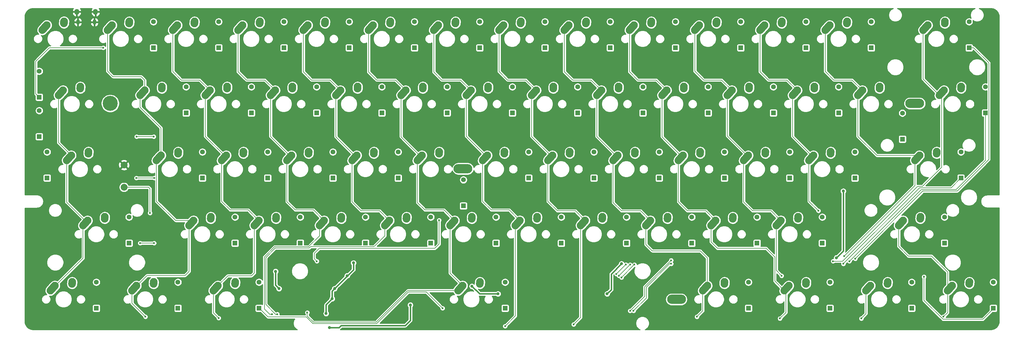
<source format=gbr>
G04 #@! TF.GenerationSoftware,KiCad,Pcbnew,(5.1.6-0-10_14)*
G04 #@! TF.CreationDate,2020-07-08T09:47:09+09:00*
G04 #@! TF.ProjectId,reviung61,72657669-756e-4673-9631-2e6b69636164,1.0*
G04 #@! TF.SameCoordinates,Original*
G04 #@! TF.FileFunction,Copper,L1,Top*
G04 #@! TF.FilePolarity,Positive*
%FSLAX46Y46*%
G04 Gerber Fmt 4.6, Leading zero omitted, Abs format (unit mm)*
G04 Created by KiCad (PCBNEW (5.1.6-0-10_14)) date 2020-07-08 09:47:09*
%MOMM*%
%LPD*%
G01*
G04 APERTURE LIST*
G04 #@! TA.AperFunction,ComponentPad*
%ADD10C,2.250000*%
G04 #@! TD*
G04 #@! TA.AperFunction,WasherPad*
%ADD11O,5.500000X2.700000*%
G04 #@! TD*
G04 #@! TA.AperFunction,ComponentPad*
%ADD12C,0.700000*%
G04 #@! TD*
G04 #@! TA.AperFunction,ComponentPad*
%ADD13C,4.400000*%
G04 #@! TD*
G04 #@! TA.AperFunction,ComponentPad*
%ADD14R,1.397000X1.397000*%
G04 #@! TD*
G04 #@! TA.AperFunction,ComponentPad*
%ADD15C,1.397000*%
G04 #@! TD*
G04 #@! TA.AperFunction,ComponentPad*
%ADD16O,1.100000X1.500000*%
G04 #@! TD*
G04 #@! TA.AperFunction,ComponentPad*
%ADD17O,1.350000X1.700000*%
G04 #@! TD*
G04 #@! TA.AperFunction,ComponentPad*
%ADD18C,2.000000*%
G04 #@! TD*
G04 #@! TA.AperFunction,ViaPad*
%ADD19C,0.900000*%
G04 #@! TD*
G04 #@! TA.AperFunction,ViaPad*
%ADD20C,0.600000*%
G04 #@! TD*
G04 #@! TA.AperFunction,Conductor*
%ADD21C,0.400000*%
G04 #@! TD*
G04 #@! TA.AperFunction,Conductor*
%ADD22C,0.200000*%
G04 #@! TD*
G04 #@! TA.AperFunction,Conductor*
%ADD23C,0.254000*%
G04 #@! TD*
G04 APERTURE END LIST*
G04 #@! TA.AperFunction,ComponentPad*
G36*
G01*
X153292597Y-102272334D02*
X153292597Y-102272334D01*
G75*
G02*
X152247666Y-101072597I77403J1122334D01*
G01*
X152287666Y-100492597D01*
G75*
G02*
X153487403Y-99447666I1122334J-77403D01*
G01*
X153487403Y-99447666D01*
G75*
G02*
X154532334Y-100647403I-77403J-1122334D01*
G01*
X154492334Y-101227403D01*
G75*
G02*
X153292597Y-102272334I-1122334J77403D01*
G01*
G37*
G04 #@! TD.AperFunction*
D10*
X153410000Y-100570000D03*
G04 #@! TA.AperFunction,ComponentPad*
G36*
G01*
X146308683Y-103947345D02*
X146308683Y-103947345D01*
G75*
G02*
X146222655Y-102358683I751317J837345D01*
G01*
X147532657Y-100898683D01*
G75*
G02*
X149121319Y-100812655I837345J-751317D01*
G01*
X149121319Y-100812655D01*
G75*
G02*
X149207347Y-102401317I-751317J-837345D01*
G01*
X147897345Y-103861317D01*
G75*
G02*
X146308683Y-103947345I-837345J751317D01*
G01*
G37*
G04 #@! TD.AperFunction*
X148370000Y-101650000D03*
G04 #@! TA.AperFunction,ComponentPad*
G36*
G01*
X58052597Y-102272334D02*
X58052597Y-102272334D01*
G75*
G02*
X57007666Y-101072597I77403J1122334D01*
G01*
X57047666Y-100492597D01*
G75*
G02*
X58247403Y-99447666I1122334J-77403D01*
G01*
X58247403Y-99447666D01*
G75*
G02*
X59292334Y-100647403I-77403J-1122334D01*
G01*
X59252334Y-101227403D01*
G75*
G02*
X58052597Y-102272334I-1122334J77403D01*
G01*
G37*
G04 #@! TD.AperFunction*
X58170000Y-100570000D03*
G04 #@! TA.AperFunction,ComponentPad*
G36*
G01*
X51068683Y-103947345D02*
X51068683Y-103947345D01*
G75*
G02*
X50982655Y-102358683I751317J837345D01*
G01*
X52292657Y-100898683D01*
G75*
G02*
X53881319Y-100812655I837345J-751317D01*
G01*
X53881319Y-100812655D01*
G75*
G02*
X53967347Y-102401317I-751317J-837345D01*
G01*
X52657345Y-103861317D01*
G75*
G02*
X51068683Y-103947345I-837345J751317D01*
G01*
G37*
G04 #@! TD.AperFunction*
X53130000Y-101650000D03*
D11*
X148470000Y-67450000D03*
X280350000Y-48340000D03*
X210790000Y-105660000D03*
D12*
X46646726Y-47173274D03*
X45480000Y-46690000D03*
X44313274Y-47173274D03*
X43830000Y-48340000D03*
X44313274Y-49506726D03*
X45480000Y-49990000D03*
X46646726Y-49506726D03*
X47130000Y-48340000D03*
D13*
X45480000Y-48340000D03*
G04 #@! TA.AperFunction,ComponentPad*
G36*
G01*
X31872597Y-26042334D02*
X31872597Y-26042334D01*
G75*
G02*
X30827666Y-24842597I77403J1122334D01*
G01*
X30867666Y-24262597D01*
G75*
G02*
X32067403Y-23217666I1122334J-77403D01*
G01*
X32067403Y-23217666D01*
G75*
G02*
X33112334Y-24417403I-77403J-1122334D01*
G01*
X33072334Y-24997403D01*
G75*
G02*
X31872597Y-26042334I-1122334J77403D01*
G01*
G37*
G04 #@! TD.AperFunction*
D10*
X31990000Y-24340000D03*
G04 #@! TA.AperFunction,ComponentPad*
G36*
G01*
X24888683Y-27717345D02*
X24888683Y-27717345D01*
G75*
G02*
X24802655Y-26128683I751317J837345D01*
G01*
X26112657Y-24668683D01*
G75*
G02*
X27701319Y-24582655I837345J-751317D01*
G01*
X27701319Y-24582655D01*
G75*
G02*
X27787347Y-26171317I-751317J-837345D01*
G01*
X26477345Y-27631317D01*
G75*
G02*
X24888683Y-27717345I-837345J751317D01*
G01*
G37*
G04 #@! TD.AperFunction*
X26950000Y-25420000D03*
X46000000Y-25450000D03*
G04 #@! TA.AperFunction,ComponentPad*
G36*
G01*
X43938683Y-27747345D02*
X43938683Y-27747345D01*
G75*
G02*
X43852655Y-26158683I751317J837345D01*
G01*
X45162657Y-24698683D01*
G75*
G02*
X46751319Y-24612655I837345J-751317D01*
G01*
X46751319Y-24612655D01*
G75*
G02*
X46837347Y-26201317I-751317J-837345D01*
G01*
X45527345Y-27661317D01*
G75*
G02*
X43938683Y-27747345I-837345J751317D01*
G01*
G37*
G04 #@! TD.AperFunction*
X51040000Y-24370000D03*
G04 #@! TA.AperFunction,ComponentPad*
G36*
G01*
X50922597Y-26072334D02*
X50922597Y-26072334D01*
G75*
G02*
X49877666Y-24872597I77403J1122334D01*
G01*
X49917666Y-24292597D01*
G75*
G02*
X51117403Y-23247666I1122334J-77403D01*
G01*
X51117403Y-23247666D01*
G75*
G02*
X52162334Y-24447403I-77403J-1122334D01*
G01*
X52122334Y-25027403D01*
G75*
G02*
X50922597Y-26072334I-1122334J77403D01*
G01*
G37*
G04 #@! TD.AperFunction*
G04 #@! TA.AperFunction,ComponentPad*
G36*
G01*
X69972597Y-26072334D02*
X69972597Y-26072334D01*
G75*
G02*
X68927666Y-24872597I77403J1122334D01*
G01*
X68967666Y-24292597D01*
G75*
G02*
X70167403Y-23247666I1122334J-77403D01*
G01*
X70167403Y-23247666D01*
G75*
G02*
X71212334Y-24447403I-77403J-1122334D01*
G01*
X71172334Y-25027403D01*
G75*
G02*
X69972597Y-26072334I-1122334J77403D01*
G01*
G37*
G04 #@! TD.AperFunction*
X70090000Y-24370000D03*
G04 #@! TA.AperFunction,ComponentPad*
G36*
G01*
X62988683Y-27747345D02*
X62988683Y-27747345D01*
G75*
G02*
X62902655Y-26158683I751317J837345D01*
G01*
X64212657Y-24698683D01*
G75*
G02*
X65801319Y-24612655I837345J-751317D01*
G01*
X65801319Y-24612655D01*
G75*
G02*
X65887347Y-26201317I-751317J-837345D01*
G01*
X64577345Y-27661317D01*
G75*
G02*
X62988683Y-27747345I-837345J751317D01*
G01*
G37*
G04 #@! TD.AperFunction*
X65050000Y-25450000D03*
X84100000Y-25450000D03*
G04 #@! TA.AperFunction,ComponentPad*
G36*
G01*
X82038683Y-27747345D02*
X82038683Y-27747345D01*
G75*
G02*
X81952655Y-26158683I751317J837345D01*
G01*
X83262657Y-24698683D01*
G75*
G02*
X84851319Y-24612655I837345J-751317D01*
G01*
X84851319Y-24612655D01*
G75*
G02*
X84937347Y-26201317I-751317J-837345D01*
G01*
X83627345Y-27661317D01*
G75*
G02*
X82038683Y-27747345I-837345J751317D01*
G01*
G37*
G04 #@! TD.AperFunction*
X89140000Y-24370000D03*
G04 #@! TA.AperFunction,ComponentPad*
G36*
G01*
X89022597Y-26072334D02*
X89022597Y-26072334D01*
G75*
G02*
X87977666Y-24872597I77403J1122334D01*
G01*
X88017666Y-24292597D01*
G75*
G02*
X89217403Y-23247666I1122334J-77403D01*
G01*
X89217403Y-23247666D01*
G75*
G02*
X90262334Y-24447403I-77403J-1122334D01*
G01*
X90222334Y-25027403D01*
G75*
G02*
X89022597Y-26072334I-1122334J77403D01*
G01*
G37*
G04 #@! TD.AperFunction*
X103150000Y-25450000D03*
G04 #@! TA.AperFunction,ComponentPad*
G36*
G01*
X101088683Y-27747345D02*
X101088683Y-27747345D01*
G75*
G02*
X101002655Y-26158683I751317J837345D01*
G01*
X102312657Y-24698683D01*
G75*
G02*
X103901319Y-24612655I837345J-751317D01*
G01*
X103901319Y-24612655D01*
G75*
G02*
X103987347Y-26201317I-751317J-837345D01*
G01*
X102677345Y-27661317D01*
G75*
G02*
X101088683Y-27747345I-837345J751317D01*
G01*
G37*
G04 #@! TD.AperFunction*
X108190000Y-24370000D03*
G04 #@! TA.AperFunction,ComponentPad*
G36*
G01*
X108072597Y-26072334D02*
X108072597Y-26072334D01*
G75*
G02*
X107027666Y-24872597I77403J1122334D01*
G01*
X107067666Y-24292597D01*
G75*
G02*
X108267403Y-23247666I1122334J-77403D01*
G01*
X108267403Y-23247666D01*
G75*
G02*
X109312334Y-24447403I-77403J-1122334D01*
G01*
X109272334Y-25027403D01*
G75*
G02*
X108072597Y-26072334I-1122334J77403D01*
G01*
G37*
G04 #@! TD.AperFunction*
G04 #@! TA.AperFunction,ComponentPad*
G36*
G01*
X127122597Y-26072334D02*
X127122597Y-26072334D01*
G75*
G02*
X126077666Y-24872597I77403J1122334D01*
G01*
X126117666Y-24292597D01*
G75*
G02*
X127317403Y-23247666I1122334J-77403D01*
G01*
X127317403Y-23247666D01*
G75*
G02*
X128362334Y-24447403I-77403J-1122334D01*
G01*
X128322334Y-25027403D01*
G75*
G02*
X127122597Y-26072334I-1122334J77403D01*
G01*
G37*
G04 #@! TD.AperFunction*
X127240000Y-24370000D03*
G04 #@! TA.AperFunction,ComponentPad*
G36*
G01*
X120138683Y-27747345D02*
X120138683Y-27747345D01*
G75*
G02*
X120052655Y-26158683I751317J837345D01*
G01*
X121362657Y-24698683D01*
G75*
G02*
X122951319Y-24612655I837345J-751317D01*
G01*
X122951319Y-24612655D01*
G75*
G02*
X123037347Y-26201317I-751317J-837345D01*
G01*
X121727345Y-27661317D01*
G75*
G02*
X120138683Y-27747345I-837345J751317D01*
G01*
G37*
G04 #@! TD.AperFunction*
X122200000Y-25450000D03*
X141250000Y-25450000D03*
G04 #@! TA.AperFunction,ComponentPad*
G36*
G01*
X139188683Y-27747345D02*
X139188683Y-27747345D01*
G75*
G02*
X139102655Y-26158683I751317J837345D01*
G01*
X140412657Y-24698683D01*
G75*
G02*
X142001319Y-24612655I837345J-751317D01*
G01*
X142001319Y-24612655D01*
G75*
G02*
X142087347Y-26201317I-751317J-837345D01*
G01*
X140777345Y-27661317D01*
G75*
G02*
X139188683Y-27747345I-837345J751317D01*
G01*
G37*
G04 #@! TD.AperFunction*
X146290000Y-24370000D03*
G04 #@! TA.AperFunction,ComponentPad*
G36*
G01*
X146172597Y-26072334D02*
X146172597Y-26072334D01*
G75*
G02*
X145127666Y-24872597I77403J1122334D01*
G01*
X145167666Y-24292597D01*
G75*
G02*
X146367403Y-23247666I1122334J-77403D01*
G01*
X146367403Y-23247666D01*
G75*
G02*
X147412334Y-24447403I-77403J-1122334D01*
G01*
X147372334Y-25027403D01*
G75*
G02*
X146172597Y-26072334I-1122334J77403D01*
G01*
G37*
G04 #@! TD.AperFunction*
X160300000Y-25450000D03*
G04 #@! TA.AperFunction,ComponentPad*
G36*
G01*
X158238683Y-27747345D02*
X158238683Y-27747345D01*
G75*
G02*
X158152655Y-26158683I751317J837345D01*
G01*
X159462657Y-24698683D01*
G75*
G02*
X161051319Y-24612655I837345J-751317D01*
G01*
X161051319Y-24612655D01*
G75*
G02*
X161137347Y-26201317I-751317J-837345D01*
G01*
X159827345Y-27661317D01*
G75*
G02*
X158238683Y-27747345I-837345J751317D01*
G01*
G37*
G04 #@! TD.AperFunction*
X165340000Y-24370000D03*
G04 #@! TA.AperFunction,ComponentPad*
G36*
G01*
X165222597Y-26072334D02*
X165222597Y-26072334D01*
G75*
G02*
X164177666Y-24872597I77403J1122334D01*
G01*
X164217666Y-24292597D01*
G75*
G02*
X165417403Y-23247666I1122334J-77403D01*
G01*
X165417403Y-23247666D01*
G75*
G02*
X166462334Y-24447403I-77403J-1122334D01*
G01*
X166422334Y-25027403D01*
G75*
G02*
X165222597Y-26072334I-1122334J77403D01*
G01*
G37*
G04 #@! TD.AperFunction*
X179350000Y-25450000D03*
G04 #@! TA.AperFunction,ComponentPad*
G36*
G01*
X177288683Y-27747345D02*
X177288683Y-27747345D01*
G75*
G02*
X177202655Y-26158683I751317J837345D01*
G01*
X178512657Y-24698683D01*
G75*
G02*
X180101319Y-24612655I837345J-751317D01*
G01*
X180101319Y-24612655D01*
G75*
G02*
X180187347Y-26201317I-751317J-837345D01*
G01*
X178877345Y-27661317D01*
G75*
G02*
X177288683Y-27747345I-837345J751317D01*
G01*
G37*
G04 #@! TD.AperFunction*
X184390000Y-24370000D03*
G04 #@! TA.AperFunction,ComponentPad*
G36*
G01*
X184272597Y-26072334D02*
X184272597Y-26072334D01*
G75*
G02*
X183227666Y-24872597I77403J1122334D01*
G01*
X183267666Y-24292597D01*
G75*
G02*
X184467403Y-23247666I1122334J-77403D01*
G01*
X184467403Y-23247666D01*
G75*
G02*
X185512334Y-24447403I-77403J-1122334D01*
G01*
X185472334Y-25027403D01*
G75*
G02*
X184272597Y-26072334I-1122334J77403D01*
G01*
G37*
G04 #@! TD.AperFunction*
X198400000Y-25450000D03*
G04 #@! TA.AperFunction,ComponentPad*
G36*
G01*
X196338683Y-27747345D02*
X196338683Y-27747345D01*
G75*
G02*
X196252655Y-26158683I751317J837345D01*
G01*
X197562657Y-24698683D01*
G75*
G02*
X199151319Y-24612655I837345J-751317D01*
G01*
X199151319Y-24612655D01*
G75*
G02*
X199237347Y-26201317I-751317J-837345D01*
G01*
X197927345Y-27661317D01*
G75*
G02*
X196338683Y-27747345I-837345J751317D01*
G01*
G37*
G04 #@! TD.AperFunction*
X203440000Y-24370000D03*
G04 #@! TA.AperFunction,ComponentPad*
G36*
G01*
X203322597Y-26072334D02*
X203322597Y-26072334D01*
G75*
G02*
X202277666Y-24872597I77403J1122334D01*
G01*
X202317666Y-24292597D01*
G75*
G02*
X203517403Y-23247666I1122334J-77403D01*
G01*
X203517403Y-23247666D01*
G75*
G02*
X204562334Y-24447403I-77403J-1122334D01*
G01*
X204522334Y-25027403D01*
G75*
G02*
X203322597Y-26072334I-1122334J77403D01*
G01*
G37*
G04 #@! TD.AperFunction*
X217450000Y-25450000D03*
G04 #@! TA.AperFunction,ComponentPad*
G36*
G01*
X215388683Y-27747345D02*
X215388683Y-27747345D01*
G75*
G02*
X215302655Y-26158683I751317J837345D01*
G01*
X216612657Y-24698683D01*
G75*
G02*
X218201319Y-24612655I837345J-751317D01*
G01*
X218201319Y-24612655D01*
G75*
G02*
X218287347Y-26201317I-751317J-837345D01*
G01*
X216977345Y-27661317D01*
G75*
G02*
X215388683Y-27747345I-837345J751317D01*
G01*
G37*
G04 #@! TD.AperFunction*
X222490000Y-24370000D03*
G04 #@! TA.AperFunction,ComponentPad*
G36*
G01*
X222372597Y-26072334D02*
X222372597Y-26072334D01*
G75*
G02*
X221327666Y-24872597I77403J1122334D01*
G01*
X221367666Y-24292597D01*
G75*
G02*
X222567403Y-23247666I1122334J-77403D01*
G01*
X222567403Y-23247666D01*
G75*
G02*
X223612334Y-24447403I-77403J-1122334D01*
G01*
X223572334Y-25027403D01*
G75*
G02*
X222372597Y-26072334I-1122334J77403D01*
G01*
G37*
G04 #@! TD.AperFunction*
G04 #@! TA.AperFunction,ComponentPad*
G36*
G01*
X241422597Y-26072334D02*
X241422597Y-26072334D01*
G75*
G02*
X240377666Y-24872597I77403J1122334D01*
G01*
X240417666Y-24292597D01*
G75*
G02*
X241617403Y-23247666I1122334J-77403D01*
G01*
X241617403Y-23247666D01*
G75*
G02*
X242662334Y-24447403I-77403J-1122334D01*
G01*
X242622334Y-25027403D01*
G75*
G02*
X241422597Y-26072334I-1122334J77403D01*
G01*
G37*
G04 #@! TD.AperFunction*
X241540000Y-24370000D03*
G04 #@! TA.AperFunction,ComponentPad*
G36*
G01*
X234438683Y-27747345D02*
X234438683Y-27747345D01*
G75*
G02*
X234352655Y-26158683I751317J837345D01*
G01*
X235662657Y-24698683D01*
G75*
G02*
X237251319Y-24612655I837345J-751317D01*
G01*
X237251319Y-24612655D01*
G75*
G02*
X237337347Y-26201317I-751317J-837345D01*
G01*
X236027345Y-27661317D01*
G75*
G02*
X234438683Y-27747345I-837345J751317D01*
G01*
G37*
G04 #@! TD.AperFunction*
X236500000Y-25450000D03*
X255550000Y-25450000D03*
G04 #@! TA.AperFunction,ComponentPad*
G36*
G01*
X253488683Y-27747345D02*
X253488683Y-27747345D01*
G75*
G02*
X253402655Y-26158683I751317J837345D01*
G01*
X254712657Y-24698683D01*
G75*
G02*
X256301319Y-24612655I837345J-751317D01*
G01*
X256301319Y-24612655D01*
G75*
G02*
X256387347Y-26201317I-751317J-837345D01*
G01*
X255077345Y-27661317D01*
G75*
G02*
X253488683Y-27747345I-837345J751317D01*
G01*
G37*
G04 #@! TD.AperFunction*
X260590000Y-24370000D03*
G04 #@! TA.AperFunction,ComponentPad*
G36*
G01*
X260472597Y-26072334D02*
X260472597Y-26072334D01*
G75*
G02*
X259427666Y-24872597I77403J1122334D01*
G01*
X259467666Y-24292597D01*
G75*
G02*
X260667403Y-23247666I1122334J-77403D01*
G01*
X260667403Y-23247666D01*
G75*
G02*
X261712334Y-24447403I-77403J-1122334D01*
G01*
X261672334Y-25027403D01*
G75*
G02*
X260472597Y-26072334I-1122334J77403D01*
G01*
G37*
G04 #@! TD.AperFunction*
G04 #@! TA.AperFunction,ComponentPad*
G36*
G01*
X289047597Y-26072334D02*
X289047597Y-26072334D01*
G75*
G02*
X288002666Y-24872597I77403J1122334D01*
G01*
X288042666Y-24292597D01*
G75*
G02*
X289242403Y-23247666I1122334J-77403D01*
G01*
X289242403Y-23247666D01*
G75*
G02*
X290287334Y-24447403I-77403J-1122334D01*
G01*
X290247334Y-25027403D01*
G75*
G02*
X289047597Y-26072334I-1122334J77403D01*
G01*
G37*
G04 #@! TD.AperFunction*
X289165000Y-24370000D03*
G04 #@! TA.AperFunction,ComponentPad*
G36*
G01*
X282063683Y-27747345D02*
X282063683Y-27747345D01*
G75*
G02*
X281977655Y-26158683I751317J837345D01*
G01*
X283287657Y-24698683D01*
G75*
G02*
X284876319Y-24612655I837345J-751317D01*
G01*
X284876319Y-24612655D01*
G75*
G02*
X284962347Y-26201317I-751317J-837345D01*
G01*
X283652345Y-27661317D01*
G75*
G02*
X282063683Y-27747345I-837345J751317D01*
G01*
G37*
G04 #@! TD.AperFunction*
X284125000Y-25450000D03*
X31712500Y-44500000D03*
G04 #@! TA.AperFunction,ComponentPad*
G36*
G01*
X29651183Y-46797345D02*
X29651183Y-46797345D01*
G75*
G02*
X29565155Y-45208683I751317J837345D01*
G01*
X30875157Y-43748683D01*
G75*
G02*
X32463819Y-43662655I837345J-751317D01*
G01*
X32463819Y-43662655D01*
G75*
G02*
X32549847Y-45251317I-751317J-837345D01*
G01*
X31239845Y-46711317D01*
G75*
G02*
X29651183Y-46797345I-837345J751317D01*
G01*
G37*
G04 #@! TD.AperFunction*
X36752500Y-43420000D03*
G04 #@! TA.AperFunction,ComponentPad*
G36*
G01*
X36635097Y-45122334D02*
X36635097Y-45122334D01*
G75*
G02*
X35590166Y-43922597I77403J1122334D01*
G01*
X35630166Y-43342597D01*
G75*
G02*
X36829903Y-42297666I1122334J-77403D01*
G01*
X36829903Y-42297666D01*
G75*
G02*
X37874834Y-43497403I-77403J-1122334D01*
G01*
X37834834Y-44077403D01*
G75*
G02*
X36635097Y-45122334I-1122334J77403D01*
G01*
G37*
G04 #@! TD.AperFunction*
X55525000Y-44500000D03*
G04 #@! TA.AperFunction,ComponentPad*
G36*
G01*
X53463683Y-46797345D02*
X53463683Y-46797345D01*
G75*
G02*
X53377655Y-45208683I751317J837345D01*
G01*
X54687657Y-43748683D01*
G75*
G02*
X56276319Y-43662655I837345J-751317D01*
G01*
X56276319Y-43662655D01*
G75*
G02*
X56362347Y-45251317I-751317J-837345D01*
G01*
X55052345Y-46711317D01*
G75*
G02*
X53463683Y-46797345I-837345J751317D01*
G01*
G37*
G04 #@! TD.AperFunction*
X60565000Y-43420000D03*
G04 #@! TA.AperFunction,ComponentPad*
G36*
G01*
X60447597Y-45122334D02*
X60447597Y-45122334D01*
G75*
G02*
X59402666Y-43922597I77403J1122334D01*
G01*
X59442666Y-43342597D01*
G75*
G02*
X60642403Y-42297666I1122334J-77403D01*
G01*
X60642403Y-42297666D01*
G75*
G02*
X61687334Y-43497403I-77403J-1122334D01*
G01*
X61647334Y-44077403D01*
G75*
G02*
X60447597Y-45122334I-1122334J77403D01*
G01*
G37*
G04 #@! TD.AperFunction*
X74575000Y-44500000D03*
G04 #@! TA.AperFunction,ComponentPad*
G36*
G01*
X72513683Y-46797345D02*
X72513683Y-46797345D01*
G75*
G02*
X72427655Y-45208683I751317J837345D01*
G01*
X73737657Y-43748683D01*
G75*
G02*
X75326319Y-43662655I837345J-751317D01*
G01*
X75326319Y-43662655D01*
G75*
G02*
X75412347Y-45251317I-751317J-837345D01*
G01*
X74102345Y-46711317D01*
G75*
G02*
X72513683Y-46797345I-837345J751317D01*
G01*
G37*
G04 #@! TD.AperFunction*
X79615000Y-43420000D03*
G04 #@! TA.AperFunction,ComponentPad*
G36*
G01*
X79497597Y-45122334D02*
X79497597Y-45122334D01*
G75*
G02*
X78452666Y-43922597I77403J1122334D01*
G01*
X78492666Y-43342597D01*
G75*
G02*
X79692403Y-42297666I1122334J-77403D01*
G01*
X79692403Y-42297666D01*
G75*
G02*
X80737334Y-43497403I-77403J-1122334D01*
G01*
X80697334Y-44077403D01*
G75*
G02*
X79497597Y-45122334I-1122334J77403D01*
G01*
G37*
G04 #@! TD.AperFunction*
X93625000Y-44500000D03*
G04 #@! TA.AperFunction,ComponentPad*
G36*
G01*
X91563683Y-46797345D02*
X91563683Y-46797345D01*
G75*
G02*
X91477655Y-45208683I751317J837345D01*
G01*
X92787657Y-43748683D01*
G75*
G02*
X94376319Y-43662655I837345J-751317D01*
G01*
X94376319Y-43662655D01*
G75*
G02*
X94462347Y-45251317I-751317J-837345D01*
G01*
X93152345Y-46711317D01*
G75*
G02*
X91563683Y-46797345I-837345J751317D01*
G01*
G37*
G04 #@! TD.AperFunction*
X98665000Y-43420000D03*
G04 #@! TA.AperFunction,ComponentPad*
G36*
G01*
X98547597Y-45122334D02*
X98547597Y-45122334D01*
G75*
G02*
X97502666Y-43922597I77403J1122334D01*
G01*
X97542666Y-43342597D01*
G75*
G02*
X98742403Y-42297666I1122334J-77403D01*
G01*
X98742403Y-42297666D01*
G75*
G02*
X99787334Y-43497403I-77403J-1122334D01*
G01*
X99747334Y-44077403D01*
G75*
G02*
X98547597Y-45122334I-1122334J77403D01*
G01*
G37*
G04 #@! TD.AperFunction*
X112675000Y-44500000D03*
G04 #@! TA.AperFunction,ComponentPad*
G36*
G01*
X110613683Y-46797345D02*
X110613683Y-46797345D01*
G75*
G02*
X110527655Y-45208683I751317J837345D01*
G01*
X111837657Y-43748683D01*
G75*
G02*
X113426319Y-43662655I837345J-751317D01*
G01*
X113426319Y-43662655D01*
G75*
G02*
X113512347Y-45251317I-751317J-837345D01*
G01*
X112202345Y-46711317D01*
G75*
G02*
X110613683Y-46797345I-837345J751317D01*
G01*
G37*
G04 #@! TD.AperFunction*
X117715000Y-43420000D03*
G04 #@! TA.AperFunction,ComponentPad*
G36*
G01*
X117597597Y-45122334D02*
X117597597Y-45122334D01*
G75*
G02*
X116552666Y-43922597I77403J1122334D01*
G01*
X116592666Y-43342597D01*
G75*
G02*
X117792403Y-42297666I1122334J-77403D01*
G01*
X117792403Y-42297666D01*
G75*
G02*
X118837334Y-43497403I-77403J-1122334D01*
G01*
X118797334Y-44077403D01*
G75*
G02*
X117597597Y-45122334I-1122334J77403D01*
G01*
G37*
G04 #@! TD.AperFunction*
X131725000Y-44500000D03*
G04 #@! TA.AperFunction,ComponentPad*
G36*
G01*
X129663683Y-46797345D02*
X129663683Y-46797345D01*
G75*
G02*
X129577655Y-45208683I751317J837345D01*
G01*
X130887657Y-43748683D01*
G75*
G02*
X132476319Y-43662655I837345J-751317D01*
G01*
X132476319Y-43662655D01*
G75*
G02*
X132562347Y-45251317I-751317J-837345D01*
G01*
X131252345Y-46711317D01*
G75*
G02*
X129663683Y-46797345I-837345J751317D01*
G01*
G37*
G04 #@! TD.AperFunction*
X136765000Y-43420000D03*
G04 #@! TA.AperFunction,ComponentPad*
G36*
G01*
X136647597Y-45122334D02*
X136647597Y-45122334D01*
G75*
G02*
X135602666Y-43922597I77403J1122334D01*
G01*
X135642666Y-43342597D01*
G75*
G02*
X136842403Y-42297666I1122334J-77403D01*
G01*
X136842403Y-42297666D01*
G75*
G02*
X137887334Y-43497403I-77403J-1122334D01*
G01*
X137847334Y-44077403D01*
G75*
G02*
X136647597Y-45122334I-1122334J77403D01*
G01*
G37*
G04 #@! TD.AperFunction*
X150775000Y-44500000D03*
G04 #@! TA.AperFunction,ComponentPad*
G36*
G01*
X148713683Y-46797345D02*
X148713683Y-46797345D01*
G75*
G02*
X148627655Y-45208683I751317J837345D01*
G01*
X149937657Y-43748683D01*
G75*
G02*
X151526319Y-43662655I837345J-751317D01*
G01*
X151526319Y-43662655D01*
G75*
G02*
X151612347Y-45251317I-751317J-837345D01*
G01*
X150302345Y-46711317D01*
G75*
G02*
X148713683Y-46797345I-837345J751317D01*
G01*
G37*
G04 #@! TD.AperFunction*
X155815000Y-43420000D03*
G04 #@! TA.AperFunction,ComponentPad*
G36*
G01*
X155697597Y-45122334D02*
X155697597Y-45122334D01*
G75*
G02*
X154652666Y-43922597I77403J1122334D01*
G01*
X154692666Y-43342597D01*
G75*
G02*
X155892403Y-42297666I1122334J-77403D01*
G01*
X155892403Y-42297666D01*
G75*
G02*
X156937334Y-43497403I-77403J-1122334D01*
G01*
X156897334Y-44077403D01*
G75*
G02*
X155697597Y-45122334I-1122334J77403D01*
G01*
G37*
G04 #@! TD.AperFunction*
X169825000Y-44500000D03*
G04 #@! TA.AperFunction,ComponentPad*
G36*
G01*
X167763683Y-46797345D02*
X167763683Y-46797345D01*
G75*
G02*
X167677655Y-45208683I751317J837345D01*
G01*
X168987657Y-43748683D01*
G75*
G02*
X170576319Y-43662655I837345J-751317D01*
G01*
X170576319Y-43662655D01*
G75*
G02*
X170662347Y-45251317I-751317J-837345D01*
G01*
X169352345Y-46711317D01*
G75*
G02*
X167763683Y-46797345I-837345J751317D01*
G01*
G37*
G04 #@! TD.AperFunction*
X174865000Y-43420000D03*
G04 #@! TA.AperFunction,ComponentPad*
G36*
G01*
X174747597Y-45122334D02*
X174747597Y-45122334D01*
G75*
G02*
X173702666Y-43922597I77403J1122334D01*
G01*
X173742666Y-43342597D01*
G75*
G02*
X174942403Y-42297666I1122334J-77403D01*
G01*
X174942403Y-42297666D01*
G75*
G02*
X175987334Y-43497403I-77403J-1122334D01*
G01*
X175947334Y-44077403D01*
G75*
G02*
X174747597Y-45122334I-1122334J77403D01*
G01*
G37*
G04 #@! TD.AperFunction*
X188875000Y-44500000D03*
G04 #@! TA.AperFunction,ComponentPad*
G36*
G01*
X186813683Y-46797345D02*
X186813683Y-46797345D01*
G75*
G02*
X186727655Y-45208683I751317J837345D01*
G01*
X188037657Y-43748683D01*
G75*
G02*
X189626319Y-43662655I837345J-751317D01*
G01*
X189626319Y-43662655D01*
G75*
G02*
X189712347Y-45251317I-751317J-837345D01*
G01*
X188402345Y-46711317D01*
G75*
G02*
X186813683Y-46797345I-837345J751317D01*
G01*
G37*
G04 #@! TD.AperFunction*
X193915000Y-43420000D03*
G04 #@! TA.AperFunction,ComponentPad*
G36*
G01*
X193797597Y-45122334D02*
X193797597Y-45122334D01*
G75*
G02*
X192752666Y-43922597I77403J1122334D01*
G01*
X192792666Y-43342597D01*
G75*
G02*
X193992403Y-42297666I1122334J-77403D01*
G01*
X193992403Y-42297666D01*
G75*
G02*
X195037334Y-43497403I-77403J-1122334D01*
G01*
X194997334Y-44077403D01*
G75*
G02*
X193797597Y-45122334I-1122334J77403D01*
G01*
G37*
G04 #@! TD.AperFunction*
X207925000Y-44500000D03*
G04 #@! TA.AperFunction,ComponentPad*
G36*
G01*
X205863683Y-46797345D02*
X205863683Y-46797345D01*
G75*
G02*
X205777655Y-45208683I751317J837345D01*
G01*
X207087657Y-43748683D01*
G75*
G02*
X208676319Y-43662655I837345J-751317D01*
G01*
X208676319Y-43662655D01*
G75*
G02*
X208762347Y-45251317I-751317J-837345D01*
G01*
X207452345Y-46711317D01*
G75*
G02*
X205863683Y-46797345I-837345J751317D01*
G01*
G37*
G04 #@! TD.AperFunction*
X212965000Y-43420000D03*
G04 #@! TA.AperFunction,ComponentPad*
G36*
G01*
X212847597Y-45122334D02*
X212847597Y-45122334D01*
G75*
G02*
X211802666Y-43922597I77403J1122334D01*
G01*
X211842666Y-43342597D01*
G75*
G02*
X213042403Y-42297666I1122334J-77403D01*
G01*
X213042403Y-42297666D01*
G75*
G02*
X214087334Y-43497403I-77403J-1122334D01*
G01*
X214047334Y-44077403D01*
G75*
G02*
X212847597Y-45122334I-1122334J77403D01*
G01*
G37*
G04 #@! TD.AperFunction*
X226975000Y-44500000D03*
G04 #@! TA.AperFunction,ComponentPad*
G36*
G01*
X224913683Y-46797345D02*
X224913683Y-46797345D01*
G75*
G02*
X224827655Y-45208683I751317J837345D01*
G01*
X226137657Y-43748683D01*
G75*
G02*
X227726319Y-43662655I837345J-751317D01*
G01*
X227726319Y-43662655D01*
G75*
G02*
X227812347Y-45251317I-751317J-837345D01*
G01*
X226502345Y-46711317D01*
G75*
G02*
X224913683Y-46797345I-837345J751317D01*
G01*
G37*
G04 #@! TD.AperFunction*
X232015000Y-43420000D03*
G04 #@! TA.AperFunction,ComponentPad*
G36*
G01*
X231897597Y-45122334D02*
X231897597Y-45122334D01*
G75*
G02*
X230852666Y-43922597I77403J1122334D01*
G01*
X230892666Y-43342597D01*
G75*
G02*
X232092403Y-42297666I1122334J-77403D01*
G01*
X232092403Y-42297666D01*
G75*
G02*
X233137334Y-43497403I-77403J-1122334D01*
G01*
X233097334Y-44077403D01*
G75*
G02*
X231897597Y-45122334I-1122334J77403D01*
G01*
G37*
G04 #@! TD.AperFunction*
X246025000Y-44500000D03*
G04 #@! TA.AperFunction,ComponentPad*
G36*
G01*
X243963683Y-46797345D02*
X243963683Y-46797345D01*
G75*
G02*
X243877655Y-45208683I751317J837345D01*
G01*
X245187657Y-43748683D01*
G75*
G02*
X246776319Y-43662655I837345J-751317D01*
G01*
X246776319Y-43662655D01*
G75*
G02*
X246862347Y-45251317I-751317J-837345D01*
G01*
X245552345Y-46711317D01*
G75*
G02*
X243963683Y-46797345I-837345J751317D01*
G01*
G37*
G04 #@! TD.AperFunction*
X251065000Y-43420000D03*
G04 #@! TA.AperFunction,ComponentPad*
G36*
G01*
X250947597Y-45122334D02*
X250947597Y-45122334D01*
G75*
G02*
X249902666Y-43922597I77403J1122334D01*
G01*
X249942666Y-43342597D01*
G75*
G02*
X251142403Y-42297666I1122334J-77403D01*
G01*
X251142403Y-42297666D01*
G75*
G02*
X252187334Y-43497403I-77403J-1122334D01*
G01*
X252147334Y-44077403D01*
G75*
G02*
X250947597Y-45122334I-1122334J77403D01*
G01*
G37*
G04 #@! TD.AperFunction*
X265075000Y-44500000D03*
G04 #@! TA.AperFunction,ComponentPad*
G36*
G01*
X263013683Y-46797345D02*
X263013683Y-46797345D01*
G75*
G02*
X262927655Y-45208683I751317J837345D01*
G01*
X264237657Y-43748683D01*
G75*
G02*
X265826319Y-43662655I837345J-751317D01*
G01*
X265826319Y-43662655D01*
G75*
G02*
X265912347Y-45251317I-751317J-837345D01*
G01*
X264602345Y-46711317D01*
G75*
G02*
X263013683Y-46797345I-837345J751317D01*
G01*
G37*
G04 #@! TD.AperFunction*
X270115000Y-43420000D03*
G04 #@! TA.AperFunction,ComponentPad*
G36*
G01*
X269997597Y-45122334D02*
X269997597Y-45122334D01*
G75*
G02*
X268952666Y-43922597I77403J1122334D01*
G01*
X268992666Y-43342597D01*
G75*
G02*
X270192403Y-42297666I1122334J-77403D01*
G01*
X270192403Y-42297666D01*
G75*
G02*
X271237334Y-43497403I-77403J-1122334D01*
G01*
X271197334Y-44077403D01*
G75*
G02*
X269997597Y-45122334I-1122334J77403D01*
G01*
G37*
G04 #@! TD.AperFunction*
X288887500Y-44500000D03*
G04 #@! TA.AperFunction,ComponentPad*
G36*
G01*
X286826183Y-46797345D02*
X286826183Y-46797345D01*
G75*
G02*
X286740155Y-45208683I751317J837345D01*
G01*
X288050157Y-43748683D01*
G75*
G02*
X289638819Y-43662655I837345J-751317D01*
G01*
X289638819Y-43662655D01*
G75*
G02*
X289724847Y-45251317I-751317J-837345D01*
G01*
X288414845Y-46711317D01*
G75*
G02*
X286826183Y-46797345I-837345J751317D01*
G01*
G37*
G04 #@! TD.AperFunction*
X293927500Y-43420000D03*
G04 #@! TA.AperFunction,ComponentPad*
G36*
G01*
X293810097Y-45122334D02*
X293810097Y-45122334D01*
G75*
G02*
X292765166Y-43922597I77403J1122334D01*
G01*
X292805166Y-43342597D01*
G75*
G02*
X294004903Y-42297666I1122334J-77403D01*
G01*
X294004903Y-42297666D01*
G75*
G02*
X295049834Y-43497403I-77403J-1122334D01*
G01*
X295009834Y-44077403D01*
G75*
G02*
X293810097Y-45122334I-1122334J77403D01*
G01*
G37*
G04 #@! TD.AperFunction*
X34093750Y-63550000D03*
G04 #@! TA.AperFunction,ComponentPad*
G36*
G01*
X32032433Y-65847345D02*
X32032433Y-65847345D01*
G75*
G02*
X31946405Y-64258683I751317J837345D01*
G01*
X33256407Y-62798683D01*
G75*
G02*
X34845069Y-62712655I837345J-751317D01*
G01*
X34845069Y-62712655D01*
G75*
G02*
X34931097Y-64301317I-751317J-837345D01*
G01*
X33621095Y-65761317D01*
G75*
G02*
X32032433Y-65847345I-837345J751317D01*
G01*
G37*
G04 #@! TD.AperFunction*
X39133750Y-62470000D03*
G04 #@! TA.AperFunction,ComponentPad*
G36*
G01*
X39016347Y-64172334D02*
X39016347Y-64172334D01*
G75*
G02*
X37971416Y-62972597I77403J1122334D01*
G01*
X38011416Y-62392597D01*
G75*
G02*
X39211153Y-61347666I1122334J-77403D01*
G01*
X39211153Y-61347666D01*
G75*
G02*
X40256084Y-62547403I-77403J-1122334D01*
G01*
X40216084Y-63127403D01*
G75*
G02*
X39016347Y-64172334I-1122334J77403D01*
G01*
G37*
G04 #@! TD.AperFunction*
X60287500Y-63550000D03*
G04 #@! TA.AperFunction,ComponentPad*
G36*
G01*
X58226183Y-65847345D02*
X58226183Y-65847345D01*
G75*
G02*
X58140155Y-64258683I751317J837345D01*
G01*
X59450157Y-62798683D01*
G75*
G02*
X61038819Y-62712655I837345J-751317D01*
G01*
X61038819Y-62712655D01*
G75*
G02*
X61124847Y-64301317I-751317J-837345D01*
G01*
X59814845Y-65761317D01*
G75*
G02*
X58226183Y-65847345I-837345J751317D01*
G01*
G37*
G04 #@! TD.AperFunction*
X65327500Y-62470000D03*
G04 #@! TA.AperFunction,ComponentPad*
G36*
G01*
X65210097Y-64172334D02*
X65210097Y-64172334D01*
G75*
G02*
X64165166Y-62972597I77403J1122334D01*
G01*
X64205166Y-62392597D01*
G75*
G02*
X65404903Y-61347666I1122334J-77403D01*
G01*
X65404903Y-61347666D01*
G75*
G02*
X66449834Y-62547403I-77403J-1122334D01*
G01*
X66409834Y-63127403D01*
G75*
G02*
X65210097Y-64172334I-1122334J77403D01*
G01*
G37*
G04 #@! TD.AperFunction*
X79337500Y-63550000D03*
G04 #@! TA.AperFunction,ComponentPad*
G36*
G01*
X77276183Y-65847345D02*
X77276183Y-65847345D01*
G75*
G02*
X77190155Y-64258683I751317J837345D01*
G01*
X78500157Y-62798683D01*
G75*
G02*
X80088819Y-62712655I837345J-751317D01*
G01*
X80088819Y-62712655D01*
G75*
G02*
X80174847Y-64301317I-751317J-837345D01*
G01*
X78864845Y-65761317D01*
G75*
G02*
X77276183Y-65847345I-837345J751317D01*
G01*
G37*
G04 #@! TD.AperFunction*
X84377500Y-62470000D03*
G04 #@! TA.AperFunction,ComponentPad*
G36*
G01*
X84260097Y-64172334D02*
X84260097Y-64172334D01*
G75*
G02*
X83215166Y-62972597I77403J1122334D01*
G01*
X83255166Y-62392597D01*
G75*
G02*
X84454903Y-61347666I1122334J-77403D01*
G01*
X84454903Y-61347666D01*
G75*
G02*
X85499834Y-62547403I-77403J-1122334D01*
G01*
X85459834Y-63127403D01*
G75*
G02*
X84260097Y-64172334I-1122334J77403D01*
G01*
G37*
G04 #@! TD.AperFunction*
X98387500Y-63550000D03*
G04 #@! TA.AperFunction,ComponentPad*
G36*
G01*
X96326183Y-65847345D02*
X96326183Y-65847345D01*
G75*
G02*
X96240155Y-64258683I751317J837345D01*
G01*
X97550157Y-62798683D01*
G75*
G02*
X99138819Y-62712655I837345J-751317D01*
G01*
X99138819Y-62712655D01*
G75*
G02*
X99224847Y-64301317I-751317J-837345D01*
G01*
X97914845Y-65761317D01*
G75*
G02*
X96326183Y-65847345I-837345J751317D01*
G01*
G37*
G04 #@! TD.AperFunction*
X103427500Y-62470000D03*
G04 #@! TA.AperFunction,ComponentPad*
G36*
G01*
X103310097Y-64172334D02*
X103310097Y-64172334D01*
G75*
G02*
X102265166Y-62972597I77403J1122334D01*
G01*
X102305166Y-62392597D01*
G75*
G02*
X103504903Y-61347666I1122334J-77403D01*
G01*
X103504903Y-61347666D01*
G75*
G02*
X104549834Y-62547403I-77403J-1122334D01*
G01*
X104509834Y-63127403D01*
G75*
G02*
X103310097Y-64172334I-1122334J77403D01*
G01*
G37*
G04 #@! TD.AperFunction*
G04 #@! TA.AperFunction,ComponentPad*
G36*
G01*
X122360097Y-64172334D02*
X122360097Y-64172334D01*
G75*
G02*
X121315166Y-62972597I77403J1122334D01*
G01*
X121355166Y-62392597D01*
G75*
G02*
X122554903Y-61347666I1122334J-77403D01*
G01*
X122554903Y-61347666D01*
G75*
G02*
X123599834Y-62547403I-77403J-1122334D01*
G01*
X123559834Y-63127403D01*
G75*
G02*
X122360097Y-64172334I-1122334J77403D01*
G01*
G37*
G04 #@! TD.AperFunction*
X122477500Y-62470000D03*
G04 #@! TA.AperFunction,ComponentPad*
G36*
G01*
X115376183Y-65847345D02*
X115376183Y-65847345D01*
G75*
G02*
X115290155Y-64258683I751317J837345D01*
G01*
X116600157Y-62798683D01*
G75*
G02*
X118188819Y-62712655I837345J-751317D01*
G01*
X118188819Y-62712655D01*
G75*
G02*
X118274847Y-64301317I-751317J-837345D01*
G01*
X116964845Y-65761317D01*
G75*
G02*
X115376183Y-65847345I-837345J751317D01*
G01*
G37*
G04 #@! TD.AperFunction*
X117437500Y-63550000D03*
X136487500Y-63550000D03*
G04 #@! TA.AperFunction,ComponentPad*
G36*
G01*
X134426183Y-65847345D02*
X134426183Y-65847345D01*
G75*
G02*
X134340155Y-64258683I751317J837345D01*
G01*
X135650157Y-62798683D01*
G75*
G02*
X137238819Y-62712655I837345J-751317D01*
G01*
X137238819Y-62712655D01*
G75*
G02*
X137324847Y-64301317I-751317J-837345D01*
G01*
X136014845Y-65761317D01*
G75*
G02*
X134426183Y-65847345I-837345J751317D01*
G01*
G37*
G04 #@! TD.AperFunction*
X141527500Y-62470000D03*
G04 #@! TA.AperFunction,ComponentPad*
G36*
G01*
X141410097Y-64172334D02*
X141410097Y-64172334D01*
G75*
G02*
X140365166Y-62972597I77403J1122334D01*
G01*
X140405166Y-62392597D01*
G75*
G02*
X141604903Y-61347666I1122334J-77403D01*
G01*
X141604903Y-61347666D01*
G75*
G02*
X142649834Y-62547403I-77403J-1122334D01*
G01*
X142609834Y-63127403D01*
G75*
G02*
X141410097Y-64172334I-1122334J77403D01*
G01*
G37*
G04 #@! TD.AperFunction*
G04 #@! TA.AperFunction,ComponentPad*
G36*
G01*
X160460097Y-64172334D02*
X160460097Y-64172334D01*
G75*
G02*
X159415166Y-62972597I77403J1122334D01*
G01*
X159455166Y-62392597D01*
G75*
G02*
X160654903Y-61347666I1122334J-77403D01*
G01*
X160654903Y-61347666D01*
G75*
G02*
X161699834Y-62547403I-77403J-1122334D01*
G01*
X161659834Y-63127403D01*
G75*
G02*
X160460097Y-64172334I-1122334J77403D01*
G01*
G37*
G04 #@! TD.AperFunction*
X160577500Y-62470000D03*
G04 #@! TA.AperFunction,ComponentPad*
G36*
G01*
X153476183Y-65847345D02*
X153476183Y-65847345D01*
G75*
G02*
X153390155Y-64258683I751317J837345D01*
G01*
X154700157Y-62798683D01*
G75*
G02*
X156288819Y-62712655I837345J-751317D01*
G01*
X156288819Y-62712655D01*
G75*
G02*
X156374847Y-64301317I-751317J-837345D01*
G01*
X155064845Y-65761317D01*
G75*
G02*
X153476183Y-65847345I-837345J751317D01*
G01*
G37*
G04 #@! TD.AperFunction*
X155537500Y-63550000D03*
G04 #@! TA.AperFunction,ComponentPad*
G36*
G01*
X179510097Y-64172334D02*
X179510097Y-64172334D01*
G75*
G02*
X178465166Y-62972597I77403J1122334D01*
G01*
X178505166Y-62392597D01*
G75*
G02*
X179704903Y-61347666I1122334J-77403D01*
G01*
X179704903Y-61347666D01*
G75*
G02*
X180749834Y-62547403I-77403J-1122334D01*
G01*
X180709834Y-63127403D01*
G75*
G02*
X179510097Y-64172334I-1122334J77403D01*
G01*
G37*
G04 #@! TD.AperFunction*
X179627500Y-62470000D03*
G04 #@! TA.AperFunction,ComponentPad*
G36*
G01*
X172526183Y-65847345D02*
X172526183Y-65847345D01*
G75*
G02*
X172440155Y-64258683I751317J837345D01*
G01*
X173750157Y-62798683D01*
G75*
G02*
X175338819Y-62712655I837345J-751317D01*
G01*
X175338819Y-62712655D01*
G75*
G02*
X175424847Y-64301317I-751317J-837345D01*
G01*
X174114845Y-65761317D01*
G75*
G02*
X172526183Y-65847345I-837345J751317D01*
G01*
G37*
G04 #@! TD.AperFunction*
X174587500Y-63550000D03*
G04 #@! TA.AperFunction,ComponentPad*
G36*
G01*
X198560097Y-64172334D02*
X198560097Y-64172334D01*
G75*
G02*
X197515166Y-62972597I77403J1122334D01*
G01*
X197555166Y-62392597D01*
G75*
G02*
X198754903Y-61347666I1122334J-77403D01*
G01*
X198754903Y-61347666D01*
G75*
G02*
X199799834Y-62547403I-77403J-1122334D01*
G01*
X199759834Y-63127403D01*
G75*
G02*
X198560097Y-64172334I-1122334J77403D01*
G01*
G37*
G04 #@! TD.AperFunction*
X198677500Y-62470000D03*
G04 #@! TA.AperFunction,ComponentPad*
G36*
G01*
X191576183Y-65847345D02*
X191576183Y-65847345D01*
G75*
G02*
X191490155Y-64258683I751317J837345D01*
G01*
X192800157Y-62798683D01*
G75*
G02*
X194388819Y-62712655I837345J-751317D01*
G01*
X194388819Y-62712655D01*
G75*
G02*
X194474847Y-64301317I-751317J-837345D01*
G01*
X193164845Y-65761317D01*
G75*
G02*
X191576183Y-65847345I-837345J751317D01*
G01*
G37*
G04 #@! TD.AperFunction*
X193637500Y-63550000D03*
G04 #@! TA.AperFunction,ComponentPad*
G36*
G01*
X217610097Y-64172334D02*
X217610097Y-64172334D01*
G75*
G02*
X216565166Y-62972597I77403J1122334D01*
G01*
X216605166Y-62392597D01*
G75*
G02*
X217804903Y-61347666I1122334J-77403D01*
G01*
X217804903Y-61347666D01*
G75*
G02*
X218849834Y-62547403I-77403J-1122334D01*
G01*
X218809834Y-63127403D01*
G75*
G02*
X217610097Y-64172334I-1122334J77403D01*
G01*
G37*
G04 #@! TD.AperFunction*
X217727500Y-62470000D03*
G04 #@! TA.AperFunction,ComponentPad*
G36*
G01*
X210626183Y-65847345D02*
X210626183Y-65847345D01*
G75*
G02*
X210540155Y-64258683I751317J837345D01*
G01*
X211850157Y-62798683D01*
G75*
G02*
X213438819Y-62712655I837345J-751317D01*
G01*
X213438819Y-62712655D01*
G75*
G02*
X213524847Y-64301317I-751317J-837345D01*
G01*
X212214845Y-65761317D01*
G75*
G02*
X210626183Y-65847345I-837345J751317D01*
G01*
G37*
G04 #@! TD.AperFunction*
X212687500Y-63550000D03*
G04 #@! TA.AperFunction,ComponentPad*
G36*
G01*
X236660097Y-64172334D02*
X236660097Y-64172334D01*
G75*
G02*
X235615166Y-62972597I77403J1122334D01*
G01*
X235655166Y-62392597D01*
G75*
G02*
X236854903Y-61347666I1122334J-77403D01*
G01*
X236854903Y-61347666D01*
G75*
G02*
X237899834Y-62547403I-77403J-1122334D01*
G01*
X237859834Y-63127403D01*
G75*
G02*
X236660097Y-64172334I-1122334J77403D01*
G01*
G37*
G04 #@! TD.AperFunction*
X236777500Y-62470000D03*
G04 #@! TA.AperFunction,ComponentPad*
G36*
G01*
X229676183Y-65847345D02*
X229676183Y-65847345D01*
G75*
G02*
X229590155Y-64258683I751317J837345D01*
G01*
X230900157Y-62798683D01*
G75*
G02*
X232488819Y-62712655I837345J-751317D01*
G01*
X232488819Y-62712655D01*
G75*
G02*
X232574847Y-64301317I-751317J-837345D01*
G01*
X231264845Y-65761317D01*
G75*
G02*
X229676183Y-65847345I-837345J751317D01*
G01*
G37*
G04 #@! TD.AperFunction*
X231737500Y-63550000D03*
G04 #@! TA.AperFunction,ComponentPad*
G36*
G01*
X255710097Y-64172334D02*
X255710097Y-64172334D01*
G75*
G02*
X254665166Y-62972597I77403J1122334D01*
G01*
X254705166Y-62392597D01*
G75*
G02*
X255904903Y-61347666I1122334J-77403D01*
G01*
X255904903Y-61347666D01*
G75*
G02*
X256949834Y-62547403I-77403J-1122334D01*
G01*
X256909834Y-63127403D01*
G75*
G02*
X255710097Y-64172334I-1122334J77403D01*
G01*
G37*
G04 #@! TD.AperFunction*
X255827500Y-62470000D03*
G04 #@! TA.AperFunction,ComponentPad*
G36*
G01*
X248726183Y-65847345D02*
X248726183Y-65847345D01*
G75*
G02*
X248640155Y-64258683I751317J837345D01*
G01*
X249950157Y-62798683D01*
G75*
G02*
X251538819Y-62712655I837345J-751317D01*
G01*
X251538819Y-62712655D01*
G75*
G02*
X251624847Y-64301317I-751317J-837345D01*
G01*
X250314845Y-65761317D01*
G75*
G02*
X248726183Y-65847345I-837345J751317D01*
G01*
G37*
G04 #@! TD.AperFunction*
X250787500Y-63550000D03*
G04 #@! TA.AperFunction,ComponentPad*
G36*
G01*
X286666347Y-64172334D02*
X286666347Y-64172334D01*
G75*
G02*
X285621416Y-62972597I77403J1122334D01*
G01*
X285661416Y-62392597D01*
G75*
G02*
X286861153Y-61347666I1122334J-77403D01*
G01*
X286861153Y-61347666D01*
G75*
G02*
X287906084Y-62547403I-77403J-1122334D01*
G01*
X287866084Y-63127403D01*
G75*
G02*
X286666347Y-64172334I-1122334J77403D01*
G01*
G37*
G04 #@! TD.AperFunction*
X286783750Y-62470000D03*
G04 #@! TA.AperFunction,ComponentPad*
G36*
G01*
X279682433Y-65847345D02*
X279682433Y-65847345D01*
G75*
G02*
X279596405Y-64258683I751317J837345D01*
G01*
X280906407Y-62798683D01*
G75*
G02*
X282495069Y-62712655I837345J-751317D01*
G01*
X282495069Y-62712655D01*
G75*
G02*
X282581097Y-64301317I-751317J-837345D01*
G01*
X281271095Y-65761317D01*
G75*
G02*
X279682433Y-65847345I-837345J751317D01*
G01*
G37*
G04 #@! TD.AperFunction*
X281743750Y-63550000D03*
X38856250Y-82600000D03*
G04 #@! TA.AperFunction,ComponentPad*
G36*
G01*
X36794933Y-84897345D02*
X36794933Y-84897345D01*
G75*
G02*
X36708905Y-83308683I751317J837345D01*
G01*
X38018907Y-81848683D01*
G75*
G02*
X39607569Y-81762655I837345J-751317D01*
G01*
X39607569Y-81762655D01*
G75*
G02*
X39693597Y-83351317I-751317J-837345D01*
G01*
X38383595Y-84811317D01*
G75*
G02*
X36794933Y-84897345I-837345J751317D01*
G01*
G37*
G04 #@! TD.AperFunction*
X43896250Y-81520000D03*
G04 #@! TA.AperFunction,ComponentPad*
G36*
G01*
X43778847Y-83222334D02*
X43778847Y-83222334D01*
G75*
G02*
X42733916Y-82022597I77403J1122334D01*
G01*
X42773916Y-81442597D01*
G75*
G02*
X43973653Y-80397666I1122334J-77403D01*
G01*
X43973653Y-80397666D01*
G75*
G02*
X45018584Y-81597403I-77403J-1122334D01*
G01*
X44978584Y-82177403D01*
G75*
G02*
X43778847Y-83222334I-1122334J77403D01*
G01*
G37*
G04 #@! TD.AperFunction*
G04 #@! TA.AperFunction,ComponentPad*
G36*
G01*
X74735097Y-83222334D02*
X74735097Y-83222334D01*
G75*
G02*
X73690166Y-82022597I77403J1122334D01*
G01*
X73730166Y-81442597D01*
G75*
G02*
X74929903Y-80397666I1122334J-77403D01*
G01*
X74929903Y-80397666D01*
G75*
G02*
X75974834Y-81597403I-77403J-1122334D01*
G01*
X75934834Y-82177403D01*
G75*
G02*
X74735097Y-83222334I-1122334J77403D01*
G01*
G37*
G04 #@! TD.AperFunction*
X74852500Y-81520000D03*
G04 #@! TA.AperFunction,ComponentPad*
G36*
G01*
X67751183Y-84897345D02*
X67751183Y-84897345D01*
G75*
G02*
X67665155Y-83308683I751317J837345D01*
G01*
X68975157Y-81848683D01*
G75*
G02*
X70563819Y-81762655I837345J-751317D01*
G01*
X70563819Y-81762655D01*
G75*
G02*
X70649847Y-83351317I-751317J-837345D01*
G01*
X69339845Y-84811317D01*
G75*
G02*
X67751183Y-84897345I-837345J751317D01*
G01*
G37*
G04 #@! TD.AperFunction*
X69812500Y-82600000D03*
G04 #@! TA.AperFunction,ComponentPad*
G36*
G01*
X93785097Y-83222334D02*
X93785097Y-83222334D01*
G75*
G02*
X92740166Y-82022597I77403J1122334D01*
G01*
X92780166Y-81442597D01*
G75*
G02*
X93979903Y-80397666I1122334J-77403D01*
G01*
X93979903Y-80397666D01*
G75*
G02*
X95024834Y-81597403I-77403J-1122334D01*
G01*
X94984834Y-82177403D01*
G75*
G02*
X93785097Y-83222334I-1122334J77403D01*
G01*
G37*
G04 #@! TD.AperFunction*
X93902500Y-81520000D03*
G04 #@! TA.AperFunction,ComponentPad*
G36*
G01*
X86801183Y-84897345D02*
X86801183Y-84897345D01*
G75*
G02*
X86715155Y-83308683I751317J837345D01*
G01*
X88025157Y-81848683D01*
G75*
G02*
X89613819Y-81762655I837345J-751317D01*
G01*
X89613819Y-81762655D01*
G75*
G02*
X89699847Y-83351317I-751317J-837345D01*
G01*
X88389845Y-84811317D01*
G75*
G02*
X86801183Y-84897345I-837345J751317D01*
G01*
G37*
G04 #@! TD.AperFunction*
X88862500Y-82600000D03*
G04 #@! TA.AperFunction,ComponentPad*
G36*
G01*
X112835097Y-83222334D02*
X112835097Y-83222334D01*
G75*
G02*
X111790166Y-82022597I77403J1122334D01*
G01*
X111830166Y-81442597D01*
G75*
G02*
X113029903Y-80397666I1122334J-77403D01*
G01*
X113029903Y-80397666D01*
G75*
G02*
X114074834Y-81597403I-77403J-1122334D01*
G01*
X114034834Y-82177403D01*
G75*
G02*
X112835097Y-83222334I-1122334J77403D01*
G01*
G37*
G04 #@! TD.AperFunction*
X112952500Y-81520000D03*
G04 #@! TA.AperFunction,ComponentPad*
G36*
G01*
X105851183Y-84897345D02*
X105851183Y-84897345D01*
G75*
G02*
X105765155Y-83308683I751317J837345D01*
G01*
X107075157Y-81848683D01*
G75*
G02*
X108663819Y-81762655I837345J-751317D01*
G01*
X108663819Y-81762655D01*
G75*
G02*
X108749847Y-83351317I-751317J-837345D01*
G01*
X107439845Y-84811317D01*
G75*
G02*
X105851183Y-84897345I-837345J751317D01*
G01*
G37*
G04 #@! TD.AperFunction*
X107912500Y-82600000D03*
G04 #@! TA.AperFunction,ComponentPad*
G36*
G01*
X131885097Y-83222334D02*
X131885097Y-83222334D01*
G75*
G02*
X130840166Y-82022597I77403J1122334D01*
G01*
X130880166Y-81442597D01*
G75*
G02*
X132079903Y-80397666I1122334J-77403D01*
G01*
X132079903Y-80397666D01*
G75*
G02*
X133124834Y-81597403I-77403J-1122334D01*
G01*
X133084834Y-82177403D01*
G75*
G02*
X131885097Y-83222334I-1122334J77403D01*
G01*
G37*
G04 #@! TD.AperFunction*
X132002500Y-81520000D03*
G04 #@! TA.AperFunction,ComponentPad*
G36*
G01*
X124901183Y-84897345D02*
X124901183Y-84897345D01*
G75*
G02*
X124815155Y-83308683I751317J837345D01*
G01*
X126125157Y-81848683D01*
G75*
G02*
X127713819Y-81762655I837345J-751317D01*
G01*
X127713819Y-81762655D01*
G75*
G02*
X127799847Y-83351317I-751317J-837345D01*
G01*
X126489845Y-84811317D01*
G75*
G02*
X124901183Y-84897345I-837345J751317D01*
G01*
G37*
G04 #@! TD.AperFunction*
X126962500Y-82600000D03*
G04 #@! TA.AperFunction,ComponentPad*
G36*
G01*
X150935097Y-83222334D02*
X150935097Y-83222334D01*
G75*
G02*
X149890166Y-82022597I77403J1122334D01*
G01*
X149930166Y-81442597D01*
G75*
G02*
X151129903Y-80397666I1122334J-77403D01*
G01*
X151129903Y-80397666D01*
G75*
G02*
X152174834Y-81597403I-77403J-1122334D01*
G01*
X152134834Y-82177403D01*
G75*
G02*
X150935097Y-83222334I-1122334J77403D01*
G01*
G37*
G04 #@! TD.AperFunction*
X151052500Y-81520000D03*
G04 #@! TA.AperFunction,ComponentPad*
G36*
G01*
X143951183Y-84897345D02*
X143951183Y-84897345D01*
G75*
G02*
X143865155Y-83308683I751317J837345D01*
G01*
X145175157Y-81848683D01*
G75*
G02*
X146763819Y-81762655I837345J-751317D01*
G01*
X146763819Y-81762655D01*
G75*
G02*
X146849847Y-83351317I-751317J-837345D01*
G01*
X145539845Y-84811317D01*
G75*
G02*
X143951183Y-84897345I-837345J751317D01*
G01*
G37*
G04 #@! TD.AperFunction*
X146012500Y-82600000D03*
G04 #@! TA.AperFunction,ComponentPad*
G36*
G01*
X169985097Y-83222334D02*
X169985097Y-83222334D01*
G75*
G02*
X168940166Y-82022597I77403J1122334D01*
G01*
X168980166Y-81442597D01*
G75*
G02*
X170179903Y-80397666I1122334J-77403D01*
G01*
X170179903Y-80397666D01*
G75*
G02*
X171224834Y-81597403I-77403J-1122334D01*
G01*
X171184834Y-82177403D01*
G75*
G02*
X169985097Y-83222334I-1122334J77403D01*
G01*
G37*
G04 #@! TD.AperFunction*
X170102500Y-81520000D03*
G04 #@! TA.AperFunction,ComponentPad*
G36*
G01*
X163001183Y-84897345D02*
X163001183Y-84897345D01*
G75*
G02*
X162915155Y-83308683I751317J837345D01*
G01*
X164225157Y-81848683D01*
G75*
G02*
X165813819Y-81762655I837345J-751317D01*
G01*
X165813819Y-81762655D01*
G75*
G02*
X165899847Y-83351317I-751317J-837345D01*
G01*
X164589845Y-84811317D01*
G75*
G02*
X163001183Y-84897345I-837345J751317D01*
G01*
G37*
G04 #@! TD.AperFunction*
X165062500Y-82600000D03*
G04 #@! TA.AperFunction,ComponentPad*
G36*
G01*
X189035097Y-83222334D02*
X189035097Y-83222334D01*
G75*
G02*
X187990166Y-82022597I77403J1122334D01*
G01*
X188030166Y-81442597D01*
G75*
G02*
X189229903Y-80397666I1122334J-77403D01*
G01*
X189229903Y-80397666D01*
G75*
G02*
X190274834Y-81597403I-77403J-1122334D01*
G01*
X190234834Y-82177403D01*
G75*
G02*
X189035097Y-83222334I-1122334J77403D01*
G01*
G37*
G04 #@! TD.AperFunction*
X189152500Y-81520000D03*
G04 #@! TA.AperFunction,ComponentPad*
G36*
G01*
X182051183Y-84897345D02*
X182051183Y-84897345D01*
G75*
G02*
X181965155Y-83308683I751317J837345D01*
G01*
X183275157Y-81848683D01*
G75*
G02*
X184863819Y-81762655I837345J-751317D01*
G01*
X184863819Y-81762655D01*
G75*
G02*
X184949847Y-83351317I-751317J-837345D01*
G01*
X183639845Y-84811317D01*
G75*
G02*
X182051183Y-84897345I-837345J751317D01*
G01*
G37*
G04 #@! TD.AperFunction*
X184112500Y-82600000D03*
G04 #@! TA.AperFunction,ComponentPad*
G36*
G01*
X208085097Y-83222334D02*
X208085097Y-83222334D01*
G75*
G02*
X207040166Y-82022597I77403J1122334D01*
G01*
X207080166Y-81442597D01*
G75*
G02*
X208279903Y-80397666I1122334J-77403D01*
G01*
X208279903Y-80397666D01*
G75*
G02*
X209324834Y-81597403I-77403J-1122334D01*
G01*
X209284834Y-82177403D01*
G75*
G02*
X208085097Y-83222334I-1122334J77403D01*
G01*
G37*
G04 #@! TD.AperFunction*
X208202500Y-81520000D03*
G04 #@! TA.AperFunction,ComponentPad*
G36*
G01*
X201101183Y-84897345D02*
X201101183Y-84897345D01*
G75*
G02*
X201015155Y-83308683I751317J837345D01*
G01*
X202325157Y-81848683D01*
G75*
G02*
X203913819Y-81762655I837345J-751317D01*
G01*
X203913819Y-81762655D01*
G75*
G02*
X203999847Y-83351317I-751317J-837345D01*
G01*
X202689845Y-84811317D01*
G75*
G02*
X201101183Y-84897345I-837345J751317D01*
G01*
G37*
G04 #@! TD.AperFunction*
X203162500Y-82600000D03*
G04 #@! TA.AperFunction,ComponentPad*
G36*
G01*
X227135097Y-83222334D02*
X227135097Y-83222334D01*
G75*
G02*
X226090166Y-82022597I77403J1122334D01*
G01*
X226130166Y-81442597D01*
G75*
G02*
X227329903Y-80397666I1122334J-77403D01*
G01*
X227329903Y-80397666D01*
G75*
G02*
X228374834Y-81597403I-77403J-1122334D01*
G01*
X228334834Y-82177403D01*
G75*
G02*
X227135097Y-83222334I-1122334J77403D01*
G01*
G37*
G04 #@! TD.AperFunction*
X227252500Y-81520000D03*
G04 #@! TA.AperFunction,ComponentPad*
G36*
G01*
X220151183Y-84897345D02*
X220151183Y-84897345D01*
G75*
G02*
X220065155Y-83308683I751317J837345D01*
G01*
X221375157Y-81848683D01*
G75*
G02*
X222963819Y-81762655I837345J-751317D01*
G01*
X222963819Y-81762655D01*
G75*
G02*
X223049847Y-83351317I-751317J-837345D01*
G01*
X221739845Y-84811317D01*
G75*
G02*
X220151183Y-84897345I-837345J751317D01*
G01*
G37*
G04 #@! TD.AperFunction*
X222212500Y-82600000D03*
G04 #@! TA.AperFunction,ComponentPad*
G36*
G01*
X246185097Y-83222334D02*
X246185097Y-83222334D01*
G75*
G02*
X245140166Y-82022597I77403J1122334D01*
G01*
X245180166Y-81442597D01*
G75*
G02*
X246379903Y-80397666I1122334J-77403D01*
G01*
X246379903Y-80397666D01*
G75*
G02*
X247424834Y-81597403I-77403J-1122334D01*
G01*
X247384834Y-82177403D01*
G75*
G02*
X246185097Y-83222334I-1122334J77403D01*
G01*
G37*
G04 #@! TD.AperFunction*
X246302500Y-81520000D03*
G04 #@! TA.AperFunction,ComponentPad*
G36*
G01*
X239201183Y-84897345D02*
X239201183Y-84897345D01*
G75*
G02*
X239115155Y-83308683I751317J837345D01*
G01*
X240425157Y-81848683D01*
G75*
G02*
X242013819Y-81762655I837345J-751317D01*
G01*
X242013819Y-81762655D01*
G75*
G02*
X242099847Y-83351317I-751317J-837345D01*
G01*
X240789845Y-84811317D01*
G75*
G02*
X239201183Y-84897345I-837345J751317D01*
G01*
G37*
G04 #@! TD.AperFunction*
X241262500Y-82600000D03*
G04 #@! TA.AperFunction,ComponentPad*
G36*
G01*
X281903847Y-83222334D02*
X281903847Y-83222334D01*
G75*
G02*
X280858916Y-82022597I77403J1122334D01*
G01*
X280898916Y-81442597D01*
G75*
G02*
X282098653Y-80397666I1122334J-77403D01*
G01*
X282098653Y-80397666D01*
G75*
G02*
X283143584Y-81597403I-77403J-1122334D01*
G01*
X283103584Y-82177403D01*
G75*
G02*
X281903847Y-83222334I-1122334J77403D01*
G01*
G37*
G04 #@! TD.AperFunction*
X282021250Y-81520000D03*
G04 #@! TA.AperFunction,ComponentPad*
G36*
G01*
X274919933Y-84897345D02*
X274919933Y-84897345D01*
G75*
G02*
X274833905Y-83308683I751317J837345D01*
G01*
X276143907Y-81848683D01*
G75*
G02*
X277732569Y-81762655I837345J-751317D01*
G01*
X277732569Y-81762655D01*
G75*
G02*
X277818597Y-83351317I-751317J-837345D01*
G01*
X276508595Y-84811317D01*
G75*
G02*
X274919933Y-84897345I-837345J751317D01*
G01*
G37*
G04 #@! TD.AperFunction*
X276981250Y-82600000D03*
G04 #@! TA.AperFunction,ComponentPad*
G36*
G01*
X34253847Y-102272334D02*
X34253847Y-102272334D01*
G75*
G02*
X33208916Y-101072597I77403J1122334D01*
G01*
X33248916Y-100492597D01*
G75*
G02*
X34448653Y-99447666I1122334J-77403D01*
G01*
X34448653Y-99447666D01*
G75*
G02*
X35493584Y-100647403I-77403J-1122334D01*
G01*
X35453584Y-101227403D01*
G75*
G02*
X34253847Y-102272334I-1122334J77403D01*
G01*
G37*
G04 #@! TD.AperFunction*
X34371250Y-100570000D03*
G04 #@! TA.AperFunction,ComponentPad*
G36*
G01*
X27269933Y-103947345D02*
X27269933Y-103947345D01*
G75*
G02*
X27183905Y-102358683I751317J837345D01*
G01*
X28493907Y-100898683D01*
G75*
G02*
X30082569Y-100812655I837345J-751317D01*
G01*
X30082569Y-100812655D01*
G75*
G02*
X30168597Y-102401317I-751317J-837345D01*
G01*
X28858595Y-103861317D01*
G75*
G02*
X27269933Y-103947345I-837345J751317D01*
G01*
G37*
G04 #@! TD.AperFunction*
X29331250Y-101650000D03*
G04 #@! TA.AperFunction,ComponentPad*
G36*
G01*
X81832597Y-102272334D02*
X81832597Y-102272334D01*
G75*
G02*
X80787666Y-101072597I77403J1122334D01*
G01*
X80827666Y-100492597D01*
G75*
G02*
X82027403Y-99447666I1122334J-77403D01*
G01*
X82027403Y-99447666D01*
G75*
G02*
X83072334Y-100647403I-77403J-1122334D01*
G01*
X83032334Y-101227403D01*
G75*
G02*
X81832597Y-102272334I-1122334J77403D01*
G01*
G37*
G04 #@! TD.AperFunction*
X81950000Y-100570000D03*
G04 #@! TA.AperFunction,ComponentPad*
G36*
G01*
X74848683Y-103947345D02*
X74848683Y-103947345D01*
G75*
G02*
X74762655Y-102358683I751317J837345D01*
G01*
X76072657Y-100898683D01*
G75*
G02*
X77661319Y-100812655I837345J-751317D01*
G01*
X77661319Y-100812655D01*
G75*
G02*
X77747347Y-102401317I-751317J-837345D01*
G01*
X76437345Y-103861317D01*
G75*
G02*
X74848683Y-103947345I-837345J751317D01*
G01*
G37*
G04 #@! TD.AperFunction*
X76910000Y-101650000D03*
G04 #@! TA.AperFunction,ComponentPad*
G36*
G01*
X224712597Y-102272334D02*
X224712597Y-102272334D01*
G75*
G02*
X223667666Y-101072597I77403J1122334D01*
G01*
X223707666Y-100492597D01*
G75*
G02*
X224907403Y-99447666I1122334J-77403D01*
G01*
X224907403Y-99447666D01*
G75*
G02*
X225952334Y-100647403I-77403J-1122334D01*
G01*
X225912334Y-101227403D01*
G75*
G02*
X224712597Y-102272334I-1122334J77403D01*
G01*
G37*
G04 #@! TD.AperFunction*
X224830000Y-100570000D03*
G04 #@! TA.AperFunction,ComponentPad*
G36*
G01*
X217728683Y-103947345D02*
X217728683Y-103947345D01*
G75*
G02*
X217642655Y-102358683I751317J837345D01*
G01*
X218952657Y-100898683D01*
G75*
G02*
X220541319Y-100812655I837345J-751317D01*
G01*
X220541319Y-100812655D01*
G75*
G02*
X220627347Y-102401317I-751317J-837345D01*
G01*
X219317345Y-103861317D01*
G75*
G02*
X217728683Y-103947345I-837345J751317D01*
G01*
G37*
G04 #@! TD.AperFunction*
X219790000Y-101650000D03*
G04 #@! TA.AperFunction,ComponentPad*
G36*
G01*
X248512597Y-102272334D02*
X248512597Y-102272334D01*
G75*
G02*
X247467666Y-101072597I77403J1122334D01*
G01*
X247507666Y-100492597D01*
G75*
G02*
X248707403Y-99447666I1122334J-77403D01*
G01*
X248707403Y-99447666D01*
G75*
G02*
X249752334Y-100647403I-77403J-1122334D01*
G01*
X249712334Y-101227403D01*
G75*
G02*
X248512597Y-102272334I-1122334J77403D01*
G01*
G37*
G04 #@! TD.AperFunction*
X248630000Y-100570000D03*
G04 #@! TA.AperFunction,ComponentPad*
G36*
G01*
X241528683Y-103947345D02*
X241528683Y-103947345D01*
G75*
G02*
X241442655Y-102358683I751317J837345D01*
G01*
X242752657Y-100898683D01*
G75*
G02*
X244341319Y-100812655I837345J-751317D01*
G01*
X244341319Y-100812655D01*
G75*
G02*
X244427347Y-102401317I-751317J-837345D01*
G01*
X243117345Y-103861317D01*
G75*
G02*
X241528683Y-103947345I-837345J751317D01*
G01*
G37*
G04 #@! TD.AperFunction*
X243590000Y-101650000D03*
G04 #@! TA.AperFunction,ComponentPad*
G36*
G01*
X272332597Y-102272334D02*
X272332597Y-102272334D01*
G75*
G02*
X271287666Y-101072597I77403J1122334D01*
G01*
X271327666Y-100492597D01*
G75*
G02*
X272527403Y-99447666I1122334J-77403D01*
G01*
X272527403Y-99447666D01*
G75*
G02*
X273572334Y-100647403I-77403J-1122334D01*
G01*
X273532334Y-101227403D01*
G75*
G02*
X272332597Y-102272334I-1122334J77403D01*
G01*
G37*
G04 #@! TD.AperFunction*
X272450000Y-100570000D03*
G04 #@! TA.AperFunction,ComponentPad*
G36*
G01*
X265348683Y-103947345D02*
X265348683Y-103947345D01*
G75*
G02*
X265262655Y-102358683I751317J837345D01*
G01*
X266572657Y-100898683D01*
G75*
G02*
X268161319Y-100812655I837345J-751317D01*
G01*
X268161319Y-100812655D01*
G75*
G02*
X268247347Y-102401317I-751317J-837345D01*
G01*
X266937345Y-103861317D01*
G75*
G02*
X265348683Y-103947345I-837345J751317D01*
G01*
G37*
G04 #@! TD.AperFunction*
X267410000Y-101650000D03*
G04 #@! TA.AperFunction,ComponentPad*
G36*
G01*
X296192597Y-102272334D02*
X296192597Y-102272334D01*
G75*
G02*
X295147666Y-101072597I77403J1122334D01*
G01*
X295187666Y-100492597D01*
G75*
G02*
X296387403Y-99447666I1122334J-77403D01*
G01*
X296387403Y-99447666D01*
G75*
G02*
X297432334Y-100647403I-77403J-1122334D01*
G01*
X297392334Y-101227403D01*
G75*
G02*
X296192597Y-102272334I-1122334J77403D01*
G01*
G37*
G04 #@! TD.AperFunction*
X296310000Y-100570000D03*
G04 #@! TA.AperFunction,ComponentPad*
G36*
G01*
X289208683Y-103947345D02*
X289208683Y-103947345D01*
G75*
G02*
X289122655Y-102358683I751317J837345D01*
G01*
X290432657Y-100898683D01*
G75*
G02*
X292021319Y-100812655I837345J-751317D01*
G01*
X292021319Y-100812655D01*
G75*
G02*
X292107347Y-102401317I-751317J-837345D01*
G01*
X290797345Y-103861317D01*
G75*
G02*
X289208683Y-103947345I-837345J751317D01*
G01*
G37*
G04 #@! TD.AperFunction*
X291270000Y-101650000D03*
D14*
X24750000Y-46530000D03*
D15*
X24750000Y-38910000D03*
D14*
X58100000Y-32060000D03*
D15*
X58100000Y-24440000D03*
D14*
X77150000Y-32060000D03*
D15*
X77150000Y-24440000D03*
D14*
X96200000Y-32060000D03*
D15*
X96200000Y-24440000D03*
D14*
X115250000Y-32060000D03*
D15*
X115250000Y-24440000D03*
D14*
X134300000Y-32060000D03*
D15*
X134300000Y-24440000D03*
D14*
X153350000Y-32060000D03*
D15*
X153350000Y-24440000D03*
D14*
X172400000Y-32060000D03*
D15*
X172400000Y-24440000D03*
D14*
X191450000Y-32060000D03*
D15*
X191450000Y-24440000D03*
D14*
X210500000Y-32060000D03*
D15*
X210500000Y-24440000D03*
D14*
X229550000Y-32060000D03*
D15*
X229550000Y-24440000D03*
D14*
X248600000Y-32060000D03*
D15*
X248600000Y-24440000D03*
D14*
X267650000Y-32060000D03*
D15*
X267650000Y-24440000D03*
D14*
X296225000Y-32060000D03*
D15*
X296225000Y-24440000D03*
D14*
X24750000Y-58060000D03*
D15*
X24750000Y-50440000D03*
D14*
X67625000Y-51110000D03*
D15*
X67625000Y-43490000D03*
D14*
X86675000Y-51110000D03*
D15*
X86675000Y-43490000D03*
D14*
X105725000Y-51110000D03*
D15*
X105725000Y-43490000D03*
D14*
X124775000Y-51110000D03*
D15*
X124775000Y-43490000D03*
D14*
X143825000Y-51110000D03*
D15*
X143825000Y-43490000D03*
D14*
X162875000Y-51110000D03*
D15*
X162875000Y-43490000D03*
D14*
X181925000Y-51110000D03*
D15*
X181925000Y-43490000D03*
D14*
X200975000Y-51110000D03*
D15*
X200975000Y-43490000D03*
D14*
X220025000Y-51110000D03*
D15*
X220025000Y-43490000D03*
D14*
X239075000Y-51110000D03*
D15*
X239075000Y-43490000D03*
D14*
X258125000Y-51110000D03*
D15*
X258125000Y-43490000D03*
D14*
X276750000Y-58785000D03*
D15*
X276750000Y-51165000D03*
D14*
X300987500Y-51110000D03*
D15*
X300987500Y-43490000D03*
D14*
X27040000Y-70160000D03*
D15*
X27040000Y-62540000D03*
D14*
X72387500Y-70160000D03*
D15*
X72387500Y-62540000D03*
D14*
X91437500Y-70160000D03*
D15*
X91437500Y-62540000D03*
X110487500Y-62540000D03*
D14*
X110487500Y-70160000D03*
D15*
X129537500Y-62540000D03*
D14*
X129537500Y-70160000D03*
D15*
X148587500Y-70690000D03*
D14*
X148587500Y-78310000D03*
D15*
X167637500Y-62540000D03*
D14*
X167637500Y-70160000D03*
D15*
X186687500Y-62540000D03*
D14*
X186687500Y-70160000D03*
D15*
X205737500Y-62540000D03*
D14*
X205737500Y-70160000D03*
D15*
X224787500Y-62540000D03*
D14*
X224787500Y-70160000D03*
D15*
X243837500Y-62540000D03*
D14*
X243837500Y-70160000D03*
D15*
X262887500Y-62540000D03*
D14*
X262887500Y-70160000D03*
D15*
X293847500Y-62540000D03*
D14*
X293847500Y-70160000D03*
D15*
X50956250Y-81590000D03*
D14*
X50956250Y-89210000D03*
D15*
X81912500Y-81590000D03*
D14*
X81912500Y-89210000D03*
D15*
X100962500Y-81590000D03*
D14*
X100962500Y-89210000D03*
D15*
X120012500Y-81590000D03*
D14*
X120012500Y-89210000D03*
D15*
X139062500Y-81590000D03*
D14*
X139062500Y-89210000D03*
D15*
X158112500Y-81590000D03*
D14*
X158112500Y-89210000D03*
D15*
X177162500Y-81590000D03*
D14*
X177162500Y-89210000D03*
D15*
X196212500Y-81590000D03*
D14*
X196212500Y-89210000D03*
D15*
X215262500Y-81590000D03*
D14*
X215262500Y-89210000D03*
D15*
X234312500Y-81590000D03*
D14*
X234312500Y-89210000D03*
D15*
X253362500Y-81590000D03*
D14*
X253362500Y-89210000D03*
D15*
X289020000Y-81590000D03*
D14*
X289020000Y-89210000D03*
D15*
X41431250Y-100640000D03*
D14*
X41431250Y-108260000D03*
D15*
X65243750Y-100640000D03*
D14*
X65243750Y-108260000D03*
D15*
X88930000Y-100640000D03*
D14*
X88930000Y-108260000D03*
D15*
X160760000Y-100640000D03*
D14*
X160760000Y-108260000D03*
D15*
X231810000Y-100640000D03*
D14*
X231810000Y-108260000D03*
D15*
X255610000Y-100640000D03*
D14*
X255610000Y-108260000D03*
D15*
X279460000Y-100640000D03*
D14*
X279460000Y-108260000D03*
D15*
X303300000Y-100640000D03*
D14*
X303300000Y-108260000D03*
D16*
X36045000Y-24545000D03*
X40885000Y-24545000D03*
D17*
X35735000Y-21545000D03*
X41195000Y-21545000D03*
D18*
X49500000Y-66360000D03*
X49500000Y-72860000D03*
D19*
X110250000Y-105500000D03*
X111000000Y-102500000D03*
X114650000Y-98750000D03*
X116500000Y-95000000D03*
X133100000Y-107300000D03*
X108500000Y-109800000D03*
X109500000Y-113900000D03*
X259500000Y-74000000D03*
X257500000Y-93500000D03*
X194750000Y-95250000D03*
X190550001Y-104050001D03*
X151075000Y-101825000D03*
X158699999Y-104050001D03*
X93750000Y-97500000D03*
X94750000Y-102500000D03*
D20*
X193250000Y-98250000D03*
X196000000Y-95500000D03*
X263000000Y-93750000D03*
X43440000Y-32060000D03*
X53190000Y-58060000D03*
X58190000Y-58060000D03*
X194000000Y-98750000D03*
X197250000Y-95500000D03*
X261250000Y-94500000D03*
X58340000Y-70160000D03*
X53090000Y-70160000D03*
X259500000Y-95250000D03*
X194750000Y-99250000D03*
X198500000Y-95500000D03*
X54210000Y-89210000D03*
X58290000Y-89210000D03*
X283055999Y-99055999D03*
X142500000Y-108250000D03*
X57100000Y-80400000D03*
X55750000Y-110750000D03*
X77125000Y-111125000D03*
X92750000Y-110000000D03*
X94250000Y-110000000D03*
X103000000Y-109500000D03*
X160750000Y-113500000D03*
X180750000Y-113000000D03*
X216750000Y-110750000D03*
X241000000Y-111250000D03*
X264750000Y-111250000D03*
X241500000Y-98750000D03*
X288750000Y-110750000D03*
X252250000Y-79750000D03*
X198250000Y-109000000D03*
X259750000Y-93000000D03*
X209250000Y-95250000D03*
X197250000Y-109000000D03*
X256500000Y-94500000D03*
X209250000Y-94250000D03*
X105800000Y-94500000D03*
X141500000Y-82500000D03*
D21*
X110250000Y-105500000D02*
X110250000Y-103250000D01*
X110250000Y-103250000D02*
X111000000Y-102500000D01*
X111000000Y-102500000D02*
X110375000Y-103125000D01*
X111000000Y-102500000D02*
X116500000Y-97000000D01*
X116500000Y-97000000D02*
X116500000Y-95000000D01*
X133100000Y-107300000D02*
X133100000Y-111800000D01*
X133100000Y-111800000D02*
X131600000Y-113300000D01*
X108500000Y-107250000D02*
X110250000Y-105500000D01*
X108500000Y-109800000D02*
X108500000Y-107250000D01*
X109500000Y-113900000D02*
X112300000Y-113900000D01*
X112900000Y-113300000D02*
X131600000Y-113300000D01*
X112300000Y-113900000D02*
X112900000Y-113300000D01*
X259500000Y-74000000D02*
X259500000Y-91500000D01*
X259500000Y-91500000D02*
X257500000Y-93500000D01*
X194750000Y-95250000D02*
X191750000Y-98250000D01*
X191750000Y-102850002D02*
X191750000Y-102500000D01*
X190550001Y-104050001D02*
X191750000Y-102850002D01*
X191750000Y-98250000D02*
X191750000Y-102500000D01*
X153300001Y-104050001D02*
X158699999Y-104050001D01*
X151075000Y-101825000D02*
X153300001Y-104050001D01*
X93750000Y-97500000D02*
X93750000Y-101500000D01*
X93750000Y-101500000D02*
X94750000Y-102500000D01*
X94750000Y-102500000D02*
X94750000Y-102500000D01*
D22*
X23751499Y-35998501D02*
X23751499Y-45531499D01*
X23751499Y-45531499D02*
X24750000Y-46530000D01*
X27690000Y-32060000D02*
X23751499Y-35998501D01*
X193250000Y-98250000D02*
X196000000Y-95500000D01*
X297560000Y-32060000D02*
X296225000Y-32060000D01*
X263000000Y-93750000D02*
X282750000Y-74000000D01*
X301986001Y-64763999D02*
X301986001Y-36486001D01*
X292750000Y-74000000D02*
X301986001Y-64763999D01*
X282750000Y-74000000D02*
X292750000Y-74000000D01*
X301986001Y-36486001D02*
X297560000Y-32060000D01*
X43440000Y-32060000D02*
X27690000Y-32060000D01*
X53190000Y-58060000D02*
X58190000Y-58060000D01*
X194000000Y-98750000D02*
X197250000Y-95500000D01*
X300987500Y-64957002D02*
X300987500Y-51110000D01*
X292444502Y-73500000D02*
X300987500Y-64957002D01*
X282250000Y-73500000D02*
X292444502Y-73500000D01*
X261250000Y-94500000D02*
X282250000Y-73500000D01*
X53090000Y-70160000D02*
X58340000Y-70160000D01*
X293847500Y-70160000D02*
X293840000Y-70160000D01*
X293840000Y-70160000D02*
X291000000Y-73000000D01*
X259500000Y-95250000D02*
X281750000Y-73000000D01*
X281750000Y-73000000D02*
X283750000Y-73000000D01*
X291000000Y-73000000D02*
X283750000Y-73000000D01*
X194750000Y-99250000D02*
X198500000Y-95500000D01*
X54210000Y-89210000D02*
X58290000Y-89210000D01*
X89010000Y-108260000D02*
X88930000Y-108260000D01*
X91560999Y-110810999D02*
X89010000Y-108260000D01*
X102689001Y-110810999D02*
X91560999Y-110810999D01*
X104628002Y-112750000D02*
X102689001Y-110810999D01*
X123250000Y-112750000D02*
X104628002Y-112750000D01*
X132000000Y-104000000D02*
X123250000Y-112750000D01*
X303300000Y-108260000D02*
X303240000Y-108260000D01*
X303300000Y-108260000D02*
X303300000Y-108450000D01*
X303300000Y-108450000D02*
X300250000Y-111500000D01*
X300250000Y-111500000D02*
X288611998Y-111500000D01*
X283055999Y-105944001D02*
X283055999Y-99055999D01*
X288611998Y-111500000D02*
X283055999Y-105944001D01*
X132000000Y-104000000D02*
X132489990Y-103510010D01*
X132489990Y-103510010D02*
X137750000Y-103510010D01*
X137750000Y-103510010D02*
X137760010Y-103510010D01*
X137760010Y-103510010D02*
X142500000Y-108250000D01*
X57100000Y-80400000D02*
X57100000Y-73300000D01*
X56660000Y-72860000D02*
X49500000Y-72860000D01*
X57100000Y-73300000D02*
X56660000Y-72860000D01*
X30402500Y-59858750D02*
X34093750Y-63550000D01*
X30402500Y-45960000D02*
X30402500Y-59858750D01*
X37546250Y-93585000D02*
X37546250Y-84060000D01*
X28021250Y-103110000D02*
X37546250Y-93585000D01*
X32783750Y-65010000D02*
X32783750Y-77283750D01*
X38100000Y-82600000D02*
X38856250Y-82600000D01*
X32783750Y-77283750D02*
X38100000Y-82600000D01*
X56250000Y-98680000D02*
X51820000Y-103110000D01*
X51820000Y-106820000D02*
X51820000Y-103110000D01*
X55750000Y-110750000D02*
X51820000Y-106820000D01*
X44690000Y-26910000D02*
X44690000Y-38940000D01*
X44690000Y-38940000D02*
X46250000Y-40500000D01*
X46250000Y-40500000D02*
X54500000Y-40500000D01*
X54500000Y-40500000D02*
X55525000Y-41525000D01*
X55525000Y-42775000D02*
X55525000Y-44500000D01*
X55525000Y-41525000D02*
X55525000Y-42775000D01*
X55525000Y-42506998D02*
X55525000Y-42775000D01*
X54215000Y-49465000D02*
X60287500Y-55537500D01*
X54215000Y-45960000D02*
X54215000Y-49465000D01*
X60287500Y-55537500D02*
X60287500Y-63550000D01*
X58977500Y-65010000D02*
X58977500Y-76977500D01*
X64600000Y-82600000D02*
X69812500Y-82600000D01*
X58977500Y-76977500D02*
X64600000Y-82600000D01*
X68502500Y-84060000D02*
X68502500Y-97497500D01*
X67320000Y-98680000D02*
X56250000Y-98680000D01*
X68502500Y-97497500D02*
X67320000Y-98680000D01*
X87552500Y-84060000D02*
X87552500Y-97947500D01*
X87552500Y-97947500D02*
X86750000Y-98750000D01*
X79810000Y-98750000D02*
X76910000Y-101650000D01*
X86750000Y-98750000D02*
X79810000Y-98750000D01*
X75600000Y-103110000D02*
X75600000Y-109600000D01*
X75600000Y-109600000D02*
X77125000Y-111125000D01*
X63740000Y-26910000D02*
X63740000Y-38990000D01*
X63740000Y-38990000D02*
X66250000Y-41500000D01*
X71575000Y-41500000D02*
X74575000Y-44500000D01*
X66250000Y-41500000D02*
X71575000Y-41500000D01*
X73265000Y-45960000D02*
X73265000Y-58015000D01*
X78800000Y-63550000D02*
X79337500Y-63550000D01*
X73265000Y-58015000D02*
X78800000Y-63550000D01*
X78027500Y-65010000D02*
X78027500Y-77027500D01*
X78027500Y-77027500D02*
X80500000Y-79500000D01*
X85762500Y-79500000D02*
X88862500Y-82600000D01*
X80500000Y-79500000D02*
X85762500Y-79500000D01*
X90500000Y-93250000D02*
X90500000Y-108500000D01*
X90500000Y-108500000D02*
X92000000Y-110000000D01*
X92000000Y-110000000D02*
X92750000Y-110000000D01*
X90500000Y-93250000D02*
X93500000Y-90250000D01*
X106602500Y-87069002D02*
X106602500Y-86897500D01*
X103421502Y-90250000D02*
X106602500Y-87069002D01*
X93500000Y-90250000D02*
X103421502Y-90250000D01*
X106602500Y-84060000D02*
X106602500Y-86897500D01*
X82790000Y-26910000D02*
X82790000Y-39040000D01*
X82790000Y-39040000D02*
X85250000Y-41500000D01*
X90625000Y-41500000D02*
X93625000Y-44500000D01*
X85250000Y-41500000D02*
X90625000Y-41500000D01*
X92315000Y-45960000D02*
X92315000Y-58065000D01*
X97800000Y-63550000D02*
X98387500Y-63550000D01*
X92315000Y-58065000D02*
X97800000Y-63550000D01*
X97077500Y-65010000D02*
X97077500Y-77077500D01*
X97077500Y-77077500D02*
X99500000Y-79500000D01*
X104812500Y-79500000D02*
X107912500Y-82600000D01*
X99500000Y-79500000D02*
X104812500Y-79500000D01*
X125652500Y-84060000D02*
X125652500Y-87069002D01*
X90900010Y-93415688D02*
X90900010Y-107150010D01*
X90900010Y-107150010D02*
X93750000Y-110000000D01*
X93750000Y-110000000D02*
X94250000Y-110000000D01*
X90900010Y-93415688D02*
X93657849Y-90657849D01*
X103342151Y-90657849D02*
X103592151Y-90657849D01*
X93657849Y-90657849D02*
X103342151Y-90657849D01*
X103592151Y-90657849D02*
X104000000Y-90250000D01*
X104000000Y-90250000D02*
X122471502Y-90250000D01*
X122471502Y-90250000D02*
X122735751Y-89985751D01*
X125652500Y-87069002D02*
X122735751Y-89985751D01*
X101840000Y-26910000D02*
X101840000Y-39090000D01*
X101840000Y-39090000D02*
X104250000Y-41500000D01*
X109675000Y-41500000D02*
X112675000Y-44500000D01*
X104250000Y-41500000D02*
X109675000Y-41500000D01*
X111365000Y-45960000D02*
X111365000Y-58135000D01*
X116780000Y-63550000D02*
X117437500Y-63550000D01*
X111365000Y-58135000D02*
X116780000Y-63550000D01*
X116127500Y-65010000D02*
X116127500Y-77127500D01*
X116127500Y-77127500D02*
X118750000Y-79750000D01*
X124112500Y-79750000D02*
X126962500Y-82600000D01*
X118750000Y-79750000D02*
X124112500Y-79750000D01*
X136487500Y-62987500D02*
X136487500Y-63550000D01*
X144702500Y-97982500D02*
X148370000Y-101650000D01*
X144702500Y-84060000D02*
X144702500Y-97982500D01*
X129342151Y-106092151D02*
X124434302Y-111000000D01*
X124434302Y-111000000D02*
X123092151Y-112342151D01*
X123092151Y-112342151D02*
X123084312Y-112349990D01*
X123084312Y-112349990D02*
X104793690Y-112349990D01*
X104793690Y-112349990D02*
X103000000Y-110556300D01*
X103000000Y-110556300D02*
X103000000Y-109500000D01*
X132324302Y-103110000D02*
X131842151Y-103592151D01*
X147060000Y-103110000D02*
X132324302Y-103110000D01*
X131842151Y-103592151D02*
X129342151Y-106092151D01*
X131934302Y-103500000D02*
X131842151Y-103592151D01*
X120890000Y-39140000D02*
X123250000Y-41500000D01*
X120890000Y-26910000D02*
X120890000Y-39140000D01*
X128750000Y-41525000D02*
X131725000Y-44500000D01*
X128750000Y-41500000D02*
X128750000Y-41525000D01*
X123250000Y-41500000D02*
X128750000Y-41500000D01*
X130415000Y-45960000D02*
X130415000Y-58165000D01*
X135800000Y-63550000D02*
X136487500Y-63550000D01*
X130415000Y-58165000D02*
X135800000Y-63550000D01*
X135177500Y-65010000D02*
X135177500Y-77322500D01*
X135177500Y-77322500D02*
X137355000Y-79500000D01*
X142912500Y-79500000D02*
X146012500Y-82600000D01*
X137355000Y-79500000D02*
X142912500Y-79500000D01*
X163752500Y-108502500D02*
X163752500Y-108747500D01*
X163752500Y-84060000D02*
X163752500Y-108502500D01*
X163752500Y-110497500D02*
X160750000Y-113500000D01*
X163752500Y-108502500D02*
X163752500Y-110497500D01*
X139940000Y-26910000D02*
X139940000Y-39190000D01*
X139940000Y-39190000D02*
X142250000Y-41500000D01*
X147775000Y-41500000D02*
X150775000Y-44500000D01*
X142250000Y-41500000D02*
X147775000Y-41500000D01*
X149465000Y-45960000D02*
X149465000Y-57965000D01*
X155050000Y-63550000D02*
X155537500Y-63550000D01*
X149465000Y-57965000D02*
X155050000Y-63550000D01*
X154227500Y-65010000D02*
X154227500Y-76977500D01*
X154227500Y-76977500D02*
X156750000Y-79500000D01*
X161962500Y-79500000D02*
X165062500Y-82600000D01*
X156750000Y-79500000D02*
X161962500Y-79500000D01*
X182802500Y-110947500D02*
X180750000Y-113000000D01*
X182802500Y-84060000D02*
X182802500Y-110947500D01*
X158990000Y-26910000D02*
X158990000Y-38990000D01*
X158990000Y-38990000D02*
X161500000Y-41500000D01*
X166825000Y-41500000D02*
X169825000Y-44500000D01*
X161500000Y-41500000D02*
X166825000Y-41500000D01*
X168515000Y-45960000D02*
X168515000Y-58015000D01*
X174050000Y-63550000D02*
X174587500Y-63550000D01*
X168515000Y-58015000D02*
X174050000Y-63550000D01*
X173277500Y-65010000D02*
X173277500Y-77027500D01*
X173277500Y-77027500D02*
X176000000Y-79750000D01*
X181262500Y-79750000D02*
X184112500Y-82600000D01*
X176000000Y-79750000D02*
X181262500Y-79750000D01*
X218480000Y-109020000D02*
X216750000Y-110750000D01*
X218480000Y-103110000D02*
X218480000Y-109020000D01*
X203750000Y-91500000D02*
X217750000Y-91500000D01*
X217750000Y-91500000D02*
X219790000Y-93540000D01*
X201852500Y-89602500D02*
X203750000Y-91500000D01*
X219790000Y-93540000D02*
X219790000Y-101650000D01*
X201852500Y-84060000D02*
X201852500Y-89602500D01*
X178040000Y-26910000D02*
X178040000Y-39040000D01*
X178040000Y-39040000D02*
X180500000Y-41500000D01*
X185875000Y-41500000D02*
X188875000Y-44500000D01*
X180500000Y-41500000D02*
X185875000Y-41500000D01*
X187565000Y-45960000D02*
X187565000Y-58065000D01*
X193050000Y-63550000D02*
X193637500Y-63550000D01*
X187565000Y-58065000D02*
X193050000Y-63550000D01*
X192327500Y-65010000D02*
X192327500Y-77327500D01*
X192327500Y-77327500D02*
X194750000Y-79750000D01*
X200312500Y-79750000D02*
X203162500Y-82600000D01*
X194750000Y-79750000D02*
X200312500Y-79750000D01*
X242280000Y-103110000D02*
X242750000Y-103580000D01*
X241000000Y-111250000D02*
X242750000Y-109500000D01*
X242750000Y-109500000D02*
X242750000Y-107500000D01*
X242750000Y-107500000D02*
X242750000Y-108500000D01*
X242750000Y-103580000D02*
X242750000Y-107500000D01*
X220902500Y-88902500D02*
X220902500Y-84060000D01*
X222750000Y-90750000D02*
X220902500Y-88902500D01*
X239500000Y-93250000D02*
X237000000Y-90750000D01*
X239500000Y-100330000D02*
X239500000Y-93250000D01*
X237000000Y-90750000D02*
X222750000Y-90750000D01*
X242280000Y-103110000D02*
X239500000Y-100330000D01*
X197090000Y-26910000D02*
X197090000Y-39090000D01*
X197090000Y-39090000D02*
X199500000Y-41500000D01*
X204925000Y-41500000D02*
X207925000Y-44500000D01*
X199500000Y-41500000D02*
X204925000Y-41500000D01*
X206615000Y-45960000D02*
X206615000Y-58115000D01*
X212050000Y-63550000D02*
X212687500Y-63550000D01*
X206615000Y-58115000D02*
X212050000Y-63550000D01*
X211377500Y-65010000D02*
X211377500Y-77127500D01*
X211377500Y-77127500D02*
X214000000Y-79750000D01*
X219362500Y-79750000D02*
X222212500Y-82600000D01*
X214000000Y-79750000D02*
X219362500Y-79750000D01*
X239952500Y-84060000D02*
X239952500Y-86184974D01*
X266100000Y-103110000D02*
X266100000Y-108400000D01*
X266100000Y-109900000D02*
X266100000Y-103110000D01*
X264750000Y-111250000D02*
X266100000Y-109900000D01*
X239952500Y-86184974D02*
X239952500Y-97202500D01*
X239952500Y-97202500D02*
X241500000Y-98750000D01*
X216140000Y-26910000D02*
X216140000Y-38890000D01*
X216140000Y-38890000D02*
X218750000Y-41500000D01*
X223975000Y-41500000D02*
X226975000Y-44500000D01*
X218750000Y-41500000D02*
X223975000Y-41500000D01*
X225665000Y-45960000D02*
X225665000Y-57915000D01*
X231300000Y-63550000D02*
X231737500Y-63550000D01*
X225665000Y-57915000D02*
X231300000Y-63550000D01*
X230427500Y-77177500D02*
X233000000Y-79750000D01*
X230427500Y-65010000D02*
X230427500Y-77177500D01*
X238412500Y-79750000D02*
X241262500Y-82600000D01*
X236500000Y-79750000D02*
X238412500Y-79750000D01*
X233000000Y-79750000D02*
X236500000Y-79750000D01*
X289960000Y-109540000D02*
X288750000Y-110750000D01*
X289960000Y-103110000D02*
X289960000Y-109540000D01*
X249477500Y-65010000D02*
X249477500Y-76977500D01*
X249477500Y-76977500D02*
X252250000Y-79750000D01*
X235190000Y-26910000D02*
X235190000Y-39060000D01*
X235190000Y-39060000D02*
X237630000Y-41500000D01*
X243025000Y-41500000D02*
X246025000Y-44500000D01*
X237630000Y-41500000D02*
X243025000Y-41500000D01*
X244715000Y-45960000D02*
X244715000Y-58035000D01*
X250230000Y-63550000D02*
X250787500Y-63550000D01*
X244715000Y-58035000D02*
X250230000Y-63550000D01*
X289960000Y-103110000D02*
X289960000Y-97710000D01*
X289960000Y-97710000D02*
X285250000Y-93000000D01*
X275671250Y-84060000D02*
X275671250Y-90171250D01*
X278500000Y-93000000D02*
X280250000Y-93000000D01*
X275671250Y-90171250D02*
X278500000Y-93000000D01*
X280250000Y-93000000D02*
X280000000Y-93000000D01*
X285250000Y-93000000D02*
X280250000Y-93000000D01*
X280433750Y-65010000D02*
X280433750Y-65433750D01*
X280433750Y-65010000D02*
X280433750Y-72183750D01*
X280433750Y-72183750D02*
X280433750Y-72316250D01*
X280433750Y-72316250D02*
X259750000Y-93000000D01*
X208815698Y-95250000D02*
X209250000Y-95250000D01*
X202000000Y-102065698D02*
X208815698Y-95250000D01*
X202000000Y-105250000D02*
X202000000Y-102065698D01*
X198250000Y-109000000D02*
X202000000Y-105250000D01*
X254240000Y-26910000D02*
X254240000Y-38990000D01*
X254240000Y-38990000D02*
X256750000Y-41500000D01*
X262075000Y-41500000D02*
X265075000Y-44500000D01*
X256750000Y-41500000D02*
X262075000Y-41500000D01*
X269300000Y-63550000D02*
X281743750Y-63550000D01*
X263765000Y-58015000D02*
X269300000Y-63550000D01*
X263765000Y-45960000D02*
X263765000Y-58015000D01*
X288208751Y-66979973D02*
X282688724Y-72500000D01*
X288208751Y-46591251D02*
X288208751Y-66979973D01*
X287577500Y-45960000D02*
X288208751Y-46591251D01*
X282688724Y-72500000D02*
X282604964Y-72583760D01*
X282604964Y-72583760D02*
X281166240Y-72583760D01*
X259250000Y-94500000D02*
X256500000Y-94500000D01*
X281166240Y-72583760D02*
X259250000Y-94500000D01*
X197250000Y-109000000D02*
X201500000Y-104750000D01*
X201500000Y-104750000D02*
X201500000Y-102250000D01*
X201500000Y-102250000D02*
X201500000Y-102000000D01*
X201500000Y-102000000D02*
X209000000Y-94500000D01*
X282815000Y-41197500D02*
X287577500Y-45960000D01*
X282815000Y-38935000D02*
X282815000Y-41197500D01*
X282815000Y-26910000D02*
X282815000Y-38935000D01*
X282815000Y-38935000D02*
X282815000Y-39065000D01*
X209000000Y-94500000D02*
X209250000Y-94250000D01*
X105050000Y-93750000D02*
X105800000Y-94500000D01*
X105050000Y-92200000D02*
X105050000Y-93750000D01*
X141500000Y-89500000D02*
X140250000Y-90750000D01*
X106500000Y-90750000D02*
X105050000Y-92200000D01*
X140250000Y-90750000D02*
X106500000Y-90750000D01*
X141500000Y-82500000D02*
X141500000Y-89500000D01*
D23*
G36*
X34590981Y-20725239D02*
G01*
X34487176Y-20960815D01*
X34431325Y-21212116D01*
X34581427Y-21418000D01*
X35608000Y-21418000D01*
X35608000Y-21398000D01*
X35862000Y-21398000D01*
X35862000Y-21418000D01*
X36888573Y-21418000D01*
X37038675Y-21212116D01*
X36982824Y-20960815D01*
X36879019Y-20725239D01*
X36753848Y-20546678D01*
X40176152Y-20546678D01*
X40050981Y-20725239D01*
X39947176Y-20960815D01*
X39891325Y-21212116D01*
X40041427Y-21418000D01*
X41068000Y-21418000D01*
X41068000Y-21398000D01*
X41322000Y-21398000D01*
X41322000Y-21418000D01*
X42348573Y-21418000D01*
X42498675Y-21212116D01*
X42442824Y-20960815D01*
X42339019Y-20725239D01*
X42213848Y-20546678D01*
X274089373Y-20546678D01*
X273739171Y-20691737D01*
X273411437Y-20910722D01*
X273132722Y-21189437D01*
X272913737Y-21517171D01*
X272762897Y-21881330D01*
X272686000Y-22267919D01*
X272686000Y-22662081D01*
X272762897Y-23048670D01*
X272913737Y-23412829D01*
X273132722Y-23740563D01*
X273411437Y-24019278D01*
X273739171Y-24238263D01*
X274103330Y-24389103D01*
X274489919Y-24466000D01*
X274884081Y-24466000D01*
X275270670Y-24389103D01*
X275634829Y-24238263D01*
X275962563Y-24019278D01*
X276241278Y-23740563D01*
X276460263Y-23412829D01*
X276611103Y-23048670D01*
X276688000Y-22662081D01*
X276688000Y-22267919D01*
X276611103Y-21881330D01*
X276460263Y-21517171D01*
X276241278Y-21189437D01*
X275962563Y-20910722D01*
X275634829Y-20691737D01*
X275284627Y-20546678D01*
X297965373Y-20546678D01*
X297615171Y-20691737D01*
X297287437Y-20910722D01*
X297008722Y-21189437D01*
X296789737Y-21517171D01*
X296638897Y-21881330D01*
X296562000Y-22267919D01*
X296562000Y-22662081D01*
X296638897Y-23048670D01*
X296784442Y-23400045D01*
X296781808Y-23398285D01*
X296567881Y-23309674D01*
X296340777Y-23264500D01*
X296109223Y-23264500D01*
X295882119Y-23309674D01*
X295668192Y-23398285D01*
X295475662Y-23526929D01*
X295311929Y-23690662D01*
X295183285Y-23883192D01*
X295094674Y-24097119D01*
X295049500Y-24324223D01*
X295049500Y-24555777D01*
X295094674Y-24782881D01*
X295183285Y-24996808D01*
X295311929Y-25189338D01*
X295475662Y-25353071D01*
X295668192Y-25481715D01*
X295882119Y-25570326D01*
X296109223Y-25615500D01*
X296340777Y-25615500D01*
X296567881Y-25570326D01*
X296781808Y-25481715D01*
X296974338Y-25353071D01*
X297138071Y-25189338D01*
X297266715Y-24996808D01*
X297355326Y-24782881D01*
X297400500Y-24555777D01*
X297400500Y-24324223D01*
X297355326Y-24097119D01*
X297336725Y-24052211D01*
X297615171Y-24238263D01*
X297979330Y-24389103D01*
X298365919Y-24466000D01*
X298760081Y-24466000D01*
X299146670Y-24389103D01*
X299510829Y-24238263D01*
X299838563Y-24019278D01*
X300117278Y-23740563D01*
X300336263Y-23412829D01*
X300487103Y-23048670D01*
X300564000Y-22662081D01*
X300564000Y-22267919D01*
X300487103Y-21881330D01*
X300336263Y-21517171D01*
X300117278Y-21189437D01*
X299838563Y-20910722D01*
X299510829Y-20691737D01*
X299160627Y-20546678D01*
X302513315Y-20546678D01*
X302647719Y-20550076D01*
X302773495Y-20559640D01*
X302897267Y-20575368D01*
X303018939Y-20597096D01*
X303138412Y-20624670D01*
X303255572Y-20657939D01*
X303370273Y-20696749D01*
X303482410Y-20740962D01*
X303591803Y-20790418D01*
X303698358Y-20844991D01*
X303801886Y-20904518D01*
X303902237Y-20968851D01*
X303999240Y-21037831D01*
X304092734Y-21111301D01*
X304182586Y-21189132D01*
X304268566Y-21271106D01*
X304350545Y-21357090D01*
X304428367Y-21446929D01*
X304501839Y-21540423D01*
X304570824Y-21637433D01*
X304635158Y-21737783D01*
X304694680Y-21841301D01*
X304749259Y-21947864D01*
X304798716Y-22057260D01*
X304842923Y-22169377D01*
X304881736Y-22284087D01*
X304915010Y-22401259D01*
X304942577Y-22520700D01*
X304964308Y-22642386D01*
X304980038Y-22766169D01*
X304989601Y-22891936D01*
X304993000Y-23026346D01*
X304993000Y-75103000D01*
X301486999Y-75103000D01*
X301477406Y-75103941D01*
X301467777Y-75103350D01*
X301460425Y-75103670D01*
X301322395Y-75110639D01*
X301299683Y-75114030D01*
X301276738Y-75114942D01*
X301269457Y-75116002D01*
X301135415Y-75136460D01*
X301113368Y-75142071D01*
X301090830Y-75145246D01*
X301083691Y-75147029D01*
X300954314Y-75180295D01*
X300933189Y-75187992D01*
X300911342Y-75193319D01*
X300904414Y-75195800D01*
X300780382Y-75241197D01*
X300760394Y-75250818D01*
X300739456Y-75258159D01*
X300732805Y-75261307D01*
X300614795Y-75318155D01*
X300596080Y-75329543D01*
X300576197Y-75338764D01*
X300569882Y-75342541D01*
X300458574Y-75410163D01*
X300441231Y-75423175D01*
X300422521Y-75434147D01*
X300416598Y-75438512D01*
X300312670Y-75516228D01*
X300296763Y-75530748D01*
X300279301Y-75543372D01*
X300273822Y-75548284D01*
X300177953Y-75635416D01*
X300163537Y-75651351D01*
X300147398Y-75665547D01*
X300142411Y-75670957D01*
X300055279Y-75766827D01*
X300042420Y-75784099D01*
X300027670Y-75799813D01*
X300023223Y-75805675D01*
X299945507Y-75909603D01*
X299934277Y-75928155D01*
X299921022Y-75945317D01*
X299917158Y-75951579D01*
X299849536Y-76062887D01*
X299840043Y-76082630D01*
X299828390Y-76101191D01*
X299825151Y-76107798D01*
X299768303Y-76225807D01*
X299760672Y-76246636D01*
X299750769Y-76266495D01*
X299748192Y-76273387D01*
X299702795Y-76397420D01*
X299697165Y-76419185D01*
X299689172Y-76440205D01*
X299687290Y-76447319D01*
X299654024Y-76576694D01*
X299650535Y-76599179D01*
X299644615Y-76621154D01*
X299643455Y-76628420D01*
X299622997Y-76762463D01*
X299621765Y-76785384D01*
X299618056Y-76808054D01*
X299617634Y-76815400D01*
X299610665Y-76953430D01*
X299611749Y-76976335D01*
X299610345Y-76999227D01*
X299610665Y-77006578D01*
X299617634Y-77144607D01*
X299621025Y-77167320D01*
X299621937Y-77190260D01*
X299622996Y-77197541D01*
X299643453Y-77331583D01*
X299649064Y-77353632D01*
X299652239Y-77376168D01*
X299654022Y-77383307D01*
X299687287Y-77512684D01*
X299694984Y-77533808D01*
X299700311Y-77555657D01*
X299702792Y-77562584D01*
X299748188Y-77686617D01*
X299757807Y-77706602D01*
X299765148Y-77727540D01*
X299768296Y-77734191D01*
X299825142Y-77852201D01*
X299836529Y-77870914D01*
X299845750Y-77890799D01*
X299849527Y-77897114D01*
X299917147Y-78008422D01*
X299930161Y-78025768D01*
X299941132Y-78044477D01*
X299945498Y-78050401D01*
X300023212Y-78154328D01*
X300037732Y-78170236D01*
X300050353Y-78187693D01*
X300055264Y-78193173D01*
X300142394Y-78289043D01*
X300158331Y-78303461D01*
X300172529Y-78319603D01*
X300177940Y-78324590D01*
X300273806Y-78411720D01*
X300291081Y-78424581D01*
X300306791Y-78439328D01*
X300312653Y-78443775D01*
X300416580Y-78521491D01*
X300435125Y-78532718D01*
X300452293Y-78545977D01*
X300458555Y-78549841D01*
X300569861Y-78617463D01*
X300589611Y-78626960D01*
X300608168Y-78638610D01*
X300614774Y-78641850D01*
X300732782Y-78698698D01*
X300753617Y-78706331D01*
X300773470Y-78716231D01*
X300780362Y-78718808D01*
X300904393Y-78764205D01*
X300926158Y-78769835D01*
X300947180Y-78777829D01*
X300954293Y-78779711D01*
X301083669Y-78812977D01*
X301106151Y-78816465D01*
X301128127Y-78822386D01*
X301135393Y-78823546D01*
X301269434Y-78844004D01*
X301292361Y-78845237D01*
X301315023Y-78848944D01*
X301322369Y-78849366D01*
X301460399Y-78856336D01*
X301470029Y-78855880D01*
X301479619Y-78856956D01*
X301486977Y-78857007D01*
X304993000Y-78857007D01*
X304993000Y-112013003D01*
X304989601Y-112147412D01*
X304980038Y-112273179D01*
X304964308Y-112396962D01*
X304942577Y-112518648D01*
X304915010Y-112638089D01*
X304881736Y-112755261D01*
X304842923Y-112869971D01*
X304798716Y-112982088D01*
X304749259Y-113091484D01*
X304694680Y-113198047D01*
X304635158Y-113301565D01*
X304570824Y-113401915D01*
X304501839Y-113498925D01*
X304428367Y-113592419D01*
X304350545Y-113682258D01*
X304268566Y-113768242D01*
X304182586Y-113850216D01*
X304092734Y-113928047D01*
X303999240Y-114001517D01*
X303902237Y-114070497D01*
X303801886Y-114134830D01*
X303698358Y-114194357D01*
X303591803Y-114248930D01*
X303482410Y-114298386D01*
X303370273Y-114342599D01*
X303255572Y-114381409D01*
X303138412Y-114414678D01*
X303018939Y-114442252D01*
X302897267Y-114463980D01*
X302773495Y-114479708D01*
X302647719Y-114489272D01*
X302513309Y-114492671D01*
X201613951Y-114492671D01*
X201817729Y-114408263D01*
X202145463Y-114189278D01*
X202424178Y-113910563D01*
X202643163Y-113582829D01*
X202794003Y-113218670D01*
X202870900Y-112832081D01*
X202870900Y-112437919D01*
X202794003Y-112051330D01*
X202643163Y-111687171D01*
X202424178Y-111359437D01*
X202145463Y-111080722D01*
X201817729Y-110861737D01*
X201453570Y-110710897D01*
X201066981Y-110634000D01*
X200672819Y-110634000D01*
X200286230Y-110710897D01*
X199922071Y-110861737D01*
X199594337Y-111080722D01*
X199315622Y-111359437D01*
X199096637Y-111687171D01*
X198945797Y-112051330D01*
X198868900Y-112437919D01*
X198868900Y-112832081D01*
X198945797Y-113218670D01*
X199096637Y-113582829D01*
X199315622Y-113910563D01*
X199594337Y-114189278D01*
X199922071Y-114408263D01*
X200125849Y-114492671D01*
X112627347Y-114492671D01*
X112677941Y-114465628D01*
X112781027Y-114381027D01*
X112802226Y-114355196D01*
X113180422Y-113977000D01*
X131566755Y-113977000D01*
X131600000Y-113980274D01*
X131633245Y-113977000D01*
X131633252Y-113977000D01*
X131732715Y-113967204D01*
X131860330Y-113928492D01*
X131977941Y-113865628D01*
X132081027Y-113781027D01*
X132102226Y-113755196D01*
X133555196Y-112302226D01*
X133581027Y-112281027D01*
X133665628Y-112177941D01*
X133728492Y-112060330D01*
X133767204Y-111932715D01*
X133777000Y-111833252D01*
X133777000Y-111833243D01*
X133780274Y-111800001D01*
X133777000Y-111766759D01*
X133777000Y-107933976D01*
X133820048Y-107890928D01*
X133921496Y-107739099D01*
X133991376Y-107570396D01*
X134027000Y-107391301D01*
X134027000Y-107208699D01*
X133991376Y-107029604D01*
X133921496Y-106860901D01*
X133820048Y-106709072D01*
X133690928Y-106579952D01*
X133539099Y-106478504D01*
X133370396Y-106408624D01*
X133191301Y-106373000D01*
X133008699Y-106373000D01*
X132829604Y-106408624D01*
X132660901Y-106478504D01*
X132509072Y-106579952D01*
X132379952Y-106709072D01*
X132278504Y-106860901D01*
X132208624Y-107029604D01*
X132173000Y-107208699D01*
X132173000Y-107391301D01*
X132208624Y-107570396D01*
X132278504Y-107739099D01*
X132379952Y-107890928D01*
X132423000Y-107933976D01*
X132423001Y-111519577D01*
X131319578Y-112623000D01*
X124193001Y-112623000D01*
X132728991Y-104087010D01*
X137521009Y-104087010D01*
X141723000Y-108289002D01*
X141723000Y-108326528D01*
X141752859Y-108476643D01*
X141811431Y-108618048D01*
X141896464Y-108745309D01*
X142004691Y-108853536D01*
X142131952Y-108938569D01*
X142273357Y-108997141D01*
X142423472Y-109027000D01*
X142576528Y-109027000D01*
X142726643Y-108997141D01*
X142868048Y-108938569D01*
X142995309Y-108853536D01*
X143103536Y-108745309D01*
X143188569Y-108618048D01*
X143247141Y-108476643D01*
X143277000Y-108326528D01*
X143277000Y-108173472D01*
X143247141Y-108023357D01*
X143188569Y-107881952D01*
X143103536Y-107754691D01*
X142995309Y-107646464D01*
X142868048Y-107561431D01*
X142726643Y-107502859D01*
X142576528Y-107473000D01*
X142539002Y-107473000D01*
X138753001Y-103687000D01*
X145565184Y-103687000D01*
X145608270Y-103805540D01*
X145771857Y-104075393D01*
X145984948Y-104308148D01*
X145988952Y-104311087D01*
X145923160Y-104298000D01*
X145656840Y-104298000D01*
X145395636Y-104349956D01*
X145149588Y-104451873D01*
X144928150Y-104599833D01*
X144739833Y-104788150D01*
X144591873Y-105009588D01*
X144489956Y-105255636D01*
X144438000Y-105516840D01*
X144438000Y-105783160D01*
X144489956Y-106044364D01*
X144591873Y-106290412D01*
X144739833Y-106511850D01*
X144928150Y-106700167D01*
X145149588Y-106848127D01*
X145395636Y-106950044D01*
X145656840Y-107002000D01*
X145923160Y-107002000D01*
X146184364Y-106950044D01*
X146430412Y-106848127D01*
X146651850Y-106700167D01*
X146840167Y-106511850D01*
X146988127Y-106290412D01*
X147090044Y-106044364D01*
X147142000Y-105783160D01*
X147142000Y-105516840D01*
X147120080Y-105406638D01*
X148399100Y-105406638D01*
X148399100Y-105893362D01*
X148494055Y-106370735D01*
X148680316Y-106820410D01*
X148950726Y-107225107D01*
X149294893Y-107569274D01*
X149699590Y-107839684D01*
X150149265Y-108025945D01*
X150626638Y-108120900D01*
X151113362Y-108120900D01*
X151590735Y-108025945D01*
X152040410Y-107839684D01*
X152445107Y-107569274D01*
X152452881Y-107561500D01*
X159582193Y-107561500D01*
X159582193Y-108958500D01*
X159591403Y-109052008D01*
X159618678Y-109141923D01*
X159662971Y-109224789D01*
X159722579Y-109297421D01*
X159795211Y-109357029D01*
X159878077Y-109401322D01*
X159967992Y-109428597D01*
X160061500Y-109437807D01*
X161458500Y-109437807D01*
X161552008Y-109428597D01*
X161641923Y-109401322D01*
X161724789Y-109357029D01*
X161797421Y-109297421D01*
X161857029Y-109224789D01*
X161901322Y-109141923D01*
X161928597Y-109052008D01*
X161937807Y-108958500D01*
X161937807Y-107561500D01*
X161928597Y-107467992D01*
X161901322Y-107378077D01*
X161857029Y-107295211D01*
X161797421Y-107222579D01*
X161724789Y-107162971D01*
X161641923Y-107118678D01*
X161552008Y-107091403D01*
X161458500Y-107082193D01*
X160061500Y-107082193D01*
X159967992Y-107091403D01*
X159878077Y-107118678D01*
X159795211Y-107162971D01*
X159722579Y-107222579D01*
X159662971Y-107295211D01*
X159618678Y-107378077D01*
X159591403Y-107467992D01*
X159582193Y-107561500D01*
X152452881Y-107561500D01*
X152789274Y-107225107D01*
X153059684Y-106820410D01*
X153245945Y-106370735D01*
X153340900Y-105893362D01*
X153340900Y-105406638D01*
X153245945Y-104929265D01*
X153156788Y-104714020D01*
X153167286Y-104717205D01*
X153300001Y-104730276D01*
X153333253Y-104727001D01*
X154960982Y-104727001D01*
X154899833Y-104788150D01*
X154751873Y-105009588D01*
X154649956Y-105255636D01*
X154598000Y-105516840D01*
X154598000Y-105783160D01*
X154649956Y-106044364D01*
X154751873Y-106290412D01*
X154899833Y-106511850D01*
X155088150Y-106700167D01*
X155309588Y-106848127D01*
X155555636Y-106950044D01*
X155816840Y-107002000D01*
X156083160Y-107002000D01*
X156344364Y-106950044D01*
X156590412Y-106848127D01*
X156811850Y-106700167D01*
X157000167Y-106511850D01*
X157148127Y-106290412D01*
X157250044Y-106044364D01*
X157302000Y-105783160D01*
X157302000Y-105516840D01*
X157250044Y-105255636D01*
X157148127Y-105009588D01*
X157000167Y-104788150D01*
X156939018Y-104727001D01*
X158066023Y-104727001D01*
X158109071Y-104770049D01*
X158260900Y-104871497D01*
X158429603Y-104941377D01*
X158608698Y-104977001D01*
X158791300Y-104977001D01*
X158970395Y-104941377D01*
X159139098Y-104871497D01*
X159290927Y-104770049D01*
X159420047Y-104640929D01*
X159521495Y-104489100D01*
X159591375Y-104320397D01*
X159626999Y-104141302D01*
X159626999Y-103958700D01*
X159591375Y-103779605D01*
X159521495Y-103610902D01*
X159420047Y-103459073D01*
X159290927Y-103329953D01*
X159139098Y-103228505D01*
X158970395Y-103158625D01*
X158791300Y-103123001D01*
X158608698Y-103123001D01*
X158429603Y-103158625D01*
X158260900Y-103228505D01*
X158109071Y-103329953D01*
X158066023Y-103373001D01*
X153580424Y-103373001D01*
X152888081Y-102680658D01*
X152948072Y-102703471D01*
X153259246Y-102755936D01*
X153574676Y-102746685D01*
X153882241Y-102676075D01*
X154170121Y-102546819D01*
X154427253Y-102363883D01*
X154643755Y-102134299D01*
X154811307Y-101866888D01*
X154923471Y-101571928D01*
X154962789Y-101338731D01*
X155001168Y-100782241D01*
X155012000Y-100727783D01*
X155012000Y-100625172D01*
X155013618Y-100601711D01*
X155012000Y-100546544D01*
X155012000Y-100524223D01*
X159584500Y-100524223D01*
X159584500Y-100755777D01*
X159629674Y-100982881D01*
X159718285Y-101196808D01*
X159846929Y-101389338D01*
X160010662Y-101553071D01*
X160203192Y-101681715D01*
X160417119Y-101770326D01*
X160644223Y-101815500D01*
X160875777Y-101815500D01*
X161102881Y-101770326D01*
X161316808Y-101681715D01*
X161509338Y-101553071D01*
X161673071Y-101389338D01*
X161801715Y-101196808D01*
X161890326Y-100982881D01*
X161935500Y-100755777D01*
X161935500Y-100524223D01*
X161890326Y-100297119D01*
X161801715Y-100083192D01*
X161673071Y-99890662D01*
X161509338Y-99726929D01*
X161316808Y-99598285D01*
X161102881Y-99509674D01*
X160875777Y-99464500D01*
X160644223Y-99464500D01*
X160417119Y-99509674D01*
X160203192Y-99598285D01*
X160010662Y-99726929D01*
X159846929Y-99890662D01*
X159718285Y-100083192D01*
X159629674Y-100297119D01*
X159584500Y-100524223D01*
X155012000Y-100524223D01*
X155012000Y-100412217D01*
X155007379Y-100388986D01*
X155006685Y-100365323D01*
X154976643Y-100234467D01*
X154950436Y-100102714D01*
X154941372Y-100080831D01*
X154936075Y-100057759D01*
X154881076Y-99935265D01*
X154829674Y-99811169D01*
X154816518Y-99791480D01*
X154806819Y-99769878D01*
X154728967Y-99660451D01*
X154654354Y-99548785D01*
X154637609Y-99532040D01*
X154623883Y-99512747D01*
X154526184Y-99420615D01*
X154431215Y-99325646D01*
X154411525Y-99312490D01*
X154394299Y-99296245D01*
X154280507Y-99224946D01*
X154168831Y-99150326D01*
X154146951Y-99141263D01*
X154126888Y-99128692D01*
X154001387Y-99080968D01*
X153877286Y-99029564D01*
X153854055Y-99024943D01*
X153831928Y-99016529D01*
X153699534Y-98994207D01*
X153567783Y-98968000D01*
X153544099Y-98968000D01*
X153520754Y-98964064D01*
X153386534Y-98968000D01*
X153252217Y-98968000D01*
X153228991Y-98972620D01*
X153205324Y-98973314D01*
X153074453Y-99003360D01*
X152942714Y-99029564D01*
X152920832Y-99038628D01*
X152897759Y-99043925D01*
X152775271Y-99098921D01*
X152651169Y-99150326D01*
X152631478Y-99163483D01*
X152609879Y-99173181D01*
X152500451Y-99251033D01*
X152388785Y-99325646D01*
X152372043Y-99342388D01*
X152352747Y-99356116D01*
X152260606Y-99453825D01*
X152165646Y-99548785D01*
X152152490Y-99568474D01*
X152136245Y-99585701D01*
X152064949Y-99699489D01*
X151990326Y-99811169D01*
X151981262Y-99833050D01*
X151968693Y-99853111D01*
X151920971Y-99978608D01*
X151869564Y-100102714D01*
X151864943Y-100125944D01*
X151856529Y-100148071D01*
X151834206Y-100280472D01*
X151808000Y-100412217D01*
X151808000Y-100514829D01*
X151766382Y-101118290D01*
X151769014Y-101208038D01*
X151665928Y-101104952D01*
X151514099Y-101003504D01*
X151345396Y-100933624D01*
X151166301Y-100898000D01*
X150983699Y-100898000D01*
X150804604Y-100933624D01*
X150635901Y-101003504D01*
X150484072Y-101104952D01*
X150354952Y-101234072D01*
X150253504Y-101385901D01*
X150183624Y-101554604D01*
X150148000Y-101733699D01*
X150148000Y-101916301D01*
X150183624Y-102095396D01*
X150253504Y-102264099D01*
X150354952Y-102415928D01*
X150484072Y-102545048D01*
X150635901Y-102646496D01*
X150804604Y-102716376D01*
X150983699Y-102752000D01*
X151044578Y-102752000D01*
X151560648Y-103268070D01*
X151113362Y-103179100D01*
X150626638Y-103179100D01*
X150149265Y-103274055D01*
X149699590Y-103460316D01*
X149294893Y-103730726D01*
X148950726Y-104074893D01*
X148680316Y-104479590D01*
X148494055Y-104929265D01*
X148399100Y-105406638D01*
X147120080Y-105406638D01*
X147090044Y-105255636D01*
X146988127Y-105009588D01*
X146840167Y-104788150D01*
X146730734Y-104678717D01*
X146831783Y-104703491D01*
X147147041Y-104717396D01*
X147458956Y-104669529D01*
X147755540Y-104561730D01*
X148025393Y-104398143D01*
X148199822Y-104238451D01*
X149533463Y-102752106D01*
X149614354Y-102671215D01*
X149682376Y-102569413D01*
X149754860Y-102470649D01*
X149769913Y-102438406D01*
X149789674Y-102408831D01*
X149836533Y-102295703D01*
X149888351Y-102184708D01*
X149896824Y-102150148D01*
X149910436Y-102117286D01*
X149934324Y-101997192D01*
X149963493Y-101878218D01*
X149965061Y-101842668D01*
X149972000Y-101807783D01*
X149972000Y-101685344D01*
X149977398Y-101562958D01*
X149972000Y-101527783D01*
X149972000Y-101492217D01*
X149948113Y-101372128D01*
X149929531Y-101251044D01*
X149917375Y-101217601D01*
X149910436Y-101182714D01*
X149863576Y-101069584D01*
X149821732Y-100954460D01*
X149803286Y-100924032D01*
X149789674Y-100891169D01*
X149721650Y-100789365D01*
X149658145Y-100684606D01*
X149634113Y-100658357D01*
X149614354Y-100628785D01*
X149527774Y-100542205D01*
X149445054Y-100451852D01*
X149416368Y-100430799D01*
X149391215Y-100405646D01*
X149289391Y-100337609D01*
X149190650Y-100265142D01*
X149158413Y-100250092D01*
X149128831Y-100230326D01*
X149015674Y-100183455D01*
X148904709Y-100131651D01*
X148870159Y-100123180D01*
X148837286Y-100109564D01*
X148717154Y-100085668D01*
X148598219Y-100056509D01*
X148562680Y-100054942D01*
X148527783Y-100048000D01*
X148405300Y-100048000D01*
X148282960Y-100042604D01*
X148247798Y-100048000D01*
X148212217Y-100048000D01*
X148092080Y-100071897D01*
X147971045Y-100090471D01*
X147937615Y-100102622D01*
X147902714Y-100109564D01*
X147789533Y-100156445D01*
X147718328Y-100182326D01*
X145279500Y-97743499D01*
X145279500Y-86356638D01*
X146041600Y-86356638D01*
X146041600Y-86843362D01*
X146136555Y-87320735D01*
X146322816Y-87770410D01*
X146593226Y-88175107D01*
X146937393Y-88519274D01*
X147342090Y-88789684D01*
X147791765Y-88975945D01*
X148269138Y-89070900D01*
X148755862Y-89070900D01*
X149233235Y-88975945D01*
X149682910Y-88789684D01*
X150087607Y-88519274D01*
X150095381Y-88511500D01*
X156934693Y-88511500D01*
X156934693Y-89908500D01*
X156943903Y-90002008D01*
X156971178Y-90091923D01*
X157015471Y-90174789D01*
X157075079Y-90247421D01*
X157147711Y-90307029D01*
X157230577Y-90351322D01*
X157320492Y-90378597D01*
X157414000Y-90387807D01*
X158811000Y-90387807D01*
X158904508Y-90378597D01*
X158994423Y-90351322D01*
X159077289Y-90307029D01*
X159149921Y-90247421D01*
X159209529Y-90174789D01*
X159253822Y-90091923D01*
X159281097Y-90002008D01*
X159290307Y-89908500D01*
X159290307Y-88511500D01*
X159281097Y-88417992D01*
X159253822Y-88328077D01*
X159209529Y-88245211D01*
X159149921Y-88172579D01*
X159077289Y-88112971D01*
X158994423Y-88068678D01*
X158904508Y-88041403D01*
X158811000Y-88032193D01*
X157414000Y-88032193D01*
X157320492Y-88041403D01*
X157230577Y-88068678D01*
X157147711Y-88112971D01*
X157075079Y-88172579D01*
X157015471Y-88245211D01*
X156971178Y-88328077D01*
X156943903Y-88417992D01*
X156934693Y-88511500D01*
X150095381Y-88511500D01*
X150431774Y-88175107D01*
X150702184Y-87770410D01*
X150888445Y-87320735D01*
X150983400Y-86843362D01*
X150983400Y-86466840D01*
X152240500Y-86466840D01*
X152240500Y-86733160D01*
X152292456Y-86994364D01*
X152394373Y-87240412D01*
X152542333Y-87461850D01*
X152730650Y-87650167D01*
X152952088Y-87798127D01*
X153198136Y-87900044D01*
X153459340Y-87952000D01*
X153725660Y-87952000D01*
X153986864Y-87900044D01*
X154232912Y-87798127D01*
X154454350Y-87650167D01*
X154642667Y-87461850D01*
X154790627Y-87240412D01*
X154892544Y-86994364D01*
X154944500Y-86733160D01*
X154944500Y-86466840D01*
X154892544Y-86205636D01*
X154790627Y-85959588D01*
X154642667Y-85738150D01*
X154454350Y-85549833D01*
X154232912Y-85401873D01*
X153986864Y-85299956D01*
X153725660Y-85248000D01*
X153459340Y-85248000D01*
X153198136Y-85299956D01*
X152952088Y-85401873D01*
X152730650Y-85549833D01*
X152542333Y-85738150D01*
X152394373Y-85959588D01*
X152292456Y-86205636D01*
X152240500Y-86466840D01*
X150983400Y-86466840D01*
X150983400Y-86356638D01*
X150888445Y-85879265D01*
X150702184Y-85429590D01*
X150431774Y-85024893D01*
X150087607Y-84680726D01*
X149682910Y-84410316D01*
X149233235Y-84224055D01*
X148755862Y-84129100D01*
X148269138Y-84129100D01*
X147791765Y-84224055D01*
X147342090Y-84410316D01*
X146937393Y-84680726D01*
X146593226Y-85024893D01*
X146322816Y-85429590D01*
X146136555Y-85879265D01*
X146041600Y-86356638D01*
X145279500Y-86356638D01*
X145279500Y-85554816D01*
X145398040Y-85511730D01*
X145667893Y-85348143D01*
X145842322Y-85188451D01*
X147175963Y-83702106D01*
X147256854Y-83621215D01*
X147324876Y-83519413D01*
X147397360Y-83420649D01*
X147412413Y-83388406D01*
X147432174Y-83358831D01*
X147479033Y-83245703D01*
X147530851Y-83134708D01*
X147539324Y-83100148D01*
X147552936Y-83067286D01*
X147576824Y-82947192D01*
X147605993Y-82828218D01*
X147607561Y-82792668D01*
X147614500Y-82757783D01*
X147614500Y-82635344D01*
X147619898Y-82512958D01*
X147614500Y-82477783D01*
X147614500Y-82442217D01*
X147590613Y-82322128D01*
X147572031Y-82201044D01*
X147559875Y-82167601D01*
X147552936Y-82132714D01*
X147526251Y-82068290D01*
X149408882Y-82068290D01*
X149415815Y-82304676D01*
X149486425Y-82612241D01*
X149615681Y-82900121D01*
X149798617Y-83157253D01*
X150028201Y-83373755D01*
X150295612Y-83541307D01*
X150590572Y-83653471D01*
X150901746Y-83705936D01*
X151217176Y-83696685D01*
X151524741Y-83626075D01*
X151812621Y-83496819D01*
X152069753Y-83313883D01*
X152286255Y-83084299D01*
X152453807Y-82816888D01*
X152565971Y-82521928D01*
X152605289Y-82288731D01*
X152643668Y-81732241D01*
X152654500Y-81677783D01*
X152654500Y-81575172D01*
X152656118Y-81551711D01*
X152654500Y-81496544D01*
X152654500Y-81474223D01*
X156937000Y-81474223D01*
X156937000Y-81705777D01*
X156982174Y-81932881D01*
X157070785Y-82146808D01*
X157199429Y-82339338D01*
X157363162Y-82503071D01*
X157555692Y-82631715D01*
X157769619Y-82720326D01*
X157996723Y-82765500D01*
X158228277Y-82765500D01*
X158455381Y-82720326D01*
X158669308Y-82631715D01*
X158861838Y-82503071D01*
X159025571Y-82339338D01*
X159154215Y-82146808D01*
X159242826Y-81932881D01*
X159288000Y-81705777D01*
X159288000Y-81474223D01*
X159242826Y-81247119D01*
X159154215Y-81033192D01*
X159025571Y-80840662D01*
X158861838Y-80676929D01*
X158669308Y-80548285D01*
X158455381Y-80459674D01*
X158228277Y-80414500D01*
X157996723Y-80414500D01*
X157769619Y-80459674D01*
X157555692Y-80548285D01*
X157363162Y-80676929D01*
X157199429Y-80840662D01*
X157070785Y-81033192D01*
X156982174Y-81247119D01*
X156937000Y-81474223D01*
X152654500Y-81474223D01*
X152654500Y-81362217D01*
X152649879Y-81338986D01*
X152649185Y-81315323D01*
X152619143Y-81184467D01*
X152592936Y-81052714D01*
X152583872Y-81030831D01*
X152578575Y-81007759D01*
X152523576Y-80885265D01*
X152472174Y-80761169D01*
X152459018Y-80741480D01*
X152449319Y-80719878D01*
X152371467Y-80610451D01*
X152296854Y-80498785D01*
X152280109Y-80482040D01*
X152266383Y-80462747D01*
X152168684Y-80370615D01*
X152073715Y-80275646D01*
X152054025Y-80262490D01*
X152036799Y-80246245D01*
X151923007Y-80174946D01*
X151811331Y-80100326D01*
X151789451Y-80091263D01*
X151769388Y-80078692D01*
X151643887Y-80030968D01*
X151519786Y-79979564D01*
X151496555Y-79974943D01*
X151474428Y-79966529D01*
X151342034Y-79944207D01*
X151210283Y-79918000D01*
X151186599Y-79918000D01*
X151163254Y-79914064D01*
X151029034Y-79918000D01*
X150894717Y-79918000D01*
X150871491Y-79922620D01*
X150847824Y-79923314D01*
X150716953Y-79953360D01*
X150585214Y-79979564D01*
X150563332Y-79988628D01*
X150540259Y-79993925D01*
X150417771Y-80048921D01*
X150293669Y-80100326D01*
X150273978Y-80113483D01*
X150252379Y-80123181D01*
X150142951Y-80201033D01*
X150031285Y-80275646D01*
X150014543Y-80292388D01*
X149995247Y-80306116D01*
X149903106Y-80403825D01*
X149808146Y-80498785D01*
X149794990Y-80518474D01*
X149778745Y-80535701D01*
X149707449Y-80649489D01*
X149632826Y-80761169D01*
X149623762Y-80783050D01*
X149611193Y-80803111D01*
X149563471Y-80928608D01*
X149512064Y-81052714D01*
X149507443Y-81075944D01*
X149499029Y-81098071D01*
X149476706Y-81230472D01*
X149450500Y-81362217D01*
X149450500Y-81464829D01*
X149408882Y-82068290D01*
X147526251Y-82068290D01*
X147506076Y-82019584D01*
X147464232Y-81904460D01*
X147445786Y-81874032D01*
X147432174Y-81841169D01*
X147364150Y-81739365D01*
X147300645Y-81634606D01*
X147276613Y-81608357D01*
X147256854Y-81578785D01*
X147170274Y-81492205D01*
X147087554Y-81401852D01*
X147058868Y-81380799D01*
X147033715Y-81355646D01*
X146931891Y-81287609D01*
X146833150Y-81215142D01*
X146800913Y-81200092D01*
X146771331Y-81180326D01*
X146658174Y-81133455D01*
X146547209Y-81081651D01*
X146512659Y-81073180D01*
X146479786Y-81059564D01*
X146359654Y-81035668D01*
X146240719Y-81006509D01*
X146205180Y-81004942D01*
X146170283Y-80998000D01*
X146047800Y-80998000D01*
X145925460Y-80992604D01*
X145890298Y-80998000D01*
X145854717Y-80998000D01*
X145734580Y-81021897D01*
X145613545Y-81040471D01*
X145580115Y-81052622D01*
X145545214Y-81059564D01*
X145432033Y-81106445D01*
X145360828Y-81132326D01*
X143340537Y-79112036D01*
X143322474Y-79090026D01*
X143234615Y-79017921D01*
X143134376Y-78964343D01*
X143070270Y-78944897D01*
X143025611Y-78931349D01*
X142970545Y-78925926D01*
X142940836Y-78923000D01*
X142940831Y-78923000D01*
X142912500Y-78920210D01*
X142884169Y-78923000D01*
X137594002Y-78923000D01*
X136282502Y-77611500D01*
X147409693Y-77611500D01*
X147409693Y-79008500D01*
X147418903Y-79102008D01*
X147446178Y-79191923D01*
X147490471Y-79274789D01*
X147550079Y-79347421D01*
X147622711Y-79407029D01*
X147705577Y-79451322D01*
X147795492Y-79478597D01*
X147889000Y-79487807D01*
X149286000Y-79487807D01*
X149379508Y-79478597D01*
X149469423Y-79451322D01*
X149552289Y-79407029D01*
X149624921Y-79347421D01*
X149684529Y-79274789D01*
X149728822Y-79191923D01*
X149756097Y-79102008D01*
X149765307Y-79008500D01*
X149765307Y-77611500D01*
X149756097Y-77517992D01*
X149728822Y-77428077D01*
X149684529Y-77345211D01*
X149624921Y-77272579D01*
X149552289Y-77212971D01*
X149469423Y-77168678D01*
X149379508Y-77141403D01*
X149286000Y-77132193D01*
X147889000Y-77132193D01*
X147795492Y-77141403D01*
X147705577Y-77168678D01*
X147622711Y-77212971D01*
X147550079Y-77272579D01*
X147490471Y-77345211D01*
X147446178Y-77428077D01*
X147418903Y-77517992D01*
X147409693Y-77611500D01*
X136282502Y-77611500D01*
X135754500Y-77083499D01*
X135754500Y-70574223D01*
X147412000Y-70574223D01*
X147412000Y-70805777D01*
X147457174Y-71032881D01*
X147545785Y-71246808D01*
X147674429Y-71439338D01*
X147838162Y-71603071D01*
X148030692Y-71731715D01*
X148244619Y-71820326D01*
X148471723Y-71865500D01*
X148703277Y-71865500D01*
X148930381Y-71820326D01*
X149144308Y-71731715D01*
X149336838Y-71603071D01*
X149500571Y-71439338D01*
X149629215Y-71246808D01*
X149717826Y-71032881D01*
X149763000Y-70805777D01*
X149763000Y-70574223D01*
X149717826Y-70347119D01*
X149629215Y-70133192D01*
X149500571Y-69940662D01*
X149336838Y-69776929D01*
X149144308Y-69648285D01*
X148930381Y-69559674D01*
X148703277Y-69514500D01*
X148471723Y-69514500D01*
X148244619Y-69559674D01*
X148030692Y-69648285D01*
X147838162Y-69776929D01*
X147674429Y-69940662D01*
X147545785Y-70133192D01*
X147457174Y-70347119D01*
X147412000Y-70574223D01*
X135754500Y-70574223D01*
X135754500Y-67306638D01*
X136516600Y-67306638D01*
X136516600Y-67793362D01*
X136611555Y-68270735D01*
X136797816Y-68720410D01*
X137068226Y-69125107D01*
X137412393Y-69469274D01*
X137817090Y-69739684D01*
X138266765Y-69925945D01*
X138744138Y-70020900D01*
X139230862Y-70020900D01*
X139708235Y-69925945D01*
X140157910Y-69739684D01*
X140562607Y-69469274D01*
X140906774Y-69125107D01*
X141177184Y-68720410D01*
X141363445Y-68270735D01*
X141458400Y-67793362D01*
X141458400Y-67306638D01*
X141363445Y-66829265D01*
X141177184Y-66379590D01*
X140906774Y-65974893D01*
X140562607Y-65630726D01*
X140157910Y-65360316D01*
X139708235Y-65174055D01*
X139230862Y-65079100D01*
X138744138Y-65079100D01*
X138266765Y-65174055D01*
X137817090Y-65360316D01*
X137412393Y-65630726D01*
X137068226Y-65974893D01*
X136797816Y-66379590D01*
X136611555Y-66829265D01*
X136516600Y-67306638D01*
X135754500Y-67306638D01*
X135754500Y-66504816D01*
X135873040Y-66461730D01*
X136142893Y-66298143D01*
X136317322Y-66138451D01*
X137650963Y-64652106D01*
X137731854Y-64571215D01*
X137799876Y-64469413D01*
X137872360Y-64370649D01*
X137887413Y-64338406D01*
X137907174Y-64308831D01*
X137954033Y-64195703D01*
X138005851Y-64084708D01*
X138014324Y-64050148D01*
X138027936Y-64017286D01*
X138051824Y-63897192D01*
X138080993Y-63778218D01*
X138082561Y-63742668D01*
X138089500Y-63707783D01*
X138089500Y-63585344D01*
X138094898Y-63462958D01*
X138089500Y-63427783D01*
X138089500Y-63392217D01*
X138065613Y-63272128D01*
X138047031Y-63151044D01*
X138034875Y-63117601D01*
X138027936Y-63082714D01*
X138001251Y-63018290D01*
X139883882Y-63018290D01*
X139890815Y-63254676D01*
X139961425Y-63562241D01*
X140090681Y-63850121D01*
X140273617Y-64107253D01*
X140503201Y-64323755D01*
X140770612Y-64491307D01*
X141065572Y-64603471D01*
X141376746Y-64655936D01*
X141692176Y-64646685D01*
X141999741Y-64576075D01*
X142287621Y-64446819D01*
X142544753Y-64263883D01*
X142761255Y-64034299D01*
X142928807Y-63766888D01*
X143040971Y-63471928D01*
X143080289Y-63238731D01*
X143118668Y-62682241D01*
X143129500Y-62627783D01*
X143129500Y-62525172D01*
X143131118Y-62501711D01*
X143129500Y-62446544D01*
X143129500Y-62312217D01*
X143124879Y-62288986D01*
X143124185Y-62265323D01*
X143094143Y-62134467D01*
X143067936Y-62002714D01*
X143058872Y-61980831D01*
X143053575Y-61957759D01*
X142998576Y-61835265D01*
X142947174Y-61711169D01*
X142934018Y-61691480D01*
X142924319Y-61669878D01*
X142846467Y-61560451D01*
X142771854Y-61448785D01*
X142755109Y-61432040D01*
X142741383Y-61412747D01*
X142643684Y-61320615D01*
X142548715Y-61225646D01*
X142529025Y-61212490D01*
X142511799Y-61196245D01*
X142398007Y-61124946D01*
X142286331Y-61050326D01*
X142264451Y-61041263D01*
X142244388Y-61028692D01*
X142118887Y-60980968D01*
X141994786Y-60929564D01*
X141971555Y-60924943D01*
X141949428Y-60916529D01*
X141817034Y-60894207D01*
X141685283Y-60868000D01*
X141661599Y-60868000D01*
X141638254Y-60864064D01*
X141504034Y-60868000D01*
X141369717Y-60868000D01*
X141346491Y-60872620D01*
X141322824Y-60873314D01*
X141191953Y-60903360D01*
X141060214Y-60929564D01*
X141038332Y-60938628D01*
X141015259Y-60943925D01*
X140892771Y-60998921D01*
X140768669Y-61050326D01*
X140748978Y-61063483D01*
X140727379Y-61073181D01*
X140617951Y-61151033D01*
X140506285Y-61225646D01*
X140489543Y-61242388D01*
X140470247Y-61256116D01*
X140378106Y-61353825D01*
X140283146Y-61448785D01*
X140269990Y-61468474D01*
X140253745Y-61485701D01*
X140182449Y-61599489D01*
X140107826Y-61711169D01*
X140098762Y-61733050D01*
X140086193Y-61753111D01*
X140038471Y-61878608D01*
X139987064Y-62002714D01*
X139982443Y-62025944D01*
X139974029Y-62048071D01*
X139951706Y-62180472D01*
X139925500Y-62312217D01*
X139925500Y-62414829D01*
X139883882Y-63018290D01*
X138001251Y-63018290D01*
X137981076Y-62969584D01*
X137939232Y-62854460D01*
X137920786Y-62824032D01*
X137907174Y-62791169D01*
X137839150Y-62689365D01*
X137775645Y-62584606D01*
X137751613Y-62558357D01*
X137731854Y-62528785D01*
X137645274Y-62442205D01*
X137562554Y-62351852D01*
X137533868Y-62330799D01*
X137508715Y-62305646D01*
X137406891Y-62237609D01*
X137308150Y-62165142D01*
X137275913Y-62150092D01*
X137246331Y-62130326D01*
X137133174Y-62083455D01*
X137022209Y-62031651D01*
X136987659Y-62023180D01*
X136954786Y-62009564D01*
X136834654Y-61985668D01*
X136715719Y-61956509D01*
X136680180Y-61954942D01*
X136645283Y-61948000D01*
X136522800Y-61948000D01*
X136400460Y-61942604D01*
X136365298Y-61948000D01*
X136329717Y-61948000D01*
X136209580Y-61971897D01*
X136088545Y-61990471D01*
X136055115Y-62002622D01*
X136020214Y-62009564D01*
X135907033Y-62056445D01*
X135791962Y-62098270D01*
X135761548Y-62116707D01*
X135728669Y-62130326D01*
X135626813Y-62198384D01*
X135522108Y-62261857D01*
X135495871Y-62285877D01*
X135466285Y-62305646D01*
X135418966Y-62352965D01*
X130992000Y-57925999D01*
X130992000Y-48256638D01*
X131754100Y-48256638D01*
X131754100Y-48743362D01*
X131849055Y-49220735D01*
X132035316Y-49670410D01*
X132305726Y-50075107D01*
X132649893Y-50419274D01*
X133054590Y-50689684D01*
X133504265Y-50875945D01*
X133981638Y-50970900D01*
X134468362Y-50970900D01*
X134945735Y-50875945D01*
X135395410Y-50689684D01*
X135800107Y-50419274D01*
X135807881Y-50411500D01*
X142647193Y-50411500D01*
X142647193Y-51808500D01*
X142656403Y-51902008D01*
X142683678Y-51991923D01*
X142727971Y-52074789D01*
X142787579Y-52147421D01*
X142860211Y-52207029D01*
X142943077Y-52251322D01*
X143032992Y-52278597D01*
X143126500Y-52287807D01*
X144523500Y-52287807D01*
X144617008Y-52278597D01*
X144706923Y-52251322D01*
X144789789Y-52207029D01*
X144862421Y-52147421D01*
X144922029Y-52074789D01*
X144966322Y-51991923D01*
X144993597Y-51902008D01*
X145002807Y-51808500D01*
X145002807Y-50411500D01*
X144993597Y-50317992D01*
X144966322Y-50228077D01*
X144922029Y-50145211D01*
X144862421Y-50072579D01*
X144789789Y-50012971D01*
X144706923Y-49968678D01*
X144617008Y-49941403D01*
X144523500Y-49932193D01*
X143126500Y-49932193D01*
X143032992Y-49941403D01*
X142943077Y-49968678D01*
X142860211Y-50012971D01*
X142787579Y-50072579D01*
X142727971Y-50145211D01*
X142683678Y-50228077D01*
X142656403Y-50317992D01*
X142647193Y-50411500D01*
X135807881Y-50411500D01*
X136144274Y-50075107D01*
X136414684Y-49670410D01*
X136600945Y-49220735D01*
X136695900Y-48743362D01*
X136695900Y-48366840D01*
X137953000Y-48366840D01*
X137953000Y-48633160D01*
X138004956Y-48894364D01*
X138106873Y-49140412D01*
X138254833Y-49361850D01*
X138443150Y-49550167D01*
X138664588Y-49698127D01*
X138910636Y-49800044D01*
X139171840Y-49852000D01*
X139438160Y-49852000D01*
X139699364Y-49800044D01*
X139945412Y-49698127D01*
X140166850Y-49550167D01*
X140355167Y-49361850D01*
X140503127Y-49140412D01*
X140605044Y-48894364D01*
X140657000Y-48633160D01*
X140657000Y-48366840D01*
X140605044Y-48105636D01*
X140503127Y-47859588D01*
X140355167Y-47638150D01*
X140166850Y-47449833D01*
X139945412Y-47301873D01*
X139699364Y-47199956D01*
X139438160Y-47148000D01*
X139171840Y-47148000D01*
X138910636Y-47199956D01*
X138664588Y-47301873D01*
X138443150Y-47449833D01*
X138254833Y-47638150D01*
X138106873Y-47859588D01*
X138004956Y-48105636D01*
X137953000Y-48366840D01*
X136695900Y-48366840D01*
X136695900Y-48256638D01*
X136600945Y-47779265D01*
X136414684Y-47329590D01*
X136144274Y-46924893D01*
X135800107Y-46580726D01*
X135395410Y-46310316D01*
X134945735Y-46124055D01*
X134468362Y-46029100D01*
X133981638Y-46029100D01*
X133504265Y-46124055D01*
X133054590Y-46310316D01*
X132649893Y-46580726D01*
X132305726Y-46924893D01*
X132035316Y-47329590D01*
X131849055Y-47779265D01*
X131754100Y-48256638D01*
X130992000Y-48256638D01*
X130992000Y-47454816D01*
X131110540Y-47411730D01*
X131380393Y-47248143D01*
X131554822Y-47088451D01*
X132888463Y-45602106D01*
X132969354Y-45521215D01*
X133037376Y-45419413D01*
X133109860Y-45320649D01*
X133124913Y-45288406D01*
X133144674Y-45258831D01*
X133191533Y-45145703D01*
X133243351Y-45034708D01*
X133251824Y-45000148D01*
X133265436Y-44967286D01*
X133289324Y-44847192D01*
X133318493Y-44728218D01*
X133320061Y-44692668D01*
X133327000Y-44657783D01*
X133327000Y-44535344D01*
X133332398Y-44412958D01*
X133327000Y-44377783D01*
X133327000Y-44342217D01*
X133303113Y-44222128D01*
X133284531Y-44101044D01*
X133272375Y-44067601D01*
X133265436Y-44032714D01*
X133238751Y-43968290D01*
X135121382Y-43968290D01*
X135128315Y-44204676D01*
X135198925Y-44512241D01*
X135328181Y-44800121D01*
X135511117Y-45057253D01*
X135740701Y-45273755D01*
X136008112Y-45441307D01*
X136303072Y-45553471D01*
X136614246Y-45605936D01*
X136929676Y-45596685D01*
X137237241Y-45526075D01*
X137525121Y-45396819D01*
X137782253Y-45213883D01*
X137998755Y-44984299D01*
X138166307Y-44716888D01*
X138278471Y-44421928D01*
X138317789Y-44188731D01*
X138356168Y-43632241D01*
X138367000Y-43577783D01*
X138367000Y-43475172D01*
X138368618Y-43451711D01*
X138367000Y-43396544D01*
X138367000Y-43374223D01*
X142649500Y-43374223D01*
X142649500Y-43605777D01*
X142694674Y-43832881D01*
X142783285Y-44046808D01*
X142911929Y-44239338D01*
X143075662Y-44403071D01*
X143268192Y-44531715D01*
X143482119Y-44620326D01*
X143709223Y-44665500D01*
X143940777Y-44665500D01*
X144167881Y-44620326D01*
X144381808Y-44531715D01*
X144574338Y-44403071D01*
X144738071Y-44239338D01*
X144866715Y-44046808D01*
X144955326Y-43832881D01*
X145000500Y-43605777D01*
X145000500Y-43374223D01*
X144955326Y-43147119D01*
X144866715Y-42933192D01*
X144738071Y-42740662D01*
X144574338Y-42576929D01*
X144381808Y-42448285D01*
X144167881Y-42359674D01*
X143940777Y-42314500D01*
X143709223Y-42314500D01*
X143482119Y-42359674D01*
X143268192Y-42448285D01*
X143075662Y-42576929D01*
X142911929Y-42740662D01*
X142783285Y-42933192D01*
X142694674Y-43147119D01*
X142649500Y-43374223D01*
X138367000Y-43374223D01*
X138367000Y-43262217D01*
X138362379Y-43238986D01*
X138361685Y-43215323D01*
X138331643Y-43084467D01*
X138305436Y-42952714D01*
X138296372Y-42930831D01*
X138291075Y-42907759D01*
X138236076Y-42785265D01*
X138184674Y-42661169D01*
X138171518Y-42641480D01*
X138161819Y-42619878D01*
X138083967Y-42510451D01*
X138009354Y-42398785D01*
X137992609Y-42382040D01*
X137978883Y-42362747D01*
X137881184Y-42270615D01*
X137786215Y-42175646D01*
X137766525Y-42162490D01*
X137749299Y-42146245D01*
X137635507Y-42074946D01*
X137523831Y-42000326D01*
X137501951Y-41991263D01*
X137481888Y-41978692D01*
X137356387Y-41930968D01*
X137232286Y-41879564D01*
X137209055Y-41874943D01*
X137186928Y-41866529D01*
X137054534Y-41844207D01*
X136922783Y-41818000D01*
X136899099Y-41818000D01*
X136875754Y-41814064D01*
X136741534Y-41818000D01*
X136607217Y-41818000D01*
X136583991Y-41822620D01*
X136560324Y-41823314D01*
X136429453Y-41853360D01*
X136297714Y-41879564D01*
X136275832Y-41888628D01*
X136252759Y-41893925D01*
X136130271Y-41948921D01*
X136006169Y-42000326D01*
X135986478Y-42013483D01*
X135964879Y-42023181D01*
X135855451Y-42101033D01*
X135743785Y-42175646D01*
X135727043Y-42192388D01*
X135707747Y-42206116D01*
X135615606Y-42303825D01*
X135520646Y-42398785D01*
X135507490Y-42418474D01*
X135491245Y-42435701D01*
X135419949Y-42549489D01*
X135345326Y-42661169D01*
X135336262Y-42683050D01*
X135323693Y-42703111D01*
X135275971Y-42828608D01*
X135224564Y-42952714D01*
X135219943Y-42975944D01*
X135211529Y-42998071D01*
X135189206Y-43130472D01*
X135163000Y-43262217D01*
X135163000Y-43364829D01*
X135121382Y-43968290D01*
X133238751Y-43968290D01*
X133218576Y-43919584D01*
X133176732Y-43804460D01*
X133158286Y-43774032D01*
X133144674Y-43741169D01*
X133076650Y-43639365D01*
X133013145Y-43534606D01*
X132989113Y-43508357D01*
X132969354Y-43478785D01*
X132882774Y-43392205D01*
X132800054Y-43301852D01*
X132771368Y-43280799D01*
X132746215Y-43255646D01*
X132644391Y-43187609D01*
X132545650Y-43115142D01*
X132513413Y-43100092D01*
X132483831Y-43080326D01*
X132370674Y-43033455D01*
X132259709Y-42981651D01*
X132225159Y-42973180D01*
X132192286Y-42959564D01*
X132072154Y-42935668D01*
X131953219Y-42906509D01*
X131917680Y-42904942D01*
X131882783Y-42898000D01*
X131760300Y-42898000D01*
X131637960Y-42892604D01*
X131602798Y-42898000D01*
X131567217Y-42898000D01*
X131447080Y-42921897D01*
X131326045Y-42940471D01*
X131292615Y-42952622D01*
X131257714Y-42959564D01*
X131144533Y-43006445D01*
X131073327Y-43032326D01*
X129247228Y-41206227D01*
X129232079Y-41177885D01*
X129159974Y-41090026D01*
X129072115Y-41017921D01*
X128971876Y-40964343D01*
X128863112Y-40931350D01*
X128778336Y-40923000D01*
X128750000Y-40920209D01*
X128721664Y-40923000D01*
X123489002Y-40923000D01*
X121467000Y-38900999D01*
X121467000Y-29206638D01*
X122229100Y-29206638D01*
X122229100Y-29693362D01*
X122324055Y-30170735D01*
X122510316Y-30620410D01*
X122780726Y-31025107D01*
X123124893Y-31369274D01*
X123529590Y-31639684D01*
X123979265Y-31825945D01*
X124456638Y-31920900D01*
X124943362Y-31920900D01*
X125420735Y-31825945D01*
X125870410Y-31639684D01*
X126275107Y-31369274D01*
X126282881Y-31361500D01*
X133122193Y-31361500D01*
X133122193Y-32758500D01*
X133131403Y-32852008D01*
X133158678Y-32941923D01*
X133202971Y-33024789D01*
X133262579Y-33097421D01*
X133335211Y-33157029D01*
X133418077Y-33201322D01*
X133507992Y-33228597D01*
X133601500Y-33237807D01*
X134998500Y-33237807D01*
X135092008Y-33228597D01*
X135181923Y-33201322D01*
X135264789Y-33157029D01*
X135337421Y-33097421D01*
X135397029Y-33024789D01*
X135441322Y-32941923D01*
X135468597Y-32852008D01*
X135477807Y-32758500D01*
X135477807Y-31361500D01*
X135468597Y-31267992D01*
X135441322Y-31178077D01*
X135397029Y-31095211D01*
X135337421Y-31022579D01*
X135264789Y-30962971D01*
X135181923Y-30918678D01*
X135092008Y-30891403D01*
X134998500Y-30882193D01*
X133601500Y-30882193D01*
X133507992Y-30891403D01*
X133418077Y-30918678D01*
X133335211Y-30962971D01*
X133262579Y-31022579D01*
X133202971Y-31095211D01*
X133158678Y-31178077D01*
X133131403Y-31267992D01*
X133122193Y-31361500D01*
X126282881Y-31361500D01*
X126619274Y-31025107D01*
X126889684Y-30620410D01*
X127075945Y-30170735D01*
X127170900Y-29693362D01*
X127170900Y-29316840D01*
X128428000Y-29316840D01*
X128428000Y-29583160D01*
X128479956Y-29844364D01*
X128581873Y-30090412D01*
X128729833Y-30311850D01*
X128918150Y-30500167D01*
X129139588Y-30648127D01*
X129385636Y-30750044D01*
X129646840Y-30802000D01*
X129913160Y-30802000D01*
X130174364Y-30750044D01*
X130420412Y-30648127D01*
X130641850Y-30500167D01*
X130830167Y-30311850D01*
X130978127Y-30090412D01*
X131080044Y-29844364D01*
X131132000Y-29583160D01*
X131132000Y-29316840D01*
X137318000Y-29316840D01*
X137318000Y-29583160D01*
X137369956Y-29844364D01*
X137471873Y-30090412D01*
X137619833Y-30311850D01*
X137808150Y-30500167D01*
X138029588Y-30648127D01*
X138275636Y-30750044D01*
X138536840Y-30802000D01*
X138803160Y-30802000D01*
X139064364Y-30750044D01*
X139310412Y-30648127D01*
X139363000Y-30612989D01*
X139363001Y-39161659D01*
X139360210Y-39190000D01*
X139371349Y-39303111D01*
X139404344Y-39411876D01*
X139457922Y-39512115D01*
X139482513Y-39542079D01*
X139511963Y-39577964D01*
X139511966Y-39577967D01*
X139530027Y-39599974D01*
X139552034Y-39618035D01*
X141821961Y-41887962D01*
X141840026Y-41909974D01*
X141927885Y-41982079D01*
X142028124Y-42035657D01*
X142136888Y-42068650D01*
X142221664Y-42077000D01*
X142221670Y-42077000D01*
X142249999Y-42079790D01*
X142278328Y-42077000D01*
X147535999Y-42077000D01*
X149254649Y-43795650D01*
X148220064Y-44948699D01*
X148080142Y-45139352D01*
X147946651Y-45425293D01*
X147871509Y-45731783D01*
X147857604Y-46047041D01*
X147905471Y-46358956D01*
X148013270Y-46655540D01*
X148176857Y-46925393D01*
X148389948Y-47158148D01*
X148393952Y-47161087D01*
X148328160Y-47148000D01*
X148061840Y-47148000D01*
X147800636Y-47199956D01*
X147554588Y-47301873D01*
X147333150Y-47449833D01*
X147144833Y-47638150D01*
X146996873Y-47859588D01*
X146894956Y-48105636D01*
X146843000Y-48366840D01*
X146843000Y-48633160D01*
X146894956Y-48894364D01*
X146996873Y-49140412D01*
X147144833Y-49361850D01*
X147333150Y-49550167D01*
X147554588Y-49698127D01*
X147800636Y-49800044D01*
X148061840Y-49852000D01*
X148328160Y-49852000D01*
X148589364Y-49800044D01*
X148835412Y-49698127D01*
X148888000Y-49662989D01*
X148888001Y-57936659D01*
X148885210Y-57965000D01*
X148896349Y-58078111D01*
X148917585Y-58148112D01*
X148929344Y-58186876D01*
X148982922Y-58287115D01*
X149013840Y-58324788D01*
X149036963Y-58352964D01*
X149036966Y-58352967D01*
X149055027Y-58374974D01*
X149077034Y-58393035D01*
X153786599Y-63102600D01*
X152982564Y-63998699D01*
X152842642Y-64189352D01*
X152709151Y-64475293D01*
X152634009Y-64781783D01*
X152620104Y-65097041D01*
X152667971Y-65408956D01*
X152775770Y-65705540D01*
X152939357Y-65975393D01*
X153152448Y-66208148D01*
X153156452Y-66211087D01*
X153090660Y-66198000D01*
X152824340Y-66198000D01*
X152563136Y-66249956D01*
X152317088Y-66351873D01*
X152095650Y-66499833D01*
X151907333Y-66688150D01*
X151759373Y-66909588D01*
X151673123Y-67117814D01*
X151670565Y-67091845D01*
X151566095Y-66747454D01*
X151396445Y-66430062D01*
X151168135Y-66151865D01*
X150889938Y-65923555D01*
X150572546Y-65753905D01*
X150228155Y-65649435D01*
X149959755Y-65623000D01*
X146980245Y-65623000D01*
X146711845Y-65649435D01*
X146367454Y-65753905D01*
X146050062Y-65923555D01*
X145771865Y-66151865D01*
X145543555Y-66430062D01*
X145373905Y-66747454D01*
X145299740Y-66991943D01*
X145265627Y-66909588D01*
X145117667Y-66688150D01*
X144929350Y-66499833D01*
X144707912Y-66351873D01*
X144461864Y-66249956D01*
X144200660Y-66198000D01*
X143934340Y-66198000D01*
X143673136Y-66249956D01*
X143427088Y-66351873D01*
X143205650Y-66499833D01*
X143017333Y-66688150D01*
X142869373Y-66909588D01*
X142767456Y-67155636D01*
X142715500Y-67416840D01*
X142715500Y-67683160D01*
X142767456Y-67944364D01*
X142869373Y-68190412D01*
X143017333Y-68411850D01*
X143205650Y-68600167D01*
X143427088Y-68748127D01*
X143673136Y-68850044D01*
X143934340Y-68902000D01*
X144200660Y-68902000D01*
X144461864Y-68850044D01*
X144707912Y-68748127D01*
X144929350Y-68600167D01*
X145117667Y-68411850D01*
X145265627Y-68190412D01*
X145334762Y-68023507D01*
X145373905Y-68152546D01*
X145543555Y-68469938D01*
X145771865Y-68748135D01*
X146050062Y-68976445D01*
X146367454Y-69146095D01*
X146711845Y-69250565D01*
X146980245Y-69277000D01*
X149959755Y-69277000D01*
X150228155Y-69250565D01*
X150572546Y-69146095D01*
X150889938Y-68976445D01*
X151168135Y-68748135D01*
X151396445Y-68469938D01*
X151566095Y-68152546D01*
X151646284Y-67888198D01*
X151657456Y-67944364D01*
X151759373Y-68190412D01*
X151907333Y-68411850D01*
X152095650Y-68600167D01*
X152317088Y-68748127D01*
X152563136Y-68850044D01*
X152824340Y-68902000D01*
X153090660Y-68902000D01*
X153351864Y-68850044D01*
X153597912Y-68748127D01*
X153650500Y-68712989D01*
X153650501Y-76949159D01*
X153647710Y-76977500D01*
X153658849Y-77090611D01*
X153690153Y-77193802D01*
X153691844Y-77199376D01*
X153745422Y-77299615D01*
X153767306Y-77326280D01*
X153799463Y-77365464D01*
X153799466Y-77365467D01*
X153817527Y-77387474D01*
X153839534Y-77405535D01*
X156321961Y-79887962D01*
X156340026Y-79909974D01*
X156427885Y-79982079D01*
X156528124Y-80035657D01*
X156572782Y-80049204D01*
X156636888Y-80068651D01*
X156694886Y-80074363D01*
X156721664Y-80077000D01*
X156721669Y-80077000D01*
X156750000Y-80079790D01*
X156778331Y-80077000D01*
X161723499Y-80077000D01*
X163542149Y-81895651D01*
X162507564Y-83048699D01*
X162367642Y-83239352D01*
X162234151Y-83525293D01*
X162159009Y-83831783D01*
X162145104Y-84147041D01*
X162192971Y-84458956D01*
X162300770Y-84755540D01*
X162464357Y-85025393D01*
X162677448Y-85258148D01*
X162681452Y-85261087D01*
X162615660Y-85248000D01*
X162349340Y-85248000D01*
X162088136Y-85299956D01*
X161842088Y-85401873D01*
X161620650Y-85549833D01*
X161432333Y-85738150D01*
X161284373Y-85959588D01*
X161182456Y-86205636D01*
X161130500Y-86466840D01*
X161130500Y-86733160D01*
X161182456Y-86994364D01*
X161284373Y-87240412D01*
X161432333Y-87461850D01*
X161620650Y-87650167D01*
X161842088Y-87798127D01*
X162088136Y-87900044D01*
X162349340Y-87952000D01*
X162615660Y-87952000D01*
X162876864Y-87900044D01*
X163122912Y-87798127D01*
X163175500Y-87762989D01*
X163175501Y-108474155D01*
X163175500Y-108474165D01*
X163175501Y-110258497D01*
X160710999Y-112723000D01*
X160673472Y-112723000D01*
X160523357Y-112752859D01*
X160381952Y-112811431D01*
X160254691Y-112896464D01*
X160146464Y-113004691D01*
X160061431Y-113131952D01*
X160002859Y-113273357D01*
X159973000Y-113423472D01*
X159973000Y-113576528D01*
X160002859Y-113726643D01*
X160061431Y-113868048D01*
X160146464Y-113995309D01*
X160254691Y-114103536D01*
X160381952Y-114188569D01*
X160523357Y-114247141D01*
X160673472Y-114277000D01*
X160826528Y-114277000D01*
X160976643Y-114247141D01*
X161118048Y-114188569D01*
X161245309Y-114103536D01*
X161353536Y-113995309D01*
X161438569Y-113868048D01*
X161497141Y-113726643D01*
X161527000Y-113576528D01*
X161527000Y-113539001D01*
X164140467Y-110925535D01*
X164162474Y-110907474D01*
X164186323Y-110878415D01*
X164198882Y-110863111D01*
X164234579Y-110819615D01*
X164288157Y-110719376D01*
X164321150Y-110610612D01*
X164329500Y-110525836D01*
X164329500Y-110525830D01*
X164332290Y-110497501D01*
X164329500Y-110469172D01*
X164329500Y-86356638D01*
X165091600Y-86356638D01*
X165091600Y-86843362D01*
X165186555Y-87320735D01*
X165372816Y-87770410D01*
X165643226Y-88175107D01*
X165987393Y-88519274D01*
X166392090Y-88789684D01*
X166841765Y-88975945D01*
X167319138Y-89070900D01*
X167805862Y-89070900D01*
X168283235Y-88975945D01*
X168732910Y-88789684D01*
X169137607Y-88519274D01*
X169145381Y-88511500D01*
X175984693Y-88511500D01*
X175984693Y-89908500D01*
X175993903Y-90002008D01*
X176021178Y-90091923D01*
X176065471Y-90174789D01*
X176125079Y-90247421D01*
X176197711Y-90307029D01*
X176280577Y-90351322D01*
X176370492Y-90378597D01*
X176464000Y-90387807D01*
X177861000Y-90387807D01*
X177954508Y-90378597D01*
X178044423Y-90351322D01*
X178127289Y-90307029D01*
X178199921Y-90247421D01*
X178259529Y-90174789D01*
X178303822Y-90091923D01*
X178331097Y-90002008D01*
X178340307Y-89908500D01*
X178340307Y-88511500D01*
X178331097Y-88417992D01*
X178303822Y-88328077D01*
X178259529Y-88245211D01*
X178199921Y-88172579D01*
X178127289Y-88112971D01*
X178044423Y-88068678D01*
X177954508Y-88041403D01*
X177861000Y-88032193D01*
X176464000Y-88032193D01*
X176370492Y-88041403D01*
X176280577Y-88068678D01*
X176197711Y-88112971D01*
X176125079Y-88172579D01*
X176065471Y-88245211D01*
X176021178Y-88328077D01*
X175993903Y-88417992D01*
X175984693Y-88511500D01*
X169145381Y-88511500D01*
X169481774Y-88175107D01*
X169752184Y-87770410D01*
X169938445Y-87320735D01*
X170033400Y-86843362D01*
X170033400Y-86466840D01*
X171290500Y-86466840D01*
X171290500Y-86733160D01*
X171342456Y-86994364D01*
X171444373Y-87240412D01*
X171592333Y-87461850D01*
X171780650Y-87650167D01*
X172002088Y-87798127D01*
X172248136Y-87900044D01*
X172509340Y-87952000D01*
X172775660Y-87952000D01*
X173036864Y-87900044D01*
X173282912Y-87798127D01*
X173504350Y-87650167D01*
X173692667Y-87461850D01*
X173840627Y-87240412D01*
X173942544Y-86994364D01*
X173994500Y-86733160D01*
X173994500Y-86466840D01*
X173942544Y-86205636D01*
X173840627Y-85959588D01*
X173692667Y-85738150D01*
X173504350Y-85549833D01*
X173282912Y-85401873D01*
X173036864Y-85299956D01*
X172775660Y-85248000D01*
X172509340Y-85248000D01*
X172248136Y-85299956D01*
X172002088Y-85401873D01*
X171780650Y-85549833D01*
X171592333Y-85738150D01*
X171444373Y-85959588D01*
X171342456Y-86205636D01*
X171290500Y-86466840D01*
X170033400Y-86466840D01*
X170033400Y-86356638D01*
X169938445Y-85879265D01*
X169752184Y-85429590D01*
X169481774Y-85024893D01*
X169137607Y-84680726D01*
X168732910Y-84410316D01*
X168283235Y-84224055D01*
X167805862Y-84129100D01*
X167319138Y-84129100D01*
X166841765Y-84224055D01*
X166392090Y-84410316D01*
X165987393Y-84680726D01*
X165643226Y-85024893D01*
X165372816Y-85429590D01*
X165186555Y-85879265D01*
X165091600Y-86356638D01*
X164329500Y-86356638D01*
X164329500Y-85554816D01*
X164448040Y-85511730D01*
X164717893Y-85348143D01*
X164892322Y-85188451D01*
X166225963Y-83702106D01*
X166306854Y-83621215D01*
X166374876Y-83519413D01*
X166447360Y-83420649D01*
X166462413Y-83388406D01*
X166482174Y-83358831D01*
X166529033Y-83245703D01*
X166580851Y-83134708D01*
X166589324Y-83100148D01*
X166602936Y-83067286D01*
X166626824Y-82947192D01*
X166655993Y-82828218D01*
X166657561Y-82792668D01*
X166664500Y-82757783D01*
X166664500Y-82635344D01*
X166669898Y-82512958D01*
X166664500Y-82477783D01*
X166664500Y-82442217D01*
X166640613Y-82322128D01*
X166622031Y-82201044D01*
X166609875Y-82167601D01*
X166602936Y-82132714D01*
X166576251Y-82068290D01*
X168458882Y-82068290D01*
X168465815Y-82304676D01*
X168536425Y-82612241D01*
X168665681Y-82900121D01*
X168848617Y-83157253D01*
X169078201Y-83373755D01*
X169345612Y-83541307D01*
X169640572Y-83653471D01*
X169951746Y-83705936D01*
X170267176Y-83696685D01*
X170574741Y-83626075D01*
X170862621Y-83496819D01*
X171119753Y-83313883D01*
X171336255Y-83084299D01*
X171503807Y-82816888D01*
X171615971Y-82521928D01*
X171655289Y-82288731D01*
X171693668Y-81732241D01*
X171704500Y-81677783D01*
X171704500Y-81575172D01*
X171706118Y-81551711D01*
X171704500Y-81496544D01*
X171704500Y-81474223D01*
X175987000Y-81474223D01*
X175987000Y-81705777D01*
X176032174Y-81932881D01*
X176120785Y-82146808D01*
X176249429Y-82339338D01*
X176413162Y-82503071D01*
X176605692Y-82631715D01*
X176819619Y-82720326D01*
X177046723Y-82765500D01*
X177278277Y-82765500D01*
X177505381Y-82720326D01*
X177719308Y-82631715D01*
X177911838Y-82503071D01*
X178075571Y-82339338D01*
X178204215Y-82146808D01*
X178292826Y-81932881D01*
X178338000Y-81705777D01*
X178338000Y-81474223D01*
X178292826Y-81247119D01*
X178204215Y-81033192D01*
X178075571Y-80840662D01*
X177911838Y-80676929D01*
X177719308Y-80548285D01*
X177505381Y-80459674D01*
X177278277Y-80414500D01*
X177046723Y-80414500D01*
X176819619Y-80459674D01*
X176605692Y-80548285D01*
X176413162Y-80676929D01*
X176249429Y-80840662D01*
X176120785Y-81033192D01*
X176032174Y-81247119D01*
X175987000Y-81474223D01*
X171704500Y-81474223D01*
X171704500Y-81362217D01*
X171699879Y-81338986D01*
X171699185Y-81315323D01*
X171669143Y-81184467D01*
X171642936Y-81052714D01*
X171633872Y-81030831D01*
X171628575Y-81007759D01*
X171573576Y-80885265D01*
X171522174Y-80761169D01*
X171509018Y-80741480D01*
X171499319Y-80719878D01*
X171421467Y-80610451D01*
X171346854Y-80498785D01*
X171330109Y-80482040D01*
X171316383Y-80462747D01*
X171218684Y-80370615D01*
X171123715Y-80275646D01*
X171104025Y-80262490D01*
X171086799Y-80246245D01*
X170973007Y-80174946D01*
X170861331Y-80100326D01*
X170839451Y-80091263D01*
X170819388Y-80078692D01*
X170693887Y-80030968D01*
X170569786Y-79979564D01*
X170546555Y-79974943D01*
X170524428Y-79966529D01*
X170392034Y-79944207D01*
X170260283Y-79918000D01*
X170236599Y-79918000D01*
X170213254Y-79914064D01*
X170079034Y-79918000D01*
X169944717Y-79918000D01*
X169921491Y-79922620D01*
X169897824Y-79923314D01*
X169766953Y-79953360D01*
X169635214Y-79979564D01*
X169613332Y-79988628D01*
X169590259Y-79993925D01*
X169467771Y-80048921D01*
X169343669Y-80100326D01*
X169323978Y-80113483D01*
X169302379Y-80123181D01*
X169192951Y-80201033D01*
X169081285Y-80275646D01*
X169064543Y-80292388D01*
X169045247Y-80306116D01*
X168953106Y-80403825D01*
X168858146Y-80498785D01*
X168844990Y-80518474D01*
X168828745Y-80535701D01*
X168757449Y-80649489D01*
X168682826Y-80761169D01*
X168673762Y-80783050D01*
X168661193Y-80803111D01*
X168613471Y-80928608D01*
X168562064Y-81052714D01*
X168557443Y-81075944D01*
X168549029Y-81098071D01*
X168526706Y-81230472D01*
X168500500Y-81362217D01*
X168500500Y-81464829D01*
X168458882Y-82068290D01*
X166576251Y-82068290D01*
X166556076Y-82019584D01*
X166514232Y-81904460D01*
X166495786Y-81874032D01*
X166482174Y-81841169D01*
X166414150Y-81739365D01*
X166350645Y-81634606D01*
X166326613Y-81608357D01*
X166306854Y-81578785D01*
X166220274Y-81492205D01*
X166137554Y-81401852D01*
X166108868Y-81380799D01*
X166083715Y-81355646D01*
X165981891Y-81287609D01*
X165883150Y-81215142D01*
X165850913Y-81200092D01*
X165821331Y-81180326D01*
X165708174Y-81133455D01*
X165597209Y-81081651D01*
X165562659Y-81073180D01*
X165529786Y-81059564D01*
X165409654Y-81035668D01*
X165290719Y-81006509D01*
X165255180Y-81004942D01*
X165220283Y-80998000D01*
X165097800Y-80998000D01*
X164975460Y-80992604D01*
X164940298Y-80998000D01*
X164904717Y-80998000D01*
X164784580Y-81021897D01*
X164663545Y-81040471D01*
X164630115Y-81052622D01*
X164595214Y-81059564D01*
X164482033Y-81106445D01*
X164410828Y-81132326D01*
X162390537Y-79112036D01*
X162372474Y-79090026D01*
X162284615Y-79017921D01*
X162184376Y-78964343D01*
X162120270Y-78944897D01*
X162075611Y-78931349D01*
X162020545Y-78925926D01*
X161990836Y-78923000D01*
X161990831Y-78923000D01*
X161962500Y-78920210D01*
X161934169Y-78923000D01*
X156989001Y-78923000D01*
X154804500Y-76738499D01*
X154804500Y-67306638D01*
X155566600Y-67306638D01*
X155566600Y-67793362D01*
X155661555Y-68270735D01*
X155847816Y-68720410D01*
X156118226Y-69125107D01*
X156462393Y-69469274D01*
X156867090Y-69739684D01*
X157316765Y-69925945D01*
X157794138Y-70020900D01*
X158280862Y-70020900D01*
X158758235Y-69925945D01*
X159207910Y-69739684D01*
X159612607Y-69469274D01*
X159620381Y-69461500D01*
X166459693Y-69461500D01*
X166459693Y-70858500D01*
X166468903Y-70952008D01*
X166496178Y-71041923D01*
X166540471Y-71124789D01*
X166600079Y-71197421D01*
X166672711Y-71257029D01*
X166755577Y-71301322D01*
X166845492Y-71328597D01*
X166939000Y-71337807D01*
X168336000Y-71337807D01*
X168429508Y-71328597D01*
X168519423Y-71301322D01*
X168602289Y-71257029D01*
X168674921Y-71197421D01*
X168734529Y-71124789D01*
X168778822Y-71041923D01*
X168806097Y-70952008D01*
X168815307Y-70858500D01*
X168815307Y-69461500D01*
X168806097Y-69367992D01*
X168778822Y-69278077D01*
X168734529Y-69195211D01*
X168674921Y-69122579D01*
X168602289Y-69062971D01*
X168519423Y-69018678D01*
X168429508Y-68991403D01*
X168336000Y-68982193D01*
X166939000Y-68982193D01*
X166845492Y-68991403D01*
X166755577Y-69018678D01*
X166672711Y-69062971D01*
X166600079Y-69122579D01*
X166540471Y-69195211D01*
X166496178Y-69278077D01*
X166468903Y-69367992D01*
X166459693Y-69461500D01*
X159620381Y-69461500D01*
X159956774Y-69125107D01*
X160227184Y-68720410D01*
X160413445Y-68270735D01*
X160508400Y-67793362D01*
X160508400Y-67416840D01*
X161765500Y-67416840D01*
X161765500Y-67683160D01*
X161817456Y-67944364D01*
X161919373Y-68190412D01*
X162067333Y-68411850D01*
X162255650Y-68600167D01*
X162477088Y-68748127D01*
X162723136Y-68850044D01*
X162984340Y-68902000D01*
X163250660Y-68902000D01*
X163511864Y-68850044D01*
X163757912Y-68748127D01*
X163979350Y-68600167D01*
X164167667Y-68411850D01*
X164315627Y-68190412D01*
X164417544Y-67944364D01*
X164469500Y-67683160D01*
X164469500Y-67416840D01*
X164417544Y-67155636D01*
X164315627Y-66909588D01*
X164167667Y-66688150D01*
X163979350Y-66499833D01*
X163757912Y-66351873D01*
X163511864Y-66249956D01*
X163250660Y-66198000D01*
X162984340Y-66198000D01*
X162723136Y-66249956D01*
X162477088Y-66351873D01*
X162255650Y-66499833D01*
X162067333Y-66688150D01*
X161919373Y-66909588D01*
X161817456Y-67155636D01*
X161765500Y-67416840D01*
X160508400Y-67416840D01*
X160508400Y-67306638D01*
X160413445Y-66829265D01*
X160227184Y-66379590D01*
X159956774Y-65974893D01*
X159612607Y-65630726D01*
X159207910Y-65360316D01*
X158758235Y-65174055D01*
X158280862Y-65079100D01*
X157794138Y-65079100D01*
X157316765Y-65174055D01*
X156867090Y-65360316D01*
X156462393Y-65630726D01*
X156118226Y-65974893D01*
X155847816Y-66379590D01*
X155661555Y-66829265D01*
X155566600Y-67306638D01*
X154804500Y-67306638D01*
X154804500Y-66504816D01*
X154923040Y-66461730D01*
X155192893Y-66298143D01*
X155367322Y-66138451D01*
X156700963Y-64652106D01*
X156781854Y-64571215D01*
X156849876Y-64469413D01*
X156922360Y-64370649D01*
X156937413Y-64338406D01*
X156957174Y-64308831D01*
X157004033Y-64195703D01*
X157055851Y-64084708D01*
X157064324Y-64050148D01*
X157077936Y-64017286D01*
X157101824Y-63897192D01*
X157130993Y-63778218D01*
X157132561Y-63742668D01*
X157139500Y-63707783D01*
X157139500Y-63585344D01*
X157144898Y-63462958D01*
X157139500Y-63427783D01*
X157139500Y-63392217D01*
X157115613Y-63272128D01*
X157097031Y-63151044D01*
X157084875Y-63117601D01*
X157077936Y-63082714D01*
X157051251Y-63018290D01*
X158933882Y-63018290D01*
X158940815Y-63254676D01*
X159011425Y-63562241D01*
X159140681Y-63850121D01*
X159323617Y-64107253D01*
X159553201Y-64323755D01*
X159820612Y-64491307D01*
X160115572Y-64603471D01*
X160426746Y-64655936D01*
X160742176Y-64646685D01*
X161049741Y-64576075D01*
X161337621Y-64446819D01*
X161594753Y-64263883D01*
X161811255Y-64034299D01*
X161978807Y-63766888D01*
X162090971Y-63471928D01*
X162130289Y-63238731D01*
X162168668Y-62682241D01*
X162179500Y-62627783D01*
X162179500Y-62525172D01*
X162181118Y-62501711D01*
X162179500Y-62446544D01*
X162179500Y-62424223D01*
X166462000Y-62424223D01*
X166462000Y-62655777D01*
X166507174Y-62882881D01*
X166595785Y-63096808D01*
X166724429Y-63289338D01*
X166888162Y-63453071D01*
X167080692Y-63581715D01*
X167294619Y-63670326D01*
X167521723Y-63715500D01*
X167753277Y-63715500D01*
X167980381Y-63670326D01*
X168194308Y-63581715D01*
X168386838Y-63453071D01*
X168550571Y-63289338D01*
X168679215Y-63096808D01*
X168767826Y-62882881D01*
X168813000Y-62655777D01*
X168813000Y-62424223D01*
X168767826Y-62197119D01*
X168679215Y-61983192D01*
X168550571Y-61790662D01*
X168386838Y-61626929D01*
X168194308Y-61498285D01*
X167980381Y-61409674D01*
X167753277Y-61364500D01*
X167521723Y-61364500D01*
X167294619Y-61409674D01*
X167080692Y-61498285D01*
X166888162Y-61626929D01*
X166724429Y-61790662D01*
X166595785Y-61983192D01*
X166507174Y-62197119D01*
X166462000Y-62424223D01*
X162179500Y-62424223D01*
X162179500Y-62312217D01*
X162174879Y-62288986D01*
X162174185Y-62265323D01*
X162144143Y-62134467D01*
X162117936Y-62002714D01*
X162108872Y-61980831D01*
X162103575Y-61957759D01*
X162048576Y-61835265D01*
X161997174Y-61711169D01*
X161984018Y-61691480D01*
X161974319Y-61669878D01*
X161896467Y-61560451D01*
X161821854Y-61448785D01*
X161805109Y-61432040D01*
X161791383Y-61412747D01*
X161693684Y-61320615D01*
X161598715Y-61225646D01*
X161579025Y-61212490D01*
X161561799Y-61196245D01*
X161448007Y-61124946D01*
X161336331Y-61050326D01*
X161314451Y-61041263D01*
X161294388Y-61028692D01*
X161168887Y-60980968D01*
X161044786Y-60929564D01*
X161021555Y-60924943D01*
X160999428Y-60916529D01*
X160867034Y-60894207D01*
X160735283Y-60868000D01*
X160711599Y-60868000D01*
X160688254Y-60864064D01*
X160554034Y-60868000D01*
X160419717Y-60868000D01*
X160396491Y-60872620D01*
X160372824Y-60873314D01*
X160241953Y-60903360D01*
X160110214Y-60929564D01*
X160088332Y-60938628D01*
X160065259Y-60943925D01*
X159942771Y-60998921D01*
X159818669Y-61050326D01*
X159798978Y-61063483D01*
X159777379Y-61073181D01*
X159667951Y-61151033D01*
X159556285Y-61225646D01*
X159539543Y-61242388D01*
X159520247Y-61256116D01*
X159428106Y-61353825D01*
X159333146Y-61448785D01*
X159319990Y-61468474D01*
X159303745Y-61485701D01*
X159232449Y-61599489D01*
X159157826Y-61711169D01*
X159148762Y-61733050D01*
X159136193Y-61753111D01*
X159088471Y-61878608D01*
X159037064Y-62002714D01*
X159032443Y-62025944D01*
X159024029Y-62048071D01*
X159001706Y-62180472D01*
X158975500Y-62312217D01*
X158975500Y-62414829D01*
X158933882Y-63018290D01*
X157051251Y-63018290D01*
X157031076Y-62969584D01*
X156989232Y-62854460D01*
X156970786Y-62824032D01*
X156957174Y-62791169D01*
X156889150Y-62689365D01*
X156825645Y-62584606D01*
X156801613Y-62558357D01*
X156781854Y-62528785D01*
X156695274Y-62442205D01*
X156612554Y-62351852D01*
X156583868Y-62330799D01*
X156558715Y-62305646D01*
X156456891Y-62237609D01*
X156358150Y-62165142D01*
X156325913Y-62150092D01*
X156296331Y-62130326D01*
X156183174Y-62083455D01*
X156072209Y-62031651D01*
X156037659Y-62023180D01*
X156004786Y-62009564D01*
X155884654Y-61985668D01*
X155765719Y-61956509D01*
X155730180Y-61954942D01*
X155695283Y-61948000D01*
X155572800Y-61948000D01*
X155450460Y-61942604D01*
X155415298Y-61948000D01*
X155379717Y-61948000D01*
X155259580Y-61971897D01*
X155138545Y-61990471D01*
X155105115Y-62002622D01*
X155070214Y-62009564D01*
X154957033Y-62056445D01*
X154841962Y-62098270D01*
X154811548Y-62116707D01*
X154778669Y-62130326D01*
X154676813Y-62198384D01*
X154575688Y-62259687D01*
X150042000Y-57725999D01*
X150042000Y-48256638D01*
X150804100Y-48256638D01*
X150804100Y-48743362D01*
X150899055Y-49220735D01*
X151085316Y-49670410D01*
X151355726Y-50075107D01*
X151699893Y-50419274D01*
X152104590Y-50689684D01*
X152554265Y-50875945D01*
X153031638Y-50970900D01*
X153518362Y-50970900D01*
X153995735Y-50875945D01*
X154445410Y-50689684D01*
X154850107Y-50419274D01*
X154857881Y-50411500D01*
X161697193Y-50411500D01*
X161697193Y-51808500D01*
X161706403Y-51902008D01*
X161733678Y-51991923D01*
X161777971Y-52074789D01*
X161837579Y-52147421D01*
X161910211Y-52207029D01*
X161993077Y-52251322D01*
X162082992Y-52278597D01*
X162176500Y-52287807D01*
X163573500Y-52287807D01*
X163667008Y-52278597D01*
X163756923Y-52251322D01*
X163839789Y-52207029D01*
X163912421Y-52147421D01*
X163972029Y-52074789D01*
X164016322Y-51991923D01*
X164043597Y-51902008D01*
X164052807Y-51808500D01*
X164052807Y-50411500D01*
X164043597Y-50317992D01*
X164016322Y-50228077D01*
X163972029Y-50145211D01*
X163912421Y-50072579D01*
X163839789Y-50012971D01*
X163756923Y-49968678D01*
X163667008Y-49941403D01*
X163573500Y-49932193D01*
X162176500Y-49932193D01*
X162082992Y-49941403D01*
X161993077Y-49968678D01*
X161910211Y-50012971D01*
X161837579Y-50072579D01*
X161777971Y-50145211D01*
X161733678Y-50228077D01*
X161706403Y-50317992D01*
X161697193Y-50411500D01*
X154857881Y-50411500D01*
X155194274Y-50075107D01*
X155464684Y-49670410D01*
X155650945Y-49220735D01*
X155745900Y-48743362D01*
X155745900Y-48366840D01*
X157003000Y-48366840D01*
X157003000Y-48633160D01*
X157054956Y-48894364D01*
X157156873Y-49140412D01*
X157304833Y-49361850D01*
X157493150Y-49550167D01*
X157714588Y-49698127D01*
X157960636Y-49800044D01*
X158221840Y-49852000D01*
X158488160Y-49852000D01*
X158749364Y-49800044D01*
X158995412Y-49698127D01*
X159216850Y-49550167D01*
X159405167Y-49361850D01*
X159553127Y-49140412D01*
X159655044Y-48894364D01*
X159707000Y-48633160D01*
X159707000Y-48366840D01*
X159655044Y-48105636D01*
X159553127Y-47859588D01*
X159405167Y-47638150D01*
X159216850Y-47449833D01*
X158995412Y-47301873D01*
X158749364Y-47199956D01*
X158488160Y-47148000D01*
X158221840Y-47148000D01*
X157960636Y-47199956D01*
X157714588Y-47301873D01*
X157493150Y-47449833D01*
X157304833Y-47638150D01*
X157156873Y-47859588D01*
X157054956Y-48105636D01*
X157003000Y-48366840D01*
X155745900Y-48366840D01*
X155745900Y-48256638D01*
X155650945Y-47779265D01*
X155464684Y-47329590D01*
X155194274Y-46924893D01*
X154850107Y-46580726D01*
X154445410Y-46310316D01*
X153995735Y-46124055D01*
X153518362Y-46029100D01*
X153031638Y-46029100D01*
X152554265Y-46124055D01*
X152104590Y-46310316D01*
X151699893Y-46580726D01*
X151355726Y-46924893D01*
X151085316Y-47329590D01*
X150899055Y-47779265D01*
X150804100Y-48256638D01*
X150042000Y-48256638D01*
X150042000Y-47454816D01*
X150160540Y-47411730D01*
X150430393Y-47248143D01*
X150604822Y-47088451D01*
X151938463Y-45602106D01*
X152019354Y-45521215D01*
X152087376Y-45419413D01*
X152159860Y-45320649D01*
X152174913Y-45288406D01*
X152194674Y-45258831D01*
X152241533Y-45145703D01*
X152293351Y-45034708D01*
X152301824Y-45000148D01*
X152315436Y-44967286D01*
X152339324Y-44847192D01*
X152368493Y-44728218D01*
X152370061Y-44692668D01*
X152377000Y-44657783D01*
X152377000Y-44535344D01*
X152382398Y-44412958D01*
X152377000Y-44377783D01*
X152377000Y-44342217D01*
X152353113Y-44222128D01*
X152334531Y-44101044D01*
X152322375Y-44067601D01*
X152315436Y-44032714D01*
X152288751Y-43968290D01*
X154171382Y-43968290D01*
X154178315Y-44204676D01*
X154248925Y-44512241D01*
X154378181Y-44800121D01*
X154561117Y-45057253D01*
X154790701Y-45273755D01*
X155058112Y-45441307D01*
X155353072Y-45553471D01*
X155664246Y-45605936D01*
X155979676Y-45596685D01*
X156287241Y-45526075D01*
X156575121Y-45396819D01*
X156832253Y-45213883D01*
X157048755Y-44984299D01*
X157216307Y-44716888D01*
X157328471Y-44421928D01*
X157367789Y-44188731D01*
X157406168Y-43632241D01*
X157417000Y-43577783D01*
X157417000Y-43475172D01*
X157418618Y-43451711D01*
X157417000Y-43396544D01*
X157417000Y-43374223D01*
X161699500Y-43374223D01*
X161699500Y-43605777D01*
X161744674Y-43832881D01*
X161833285Y-44046808D01*
X161961929Y-44239338D01*
X162125662Y-44403071D01*
X162318192Y-44531715D01*
X162532119Y-44620326D01*
X162759223Y-44665500D01*
X162990777Y-44665500D01*
X163217881Y-44620326D01*
X163431808Y-44531715D01*
X163624338Y-44403071D01*
X163788071Y-44239338D01*
X163916715Y-44046808D01*
X164005326Y-43832881D01*
X164050500Y-43605777D01*
X164050500Y-43374223D01*
X164005326Y-43147119D01*
X163916715Y-42933192D01*
X163788071Y-42740662D01*
X163624338Y-42576929D01*
X163431808Y-42448285D01*
X163217881Y-42359674D01*
X162990777Y-42314500D01*
X162759223Y-42314500D01*
X162532119Y-42359674D01*
X162318192Y-42448285D01*
X162125662Y-42576929D01*
X161961929Y-42740662D01*
X161833285Y-42933192D01*
X161744674Y-43147119D01*
X161699500Y-43374223D01*
X157417000Y-43374223D01*
X157417000Y-43262217D01*
X157412379Y-43238986D01*
X157411685Y-43215323D01*
X157381643Y-43084467D01*
X157355436Y-42952714D01*
X157346372Y-42930831D01*
X157341075Y-42907759D01*
X157286076Y-42785265D01*
X157234674Y-42661169D01*
X157221518Y-42641480D01*
X157211819Y-42619878D01*
X157133967Y-42510451D01*
X157059354Y-42398785D01*
X157042609Y-42382040D01*
X157028883Y-42362747D01*
X156931184Y-42270615D01*
X156836215Y-42175646D01*
X156816525Y-42162490D01*
X156799299Y-42146245D01*
X156685507Y-42074946D01*
X156573831Y-42000326D01*
X156551951Y-41991263D01*
X156531888Y-41978692D01*
X156406387Y-41930968D01*
X156282286Y-41879564D01*
X156259055Y-41874943D01*
X156236928Y-41866529D01*
X156104534Y-41844207D01*
X155972783Y-41818000D01*
X155949099Y-41818000D01*
X155925754Y-41814064D01*
X155791534Y-41818000D01*
X155657217Y-41818000D01*
X155633991Y-41822620D01*
X155610324Y-41823314D01*
X155479453Y-41853360D01*
X155347714Y-41879564D01*
X155325832Y-41888628D01*
X155302759Y-41893925D01*
X155180271Y-41948921D01*
X155056169Y-42000326D01*
X155036478Y-42013483D01*
X155014879Y-42023181D01*
X154905451Y-42101033D01*
X154793785Y-42175646D01*
X154777043Y-42192388D01*
X154757747Y-42206116D01*
X154665606Y-42303825D01*
X154570646Y-42398785D01*
X154557490Y-42418474D01*
X154541245Y-42435701D01*
X154469949Y-42549489D01*
X154395326Y-42661169D01*
X154386262Y-42683050D01*
X154373693Y-42703111D01*
X154325971Y-42828608D01*
X154274564Y-42952714D01*
X154269943Y-42975944D01*
X154261529Y-42998071D01*
X154239206Y-43130472D01*
X154213000Y-43262217D01*
X154213000Y-43364829D01*
X154171382Y-43968290D01*
X152288751Y-43968290D01*
X152268576Y-43919584D01*
X152226732Y-43804460D01*
X152208286Y-43774032D01*
X152194674Y-43741169D01*
X152126650Y-43639365D01*
X152063145Y-43534606D01*
X152039113Y-43508357D01*
X152019354Y-43478785D01*
X151932774Y-43392205D01*
X151850054Y-43301852D01*
X151821368Y-43280799D01*
X151796215Y-43255646D01*
X151694391Y-43187609D01*
X151595650Y-43115142D01*
X151563413Y-43100092D01*
X151533831Y-43080326D01*
X151420674Y-43033455D01*
X151309709Y-42981651D01*
X151275159Y-42973180D01*
X151242286Y-42959564D01*
X151122154Y-42935668D01*
X151003219Y-42906509D01*
X150967680Y-42904942D01*
X150932783Y-42898000D01*
X150810300Y-42898000D01*
X150687960Y-42892604D01*
X150652798Y-42898000D01*
X150617217Y-42898000D01*
X150497080Y-42921897D01*
X150376045Y-42940471D01*
X150342615Y-42952622D01*
X150307714Y-42959564D01*
X150194533Y-43006445D01*
X150123327Y-43032326D01*
X148203037Y-41112036D01*
X148184974Y-41090026D01*
X148097115Y-41017921D01*
X147996876Y-40964343D01*
X147932770Y-40944897D01*
X147888111Y-40931349D01*
X147833045Y-40925926D01*
X147803336Y-40923000D01*
X147803331Y-40923000D01*
X147775000Y-40920210D01*
X147746669Y-40923000D01*
X142489001Y-40923000D01*
X140517000Y-38950999D01*
X140517000Y-29206638D01*
X141279100Y-29206638D01*
X141279100Y-29693362D01*
X141374055Y-30170735D01*
X141560316Y-30620410D01*
X141830726Y-31025107D01*
X142174893Y-31369274D01*
X142579590Y-31639684D01*
X143029265Y-31825945D01*
X143506638Y-31920900D01*
X143993362Y-31920900D01*
X144470735Y-31825945D01*
X144920410Y-31639684D01*
X145325107Y-31369274D01*
X145332881Y-31361500D01*
X152172193Y-31361500D01*
X152172193Y-32758500D01*
X152181403Y-32852008D01*
X152208678Y-32941923D01*
X152252971Y-33024789D01*
X152312579Y-33097421D01*
X152385211Y-33157029D01*
X152468077Y-33201322D01*
X152557992Y-33228597D01*
X152651500Y-33237807D01*
X154048500Y-33237807D01*
X154142008Y-33228597D01*
X154231923Y-33201322D01*
X154314789Y-33157029D01*
X154387421Y-33097421D01*
X154447029Y-33024789D01*
X154491322Y-32941923D01*
X154518597Y-32852008D01*
X154527807Y-32758500D01*
X154527807Y-31361500D01*
X154518597Y-31267992D01*
X154491322Y-31178077D01*
X154447029Y-31095211D01*
X154387421Y-31022579D01*
X154314789Y-30962971D01*
X154231923Y-30918678D01*
X154142008Y-30891403D01*
X154048500Y-30882193D01*
X152651500Y-30882193D01*
X152557992Y-30891403D01*
X152468077Y-30918678D01*
X152385211Y-30962971D01*
X152312579Y-31022579D01*
X152252971Y-31095211D01*
X152208678Y-31178077D01*
X152181403Y-31267992D01*
X152172193Y-31361500D01*
X145332881Y-31361500D01*
X145669274Y-31025107D01*
X145939684Y-30620410D01*
X146125945Y-30170735D01*
X146220900Y-29693362D01*
X146220900Y-29316840D01*
X147478000Y-29316840D01*
X147478000Y-29583160D01*
X147529956Y-29844364D01*
X147631873Y-30090412D01*
X147779833Y-30311850D01*
X147968150Y-30500167D01*
X148189588Y-30648127D01*
X148435636Y-30750044D01*
X148696840Y-30802000D01*
X148963160Y-30802000D01*
X149224364Y-30750044D01*
X149470412Y-30648127D01*
X149691850Y-30500167D01*
X149880167Y-30311850D01*
X150028127Y-30090412D01*
X150130044Y-29844364D01*
X150182000Y-29583160D01*
X150182000Y-29316840D01*
X156368000Y-29316840D01*
X156368000Y-29583160D01*
X156419956Y-29844364D01*
X156521873Y-30090412D01*
X156669833Y-30311850D01*
X156858150Y-30500167D01*
X157079588Y-30648127D01*
X157325636Y-30750044D01*
X157586840Y-30802000D01*
X157853160Y-30802000D01*
X158114364Y-30750044D01*
X158360412Y-30648127D01*
X158413000Y-30612989D01*
X158413001Y-38961659D01*
X158410210Y-38990000D01*
X158421349Y-39103111D01*
X158447708Y-39190000D01*
X158454344Y-39211876D01*
X158507922Y-39312115D01*
X158534889Y-39344974D01*
X158561963Y-39377964D01*
X158561966Y-39377967D01*
X158580027Y-39399974D01*
X158602033Y-39418035D01*
X161071965Y-41887967D01*
X161090026Y-41909974D01*
X161112033Y-41928035D01*
X161112035Y-41928037D01*
X161120488Y-41934974D01*
X161177885Y-41982079D01*
X161278124Y-42035657D01*
X161322782Y-42049204D01*
X161386888Y-42068651D01*
X161447971Y-42074666D01*
X161471664Y-42077000D01*
X161471668Y-42077000D01*
X161499999Y-42079790D01*
X161528330Y-42077000D01*
X166585999Y-42077000D01*
X168304649Y-43795650D01*
X167270064Y-44948699D01*
X167130142Y-45139352D01*
X166996651Y-45425293D01*
X166921509Y-45731783D01*
X166907604Y-46047041D01*
X166955471Y-46358956D01*
X167063270Y-46655540D01*
X167226857Y-46925393D01*
X167439948Y-47158148D01*
X167443952Y-47161087D01*
X167378160Y-47148000D01*
X167111840Y-47148000D01*
X166850636Y-47199956D01*
X166604588Y-47301873D01*
X166383150Y-47449833D01*
X166194833Y-47638150D01*
X166046873Y-47859588D01*
X165944956Y-48105636D01*
X165893000Y-48366840D01*
X165893000Y-48633160D01*
X165944956Y-48894364D01*
X166046873Y-49140412D01*
X166194833Y-49361850D01*
X166383150Y-49550167D01*
X166604588Y-49698127D01*
X166850636Y-49800044D01*
X167111840Y-49852000D01*
X167378160Y-49852000D01*
X167639364Y-49800044D01*
X167885412Y-49698127D01*
X167938000Y-49662989D01*
X167938001Y-57986659D01*
X167935210Y-58015000D01*
X167946349Y-58128111D01*
X167966136Y-58193336D01*
X167979344Y-58236876D01*
X168032922Y-58337115D01*
X168049140Y-58356876D01*
X168086963Y-58402964D01*
X168086966Y-58402967D01*
X168105027Y-58424974D01*
X168127034Y-58443035D01*
X172812952Y-63128954D01*
X172032564Y-63998699D01*
X171892642Y-64189352D01*
X171759151Y-64475293D01*
X171684009Y-64781783D01*
X171670104Y-65097041D01*
X171717971Y-65408956D01*
X171825770Y-65705540D01*
X171989357Y-65975393D01*
X172202448Y-66208148D01*
X172206452Y-66211087D01*
X172140660Y-66198000D01*
X171874340Y-66198000D01*
X171613136Y-66249956D01*
X171367088Y-66351873D01*
X171145650Y-66499833D01*
X170957333Y-66688150D01*
X170809373Y-66909588D01*
X170707456Y-67155636D01*
X170655500Y-67416840D01*
X170655500Y-67683160D01*
X170707456Y-67944364D01*
X170809373Y-68190412D01*
X170957333Y-68411850D01*
X171145650Y-68600167D01*
X171367088Y-68748127D01*
X171613136Y-68850044D01*
X171874340Y-68902000D01*
X172140660Y-68902000D01*
X172401864Y-68850044D01*
X172647912Y-68748127D01*
X172700500Y-68712989D01*
X172700501Y-76999159D01*
X172697710Y-77027500D01*
X172708849Y-77140611D01*
X172735004Y-77226829D01*
X172741844Y-77249376D01*
X172795422Y-77349615D01*
X172821058Y-77380852D01*
X172849463Y-77415464D01*
X172849466Y-77415467D01*
X172867527Y-77437474D01*
X172889534Y-77455535D01*
X175571961Y-80137962D01*
X175590026Y-80159974D01*
X175677885Y-80232079D01*
X175778124Y-80285657D01*
X175886888Y-80318650D01*
X175971664Y-80327000D01*
X175971670Y-80327000D01*
X175999999Y-80329790D01*
X176028328Y-80327000D01*
X181023499Y-80327000D01*
X182592149Y-81895650D01*
X181557564Y-83048699D01*
X181417642Y-83239352D01*
X181284151Y-83525293D01*
X181209009Y-83831783D01*
X181195104Y-84147041D01*
X181242971Y-84458956D01*
X181350770Y-84755540D01*
X181514357Y-85025393D01*
X181727448Y-85258148D01*
X181731452Y-85261087D01*
X181665660Y-85248000D01*
X181399340Y-85248000D01*
X181138136Y-85299956D01*
X180892088Y-85401873D01*
X180670650Y-85549833D01*
X180482333Y-85738150D01*
X180334373Y-85959588D01*
X180232456Y-86205636D01*
X180180500Y-86466840D01*
X180180500Y-86733160D01*
X180232456Y-86994364D01*
X180334373Y-87240412D01*
X180482333Y-87461850D01*
X180670650Y-87650167D01*
X180892088Y-87798127D01*
X181138136Y-87900044D01*
X181399340Y-87952000D01*
X181665660Y-87952000D01*
X181926864Y-87900044D01*
X182172912Y-87798127D01*
X182225500Y-87762989D01*
X182225501Y-110708498D01*
X180710999Y-112223000D01*
X180673472Y-112223000D01*
X180523357Y-112252859D01*
X180381952Y-112311431D01*
X180254691Y-112396464D01*
X180146464Y-112504691D01*
X180061431Y-112631952D01*
X180002859Y-112773357D01*
X179973000Y-112923472D01*
X179973000Y-113076528D01*
X180002859Y-113226643D01*
X180061431Y-113368048D01*
X180146464Y-113495309D01*
X180254691Y-113603536D01*
X180381952Y-113688569D01*
X180523357Y-113747141D01*
X180673472Y-113777000D01*
X180826528Y-113777000D01*
X180976643Y-113747141D01*
X181118048Y-113688569D01*
X181245309Y-113603536D01*
X181353536Y-113495309D01*
X181438569Y-113368048D01*
X181497141Y-113226643D01*
X181527000Y-113076528D01*
X181527000Y-113039001D01*
X183190462Y-111375539D01*
X183212474Y-111357474D01*
X183284579Y-111269615D01*
X183338157Y-111169376D01*
X183371150Y-111060612D01*
X183379500Y-110975836D01*
X183379500Y-110975830D01*
X183382290Y-110947501D01*
X183379500Y-110919172D01*
X183379500Y-108923472D01*
X196473000Y-108923472D01*
X196473000Y-109076528D01*
X196502859Y-109226643D01*
X196561431Y-109368048D01*
X196646464Y-109495309D01*
X196754691Y-109603536D01*
X196881952Y-109688569D01*
X197023357Y-109747141D01*
X197173472Y-109777000D01*
X197326528Y-109777000D01*
X197476643Y-109747141D01*
X197618048Y-109688569D01*
X197745309Y-109603536D01*
X197750000Y-109598845D01*
X197754691Y-109603536D01*
X197881952Y-109688569D01*
X198023357Y-109747141D01*
X198173472Y-109777000D01*
X198326528Y-109777000D01*
X198476643Y-109747141D01*
X198618048Y-109688569D01*
X198745309Y-109603536D01*
X198853536Y-109495309D01*
X198938569Y-109368048D01*
X198997141Y-109226643D01*
X199027000Y-109076528D01*
X199027000Y-109039001D01*
X202387963Y-105678038D01*
X202409942Y-105660000D01*
X207554160Y-105660000D01*
X207589435Y-106018155D01*
X207693905Y-106362546D01*
X207863555Y-106679938D01*
X208091865Y-106958135D01*
X208370062Y-107186445D01*
X208687454Y-107356095D01*
X209031845Y-107460565D01*
X209300245Y-107487000D01*
X212279755Y-107487000D01*
X212548155Y-107460565D01*
X212892546Y-107356095D01*
X213209938Y-107186445D01*
X213488135Y-106958135D01*
X213716445Y-106679938D01*
X213886095Y-106362546D01*
X213990565Y-106018155D01*
X214025840Y-105660000D01*
X213990565Y-105301845D01*
X213886095Y-104957454D01*
X213716445Y-104640062D01*
X213488135Y-104361865D01*
X213209938Y-104133555D01*
X212892546Y-103963905D01*
X212548155Y-103859435D01*
X212279755Y-103833000D01*
X209300245Y-103833000D01*
X209031845Y-103859435D01*
X208687454Y-103963905D01*
X208370062Y-104133555D01*
X208091865Y-104361865D01*
X207863555Y-104640062D01*
X207693905Y-104957454D01*
X207589435Y-105301845D01*
X207554160Y-105660000D01*
X202409942Y-105660000D01*
X202409974Y-105659974D01*
X202482079Y-105572115D01*
X202535657Y-105471876D01*
X202549204Y-105427218D01*
X202568651Y-105363112D01*
X202579790Y-105250000D01*
X202577000Y-105221669D01*
X202577000Y-102304699D01*
X208925211Y-95956488D01*
X209023357Y-95997141D01*
X209173472Y-96027000D01*
X209326528Y-96027000D01*
X209476643Y-95997141D01*
X209618048Y-95938569D01*
X209745309Y-95853536D01*
X209853536Y-95745309D01*
X209938569Y-95618048D01*
X209997141Y-95476643D01*
X210027000Y-95326528D01*
X210027000Y-95173472D01*
X209997141Y-95023357D01*
X209938569Y-94881952D01*
X209853536Y-94754691D01*
X209848845Y-94750000D01*
X209853536Y-94745309D01*
X209938569Y-94618048D01*
X209997141Y-94476643D01*
X210027000Y-94326528D01*
X210027000Y-94173472D01*
X209997141Y-94023357D01*
X209938569Y-93881952D01*
X209853536Y-93754691D01*
X209745309Y-93646464D01*
X209618048Y-93561431D01*
X209476643Y-93502859D01*
X209326528Y-93473000D01*
X209173472Y-93473000D01*
X209023357Y-93502859D01*
X208881952Y-93561431D01*
X208754691Y-93646464D01*
X208646464Y-93754691D01*
X208561431Y-93881952D01*
X208502859Y-94023357D01*
X208473000Y-94173472D01*
X208473000Y-94210999D01*
X201112034Y-101571965D01*
X201090027Y-101590026D01*
X201071966Y-101612033D01*
X201071963Y-101612036D01*
X201048840Y-101640212D01*
X201017922Y-101677885D01*
X200964343Y-101778124D01*
X200947759Y-101832796D01*
X200931349Y-101886889D01*
X200920210Y-102000000D01*
X200923000Y-102028331D01*
X200923000Y-102278335D01*
X200923001Y-102278345D01*
X200923000Y-104510999D01*
X197210999Y-108223000D01*
X197173472Y-108223000D01*
X197023357Y-108252859D01*
X196881952Y-108311431D01*
X196754691Y-108396464D01*
X196646464Y-108504691D01*
X196561431Y-108631952D01*
X196502859Y-108773357D01*
X196473000Y-108923472D01*
X183379500Y-108923472D01*
X183379500Y-103958700D01*
X189623001Y-103958700D01*
X189623001Y-104141302D01*
X189658625Y-104320397D01*
X189728505Y-104489100D01*
X189829953Y-104640929D01*
X189959073Y-104770049D01*
X190110902Y-104871497D01*
X190279605Y-104941377D01*
X190458700Y-104977001D01*
X190641302Y-104977001D01*
X190820397Y-104941377D01*
X190989100Y-104871497D01*
X191140929Y-104770049D01*
X191270049Y-104640929D01*
X191371497Y-104489100D01*
X191441377Y-104320397D01*
X191477001Y-104141302D01*
X191477001Y-104080423D01*
X192205205Y-103352219D01*
X192231026Y-103331029D01*
X192252218Y-103305207D01*
X192252224Y-103305201D01*
X192315628Y-103227943D01*
X192378492Y-103110332D01*
X192417204Y-102982717D01*
X192430275Y-102850002D01*
X192427000Y-102816750D01*
X192427000Y-98530422D01*
X192499196Y-98458226D01*
X192502859Y-98476643D01*
X192561431Y-98618048D01*
X192646464Y-98745309D01*
X192754691Y-98853536D01*
X192881952Y-98938569D01*
X193023357Y-98997141D01*
X193173472Y-99027000D01*
X193273718Y-99027000D01*
X193311431Y-99118048D01*
X193396464Y-99245309D01*
X193504691Y-99353536D01*
X193631952Y-99438569D01*
X193773357Y-99497141D01*
X193923472Y-99527000D01*
X194023718Y-99527000D01*
X194061431Y-99618048D01*
X194146464Y-99745309D01*
X194254691Y-99853536D01*
X194381952Y-99938569D01*
X194523357Y-99997141D01*
X194673472Y-100027000D01*
X194826528Y-100027000D01*
X194976643Y-99997141D01*
X195118048Y-99938569D01*
X195245309Y-99853536D01*
X195353536Y-99745309D01*
X195438569Y-99618048D01*
X195497141Y-99476643D01*
X195527000Y-99326528D01*
X195527000Y-99289001D01*
X198539001Y-96277000D01*
X198576528Y-96277000D01*
X198665868Y-96259230D01*
X198493955Y-96674265D01*
X198399000Y-97151638D01*
X198399000Y-97638362D01*
X198493955Y-98115735D01*
X198680216Y-98565410D01*
X198950626Y-98970107D01*
X199294793Y-99314274D01*
X199699490Y-99584684D01*
X200149165Y-99770945D01*
X200626538Y-99865900D01*
X201113262Y-99865900D01*
X201590635Y-99770945D01*
X202040310Y-99584684D01*
X202445007Y-99314274D01*
X202789174Y-98970107D01*
X203059584Y-98565410D01*
X203245845Y-98115735D01*
X203340800Y-97638362D01*
X203340800Y-97151638D01*
X203245845Y-96674265D01*
X203059584Y-96224590D01*
X202789174Y-95819893D01*
X202445007Y-95475726D01*
X202040310Y-95205316D01*
X201590635Y-95019055D01*
X201113262Y-94924100D01*
X200626538Y-94924100D01*
X200149165Y-95019055D01*
X199699490Y-95205316D01*
X199294793Y-95475726D01*
X199277000Y-95493519D01*
X199277000Y-95423472D01*
X199247141Y-95273357D01*
X199188569Y-95131952D01*
X199103536Y-95004691D01*
X198995309Y-94896464D01*
X198868048Y-94811431D01*
X198726643Y-94752859D01*
X198576528Y-94723000D01*
X198423472Y-94723000D01*
X198273357Y-94752859D01*
X198131952Y-94811431D01*
X198004691Y-94896464D01*
X197896464Y-95004691D01*
X197875000Y-95036814D01*
X197853536Y-95004691D01*
X197745309Y-94896464D01*
X197618048Y-94811431D01*
X197476643Y-94752859D01*
X197326528Y-94723000D01*
X197173472Y-94723000D01*
X197023357Y-94752859D01*
X196881952Y-94811431D01*
X196754691Y-94896464D01*
X196646464Y-95004691D01*
X196625000Y-95036814D01*
X196603536Y-95004691D01*
X196495309Y-94896464D01*
X196368048Y-94811431D01*
X196226643Y-94752859D01*
X196076528Y-94723000D01*
X195923472Y-94723000D01*
X195773357Y-94752859D01*
X195631952Y-94811431D01*
X195584773Y-94842955D01*
X195571496Y-94810901D01*
X195470048Y-94659072D01*
X195340928Y-94529952D01*
X195189099Y-94428504D01*
X195020396Y-94358624D01*
X194841301Y-94323000D01*
X194658699Y-94323000D01*
X194479604Y-94358624D01*
X194310901Y-94428504D01*
X194159072Y-94529952D01*
X194029952Y-94659072D01*
X193928504Y-94810901D01*
X193858624Y-94979604D01*
X193823000Y-95158699D01*
X193823000Y-95219577D01*
X191294800Y-97747778D01*
X191268973Y-97768974D01*
X191247778Y-97794800D01*
X191247776Y-97794802D01*
X191186564Y-97869389D01*
X191184372Y-97872060D01*
X191121508Y-97989671D01*
X191082796Y-98117286D01*
X191073000Y-98216749D01*
X191073000Y-98216755D01*
X191069726Y-98250000D01*
X191073000Y-98283245D01*
X191073001Y-102466738D01*
X191073000Y-102466748D01*
X191073000Y-102569579D01*
X190519579Y-103123001D01*
X190458700Y-103123001D01*
X190279605Y-103158625D01*
X190110902Y-103228505D01*
X189959073Y-103329953D01*
X189829953Y-103459073D01*
X189728505Y-103610902D01*
X189658625Y-103779605D01*
X189623001Y-103958700D01*
X183379500Y-103958700D01*
X183379500Y-86356638D01*
X184141600Y-86356638D01*
X184141600Y-86843362D01*
X184236555Y-87320735D01*
X184422816Y-87770410D01*
X184693226Y-88175107D01*
X185037393Y-88519274D01*
X185442090Y-88789684D01*
X185891765Y-88975945D01*
X186369138Y-89070900D01*
X186855862Y-89070900D01*
X187333235Y-88975945D01*
X187782910Y-88789684D01*
X188187607Y-88519274D01*
X188195381Y-88511500D01*
X195034693Y-88511500D01*
X195034693Y-89908500D01*
X195043903Y-90002008D01*
X195071178Y-90091923D01*
X195115471Y-90174789D01*
X195175079Y-90247421D01*
X195247711Y-90307029D01*
X195330577Y-90351322D01*
X195420492Y-90378597D01*
X195514000Y-90387807D01*
X196911000Y-90387807D01*
X197004508Y-90378597D01*
X197094423Y-90351322D01*
X197177289Y-90307029D01*
X197249921Y-90247421D01*
X197309529Y-90174789D01*
X197353822Y-90091923D01*
X197381097Y-90002008D01*
X197390307Y-89908500D01*
X197390307Y-88511500D01*
X197381097Y-88417992D01*
X197353822Y-88328077D01*
X197309529Y-88245211D01*
X197249921Y-88172579D01*
X197177289Y-88112971D01*
X197094423Y-88068678D01*
X197004508Y-88041403D01*
X196911000Y-88032193D01*
X195514000Y-88032193D01*
X195420492Y-88041403D01*
X195330577Y-88068678D01*
X195247711Y-88112971D01*
X195175079Y-88172579D01*
X195115471Y-88245211D01*
X195071178Y-88328077D01*
X195043903Y-88417992D01*
X195034693Y-88511500D01*
X188195381Y-88511500D01*
X188531774Y-88175107D01*
X188802184Y-87770410D01*
X188988445Y-87320735D01*
X189083400Y-86843362D01*
X189083400Y-86466840D01*
X190340500Y-86466840D01*
X190340500Y-86733160D01*
X190392456Y-86994364D01*
X190494373Y-87240412D01*
X190642333Y-87461850D01*
X190830650Y-87650167D01*
X191052088Y-87798127D01*
X191298136Y-87900044D01*
X191559340Y-87952000D01*
X191825660Y-87952000D01*
X192086864Y-87900044D01*
X192332912Y-87798127D01*
X192554350Y-87650167D01*
X192742667Y-87461850D01*
X192890627Y-87240412D01*
X192992544Y-86994364D01*
X193044500Y-86733160D01*
X193044500Y-86466840D01*
X192992544Y-86205636D01*
X192890627Y-85959588D01*
X192742667Y-85738150D01*
X192554350Y-85549833D01*
X192332912Y-85401873D01*
X192086864Y-85299956D01*
X191825660Y-85248000D01*
X191559340Y-85248000D01*
X191298136Y-85299956D01*
X191052088Y-85401873D01*
X190830650Y-85549833D01*
X190642333Y-85738150D01*
X190494373Y-85959588D01*
X190392456Y-86205636D01*
X190340500Y-86466840D01*
X189083400Y-86466840D01*
X189083400Y-86356638D01*
X188988445Y-85879265D01*
X188802184Y-85429590D01*
X188531774Y-85024893D01*
X188187607Y-84680726D01*
X187782910Y-84410316D01*
X187333235Y-84224055D01*
X186855862Y-84129100D01*
X186369138Y-84129100D01*
X185891765Y-84224055D01*
X185442090Y-84410316D01*
X185037393Y-84680726D01*
X184693226Y-85024893D01*
X184422816Y-85429590D01*
X184236555Y-85879265D01*
X184141600Y-86356638D01*
X183379500Y-86356638D01*
X183379500Y-85554816D01*
X183498040Y-85511730D01*
X183767893Y-85348143D01*
X183942322Y-85188451D01*
X185275963Y-83702106D01*
X185356854Y-83621215D01*
X185424876Y-83519413D01*
X185497360Y-83420649D01*
X185512413Y-83388406D01*
X185532174Y-83358831D01*
X185579033Y-83245703D01*
X185630851Y-83134708D01*
X185639324Y-83100148D01*
X185652936Y-83067286D01*
X185676824Y-82947192D01*
X185705993Y-82828218D01*
X185707561Y-82792668D01*
X185714500Y-82757783D01*
X185714500Y-82635344D01*
X185719898Y-82512958D01*
X185714500Y-82477783D01*
X185714500Y-82442217D01*
X185690613Y-82322128D01*
X185672031Y-82201044D01*
X185659875Y-82167601D01*
X185652936Y-82132714D01*
X185626251Y-82068290D01*
X187508882Y-82068290D01*
X187515815Y-82304676D01*
X187586425Y-82612241D01*
X187715681Y-82900121D01*
X187898617Y-83157253D01*
X188128201Y-83373755D01*
X188395612Y-83541307D01*
X188690572Y-83653471D01*
X189001746Y-83705936D01*
X189317176Y-83696685D01*
X189624741Y-83626075D01*
X189912621Y-83496819D01*
X190169753Y-83313883D01*
X190386255Y-83084299D01*
X190553807Y-82816888D01*
X190665971Y-82521928D01*
X190705289Y-82288731D01*
X190743668Y-81732241D01*
X190754500Y-81677783D01*
X190754500Y-81575172D01*
X190756118Y-81551711D01*
X190754500Y-81496544D01*
X190754500Y-81474223D01*
X195037000Y-81474223D01*
X195037000Y-81705777D01*
X195082174Y-81932881D01*
X195170785Y-82146808D01*
X195299429Y-82339338D01*
X195463162Y-82503071D01*
X195655692Y-82631715D01*
X195869619Y-82720326D01*
X196096723Y-82765500D01*
X196328277Y-82765500D01*
X196555381Y-82720326D01*
X196769308Y-82631715D01*
X196961838Y-82503071D01*
X197125571Y-82339338D01*
X197254215Y-82146808D01*
X197342826Y-81932881D01*
X197388000Y-81705777D01*
X197388000Y-81474223D01*
X197342826Y-81247119D01*
X197254215Y-81033192D01*
X197125571Y-80840662D01*
X196961838Y-80676929D01*
X196769308Y-80548285D01*
X196555381Y-80459674D01*
X196328277Y-80414500D01*
X196096723Y-80414500D01*
X195869619Y-80459674D01*
X195655692Y-80548285D01*
X195463162Y-80676929D01*
X195299429Y-80840662D01*
X195170785Y-81033192D01*
X195082174Y-81247119D01*
X195037000Y-81474223D01*
X190754500Y-81474223D01*
X190754500Y-81362217D01*
X190749879Y-81338986D01*
X190749185Y-81315323D01*
X190719143Y-81184467D01*
X190692936Y-81052714D01*
X190683872Y-81030831D01*
X190678575Y-81007759D01*
X190623576Y-80885265D01*
X190572174Y-80761169D01*
X190559018Y-80741480D01*
X190549319Y-80719878D01*
X190471467Y-80610451D01*
X190396854Y-80498785D01*
X190380109Y-80482040D01*
X190366383Y-80462747D01*
X190268684Y-80370615D01*
X190173715Y-80275646D01*
X190154025Y-80262490D01*
X190136799Y-80246245D01*
X190023007Y-80174946D01*
X189911331Y-80100326D01*
X189889451Y-80091263D01*
X189869388Y-80078692D01*
X189743887Y-80030968D01*
X189619786Y-79979564D01*
X189596555Y-79974943D01*
X189574428Y-79966529D01*
X189442034Y-79944207D01*
X189310283Y-79918000D01*
X189286599Y-79918000D01*
X189263254Y-79914064D01*
X189129034Y-79918000D01*
X188994717Y-79918000D01*
X188971491Y-79922620D01*
X188947824Y-79923314D01*
X188816953Y-79953360D01*
X188685214Y-79979564D01*
X188663332Y-79988628D01*
X188640259Y-79993925D01*
X188517771Y-80048921D01*
X188393669Y-80100326D01*
X188373978Y-80113483D01*
X188352379Y-80123181D01*
X188242951Y-80201033D01*
X188131285Y-80275646D01*
X188114543Y-80292388D01*
X188095247Y-80306116D01*
X188003106Y-80403825D01*
X187908146Y-80498785D01*
X187894990Y-80518474D01*
X187878745Y-80535701D01*
X187807449Y-80649489D01*
X187732826Y-80761169D01*
X187723762Y-80783050D01*
X187711193Y-80803111D01*
X187663471Y-80928608D01*
X187612064Y-81052714D01*
X187607443Y-81075944D01*
X187599029Y-81098071D01*
X187576706Y-81230472D01*
X187550500Y-81362217D01*
X187550500Y-81464829D01*
X187508882Y-82068290D01*
X185626251Y-82068290D01*
X185606076Y-82019584D01*
X185564232Y-81904460D01*
X185545786Y-81874032D01*
X185532174Y-81841169D01*
X185464150Y-81739365D01*
X185400645Y-81634606D01*
X185376613Y-81608357D01*
X185356854Y-81578785D01*
X185270274Y-81492205D01*
X185187554Y-81401852D01*
X185158868Y-81380799D01*
X185133715Y-81355646D01*
X185031891Y-81287609D01*
X184933150Y-81215142D01*
X184900913Y-81200092D01*
X184871331Y-81180326D01*
X184758174Y-81133455D01*
X184647209Y-81081651D01*
X184612659Y-81073180D01*
X184579786Y-81059564D01*
X184459654Y-81035668D01*
X184340719Y-81006509D01*
X184305180Y-81004942D01*
X184270283Y-80998000D01*
X184147800Y-80998000D01*
X184025460Y-80992604D01*
X183990298Y-80998000D01*
X183954717Y-80998000D01*
X183834580Y-81021897D01*
X183713545Y-81040471D01*
X183680115Y-81052622D01*
X183645214Y-81059564D01*
X183532033Y-81106445D01*
X183460827Y-81132326D01*
X181690539Y-79362038D01*
X181672474Y-79340026D01*
X181584615Y-79267921D01*
X181484376Y-79214343D01*
X181410467Y-79191923D01*
X181375611Y-79181349D01*
X181320545Y-79175926D01*
X181290836Y-79173000D01*
X181290831Y-79173000D01*
X181262500Y-79170210D01*
X181234169Y-79173000D01*
X176239001Y-79173000D01*
X173854500Y-76788499D01*
X173854500Y-67306638D01*
X174616600Y-67306638D01*
X174616600Y-67793362D01*
X174711555Y-68270735D01*
X174897816Y-68720410D01*
X175168226Y-69125107D01*
X175512393Y-69469274D01*
X175917090Y-69739684D01*
X176366765Y-69925945D01*
X176844138Y-70020900D01*
X177330862Y-70020900D01*
X177808235Y-69925945D01*
X178257910Y-69739684D01*
X178662607Y-69469274D01*
X178670381Y-69461500D01*
X185509693Y-69461500D01*
X185509693Y-70858500D01*
X185518903Y-70952008D01*
X185546178Y-71041923D01*
X185590471Y-71124789D01*
X185650079Y-71197421D01*
X185722711Y-71257029D01*
X185805577Y-71301322D01*
X185895492Y-71328597D01*
X185989000Y-71337807D01*
X187386000Y-71337807D01*
X187479508Y-71328597D01*
X187569423Y-71301322D01*
X187652289Y-71257029D01*
X187724921Y-71197421D01*
X187784529Y-71124789D01*
X187828822Y-71041923D01*
X187856097Y-70952008D01*
X187865307Y-70858500D01*
X187865307Y-69461500D01*
X187856097Y-69367992D01*
X187828822Y-69278077D01*
X187784529Y-69195211D01*
X187724921Y-69122579D01*
X187652289Y-69062971D01*
X187569423Y-69018678D01*
X187479508Y-68991403D01*
X187386000Y-68982193D01*
X185989000Y-68982193D01*
X185895492Y-68991403D01*
X185805577Y-69018678D01*
X185722711Y-69062971D01*
X185650079Y-69122579D01*
X185590471Y-69195211D01*
X185546178Y-69278077D01*
X185518903Y-69367992D01*
X185509693Y-69461500D01*
X178670381Y-69461500D01*
X179006774Y-69125107D01*
X179277184Y-68720410D01*
X179463445Y-68270735D01*
X179558400Y-67793362D01*
X179558400Y-67416840D01*
X180815500Y-67416840D01*
X180815500Y-67683160D01*
X180867456Y-67944364D01*
X180969373Y-68190412D01*
X181117333Y-68411850D01*
X181305650Y-68600167D01*
X181527088Y-68748127D01*
X181773136Y-68850044D01*
X182034340Y-68902000D01*
X182300660Y-68902000D01*
X182561864Y-68850044D01*
X182807912Y-68748127D01*
X183029350Y-68600167D01*
X183217667Y-68411850D01*
X183365627Y-68190412D01*
X183467544Y-67944364D01*
X183519500Y-67683160D01*
X183519500Y-67416840D01*
X183467544Y-67155636D01*
X183365627Y-66909588D01*
X183217667Y-66688150D01*
X183029350Y-66499833D01*
X182807912Y-66351873D01*
X182561864Y-66249956D01*
X182300660Y-66198000D01*
X182034340Y-66198000D01*
X181773136Y-66249956D01*
X181527088Y-66351873D01*
X181305650Y-66499833D01*
X181117333Y-66688150D01*
X180969373Y-66909588D01*
X180867456Y-67155636D01*
X180815500Y-67416840D01*
X179558400Y-67416840D01*
X179558400Y-67306638D01*
X179463445Y-66829265D01*
X179277184Y-66379590D01*
X179006774Y-65974893D01*
X178662607Y-65630726D01*
X178257910Y-65360316D01*
X177808235Y-65174055D01*
X177330862Y-65079100D01*
X176844138Y-65079100D01*
X176366765Y-65174055D01*
X175917090Y-65360316D01*
X175512393Y-65630726D01*
X175168226Y-65974893D01*
X174897816Y-66379590D01*
X174711555Y-66829265D01*
X174616600Y-67306638D01*
X173854500Y-67306638D01*
X173854500Y-66504816D01*
X173973040Y-66461730D01*
X174242893Y-66298143D01*
X174417322Y-66138451D01*
X175750963Y-64652106D01*
X175831854Y-64571215D01*
X175899876Y-64469413D01*
X175972360Y-64370649D01*
X175987413Y-64338406D01*
X176007174Y-64308831D01*
X176054033Y-64195703D01*
X176105851Y-64084708D01*
X176114324Y-64050148D01*
X176127936Y-64017286D01*
X176151824Y-63897192D01*
X176180993Y-63778218D01*
X176182561Y-63742668D01*
X176189500Y-63707783D01*
X176189500Y-63585344D01*
X176194898Y-63462958D01*
X176189500Y-63427783D01*
X176189500Y-63392217D01*
X176165613Y-63272128D01*
X176147031Y-63151044D01*
X176134875Y-63117601D01*
X176127936Y-63082714D01*
X176101251Y-63018290D01*
X177983882Y-63018290D01*
X177990815Y-63254676D01*
X178061425Y-63562241D01*
X178190681Y-63850121D01*
X178373617Y-64107253D01*
X178603201Y-64323755D01*
X178870612Y-64491307D01*
X179165572Y-64603471D01*
X179476746Y-64655936D01*
X179792176Y-64646685D01*
X180099741Y-64576075D01*
X180387621Y-64446819D01*
X180644753Y-64263883D01*
X180861255Y-64034299D01*
X181028807Y-63766888D01*
X181140971Y-63471928D01*
X181180289Y-63238731D01*
X181218668Y-62682241D01*
X181229500Y-62627783D01*
X181229500Y-62525172D01*
X181231118Y-62501711D01*
X181229500Y-62446544D01*
X181229500Y-62424223D01*
X185512000Y-62424223D01*
X185512000Y-62655777D01*
X185557174Y-62882881D01*
X185645785Y-63096808D01*
X185774429Y-63289338D01*
X185938162Y-63453071D01*
X186130692Y-63581715D01*
X186344619Y-63670326D01*
X186571723Y-63715500D01*
X186803277Y-63715500D01*
X187030381Y-63670326D01*
X187244308Y-63581715D01*
X187436838Y-63453071D01*
X187600571Y-63289338D01*
X187729215Y-63096808D01*
X187817826Y-62882881D01*
X187863000Y-62655777D01*
X187863000Y-62424223D01*
X187817826Y-62197119D01*
X187729215Y-61983192D01*
X187600571Y-61790662D01*
X187436838Y-61626929D01*
X187244308Y-61498285D01*
X187030381Y-61409674D01*
X186803277Y-61364500D01*
X186571723Y-61364500D01*
X186344619Y-61409674D01*
X186130692Y-61498285D01*
X185938162Y-61626929D01*
X185774429Y-61790662D01*
X185645785Y-61983192D01*
X185557174Y-62197119D01*
X185512000Y-62424223D01*
X181229500Y-62424223D01*
X181229500Y-62312217D01*
X181224879Y-62288986D01*
X181224185Y-62265323D01*
X181194143Y-62134467D01*
X181167936Y-62002714D01*
X181158872Y-61980831D01*
X181153575Y-61957759D01*
X181098576Y-61835265D01*
X181047174Y-61711169D01*
X181034018Y-61691480D01*
X181024319Y-61669878D01*
X180946467Y-61560451D01*
X180871854Y-61448785D01*
X180855109Y-61432040D01*
X180841383Y-61412747D01*
X180743684Y-61320615D01*
X180648715Y-61225646D01*
X180629025Y-61212490D01*
X180611799Y-61196245D01*
X180498007Y-61124946D01*
X180386331Y-61050326D01*
X180364451Y-61041263D01*
X180344388Y-61028692D01*
X180218887Y-60980968D01*
X180094786Y-60929564D01*
X180071555Y-60924943D01*
X180049428Y-60916529D01*
X179917034Y-60894207D01*
X179785283Y-60868000D01*
X179761599Y-60868000D01*
X179738254Y-60864064D01*
X179604034Y-60868000D01*
X179469717Y-60868000D01*
X179446491Y-60872620D01*
X179422824Y-60873314D01*
X179291953Y-60903360D01*
X179160214Y-60929564D01*
X179138332Y-60938628D01*
X179115259Y-60943925D01*
X178992771Y-60998921D01*
X178868669Y-61050326D01*
X178848978Y-61063483D01*
X178827379Y-61073181D01*
X178717951Y-61151033D01*
X178606285Y-61225646D01*
X178589543Y-61242388D01*
X178570247Y-61256116D01*
X178478106Y-61353825D01*
X178383146Y-61448785D01*
X178369990Y-61468474D01*
X178353745Y-61485701D01*
X178282449Y-61599489D01*
X178207826Y-61711169D01*
X178198762Y-61733050D01*
X178186193Y-61753111D01*
X178138471Y-61878608D01*
X178087064Y-62002714D01*
X178082443Y-62025944D01*
X178074029Y-62048071D01*
X178051706Y-62180472D01*
X178025500Y-62312217D01*
X178025500Y-62414829D01*
X177983882Y-63018290D01*
X176101251Y-63018290D01*
X176081076Y-62969584D01*
X176039232Y-62854460D01*
X176020786Y-62824032D01*
X176007174Y-62791169D01*
X175939150Y-62689365D01*
X175875645Y-62584606D01*
X175851613Y-62558357D01*
X175831854Y-62528785D01*
X175745274Y-62442205D01*
X175662554Y-62351852D01*
X175633868Y-62330799D01*
X175608715Y-62305646D01*
X175506891Y-62237609D01*
X175408150Y-62165142D01*
X175375913Y-62150092D01*
X175346331Y-62130326D01*
X175233174Y-62083455D01*
X175122209Y-62031651D01*
X175087659Y-62023180D01*
X175054786Y-62009564D01*
X174934654Y-61985668D01*
X174815719Y-61956509D01*
X174780180Y-61954942D01*
X174745283Y-61948000D01*
X174622800Y-61948000D01*
X174500460Y-61942604D01*
X174465298Y-61948000D01*
X174429717Y-61948000D01*
X174309580Y-61971897D01*
X174188545Y-61990471D01*
X174155115Y-62002622D01*
X174120214Y-62009564D01*
X174007033Y-62056445D01*
X173891962Y-62098270D01*
X173861548Y-62116707D01*
X173828669Y-62130326D01*
X173726813Y-62198384D01*
X173622108Y-62261857D01*
X173599008Y-62283006D01*
X169092000Y-57775999D01*
X169092000Y-48256638D01*
X169854100Y-48256638D01*
X169854100Y-48743362D01*
X169949055Y-49220735D01*
X170135316Y-49670410D01*
X170405726Y-50075107D01*
X170749893Y-50419274D01*
X171154590Y-50689684D01*
X171604265Y-50875945D01*
X172081638Y-50970900D01*
X172568362Y-50970900D01*
X173045735Y-50875945D01*
X173495410Y-50689684D01*
X173900107Y-50419274D01*
X173907881Y-50411500D01*
X180747193Y-50411500D01*
X180747193Y-51808500D01*
X180756403Y-51902008D01*
X180783678Y-51991923D01*
X180827971Y-52074789D01*
X180887579Y-52147421D01*
X180960211Y-52207029D01*
X181043077Y-52251322D01*
X181132992Y-52278597D01*
X181226500Y-52287807D01*
X182623500Y-52287807D01*
X182717008Y-52278597D01*
X182806923Y-52251322D01*
X182889789Y-52207029D01*
X182962421Y-52147421D01*
X183022029Y-52074789D01*
X183066322Y-51991923D01*
X183093597Y-51902008D01*
X183102807Y-51808500D01*
X183102807Y-50411500D01*
X183093597Y-50317992D01*
X183066322Y-50228077D01*
X183022029Y-50145211D01*
X182962421Y-50072579D01*
X182889789Y-50012971D01*
X182806923Y-49968678D01*
X182717008Y-49941403D01*
X182623500Y-49932193D01*
X181226500Y-49932193D01*
X181132992Y-49941403D01*
X181043077Y-49968678D01*
X180960211Y-50012971D01*
X180887579Y-50072579D01*
X180827971Y-50145211D01*
X180783678Y-50228077D01*
X180756403Y-50317992D01*
X180747193Y-50411500D01*
X173907881Y-50411500D01*
X174244274Y-50075107D01*
X174514684Y-49670410D01*
X174700945Y-49220735D01*
X174795900Y-48743362D01*
X174795900Y-48366840D01*
X176053000Y-48366840D01*
X176053000Y-48633160D01*
X176104956Y-48894364D01*
X176206873Y-49140412D01*
X176354833Y-49361850D01*
X176543150Y-49550167D01*
X176764588Y-49698127D01*
X177010636Y-49800044D01*
X177271840Y-49852000D01*
X177538160Y-49852000D01*
X177799364Y-49800044D01*
X178045412Y-49698127D01*
X178266850Y-49550167D01*
X178455167Y-49361850D01*
X178603127Y-49140412D01*
X178705044Y-48894364D01*
X178757000Y-48633160D01*
X178757000Y-48366840D01*
X178705044Y-48105636D01*
X178603127Y-47859588D01*
X178455167Y-47638150D01*
X178266850Y-47449833D01*
X178045412Y-47301873D01*
X177799364Y-47199956D01*
X177538160Y-47148000D01*
X177271840Y-47148000D01*
X177010636Y-47199956D01*
X176764588Y-47301873D01*
X176543150Y-47449833D01*
X176354833Y-47638150D01*
X176206873Y-47859588D01*
X176104956Y-48105636D01*
X176053000Y-48366840D01*
X174795900Y-48366840D01*
X174795900Y-48256638D01*
X174700945Y-47779265D01*
X174514684Y-47329590D01*
X174244274Y-46924893D01*
X173900107Y-46580726D01*
X173495410Y-46310316D01*
X173045735Y-46124055D01*
X172568362Y-46029100D01*
X172081638Y-46029100D01*
X171604265Y-46124055D01*
X171154590Y-46310316D01*
X170749893Y-46580726D01*
X170405726Y-46924893D01*
X170135316Y-47329590D01*
X169949055Y-47779265D01*
X169854100Y-48256638D01*
X169092000Y-48256638D01*
X169092000Y-47454816D01*
X169210540Y-47411730D01*
X169480393Y-47248143D01*
X169654822Y-47088451D01*
X170988463Y-45602106D01*
X171069354Y-45521215D01*
X171137376Y-45419413D01*
X171209860Y-45320649D01*
X171224913Y-45288406D01*
X171244674Y-45258831D01*
X171291533Y-45145703D01*
X171343351Y-45034708D01*
X171351824Y-45000148D01*
X171365436Y-44967286D01*
X171389324Y-44847192D01*
X171418493Y-44728218D01*
X171420061Y-44692668D01*
X171427000Y-44657783D01*
X171427000Y-44535344D01*
X171432398Y-44412958D01*
X171427000Y-44377783D01*
X171427000Y-44342217D01*
X171403113Y-44222128D01*
X171384531Y-44101044D01*
X171372375Y-44067601D01*
X171365436Y-44032714D01*
X171338751Y-43968290D01*
X173221382Y-43968290D01*
X173228315Y-44204676D01*
X173298925Y-44512241D01*
X173428181Y-44800121D01*
X173611117Y-45057253D01*
X173840701Y-45273755D01*
X174108112Y-45441307D01*
X174403072Y-45553471D01*
X174714246Y-45605936D01*
X175029676Y-45596685D01*
X175337241Y-45526075D01*
X175625121Y-45396819D01*
X175882253Y-45213883D01*
X176098755Y-44984299D01*
X176266307Y-44716888D01*
X176378471Y-44421928D01*
X176417789Y-44188731D01*
X176456168Y-43632241D01*
X176467000Y-43577783D01*
X176467000Y-43475172D01*
X176468618Y-43451711D01*
X176467000Y-43396544D01*
X176467000Y-43374223D01*
X180749500Y-43374223D01*
X180749500Y-43605777D01*
X180794674Y-43832881D01*
X180883285Y-44046808D01*
X181011929Y-44239338D01*
X181175662Y-44403071D01*
X181368192Y-44531715D01*
X181582119Y-44620326D01*
X181809223Y-44665500D01*
X182040777Y-44665500D01*
X182267881Y-44620326D01*
X182481808Y-44531715D01*
X182674338Y-44403071D01*
X182838071Y-44239338D01*
X182966715Y-44046808D01*
X183055326Y-43832881D01*
X183100500Y-43605777D01*
X183100500Y-43374223D01*
X183055326Y-43147119D01*
X182966715Y-42933192D01*
X182838071Y-42740662D01*
X182674338Y-42576929D01*
X182481808Y-42448285D01*
X182267881Y-42359674D01*
X182040777Y-42314500D01*
X181809223Y-42314500D01*
X181582119Y-42359674D01*
X181368192Y-42448285D01*
X181175662Y-42576929D01*
X181011929Y-42740662D01*
X180883285Y-42933192D01*
X180794674Y-43147119D01*
X180749500Y-43374223D01*
X176467000Y-43374223D01*
X176467000Y-43262217D01*
X176462379Y-43238986D01*
X176461685Y-43215323D01*
X176431643Y-43084467D01*
X176405436Y-42952714D01*
X176396372Y-42930831D01*
X176391075Y-42907759D01*
X176336076Y-42785265D01*
X176284674Y-42661169D01*
X176271518Y-42641480D01*
X176261819Y-42619878D01*
X176183967Y-42510451D01*
X176109354Y-42398785D01*
X176092609Y-42382040D01*
X176078883Y-42362747D01*
X175981184Y-42270615D01*
X175886215Y-42175646D01*
X175866525Y-42162490D01*
X175849299Y-42146245D01*
X175735507Y-42074946D01*
X175623831Y-42000326D01*
X175601951Y-41991263D01*
X175581888Y-41978692D01*
X175456387Y-41930968D01*
X175332286Y-41879564D01*
X175309055Y-41874943D01*
X175286928Y-41866529D01*
X175154534Y-41844207D01*
X175022783Y-41818000D01*
X174999099Y-41818000D01*
X174975754Y-41814064D01*
X174841534Y-41818000D01*
X174707217Y-41818000D01*
X174683991Y-41822620D01*
X174660324Y-41823314D01*
X174529453Y-41853360D01*
X174397714Y-41879564D01*
X174375832Y-41888628D01*
X174352759Y-41893925D01*
X174230271Y-41948921D01*
X174106169Y-42000326D01*
X174086478Y-42013483D01*
X174064879Y-42023181D01*
X173955451Y-42101033D01*
X173843785Y-42175646D01*
X173827043Y-42192388D01*
X173807747Y-42206116D01*
X173715606Y-42303825D01*
X173620646Y-42398785D01*
X173607490Y-42418474D01*
X173591245Y-42435701D01*
X173519949Y-42549489D01*
X173445326Y-42661169D01*
X173436262Y-42683050D01*
X173423693Y-42703111D01*
X173375971Y-42828608D01*
X173324564Y-42952714D01*
X173319943Y-42975944D01*
X173311529Y-42998071D01*
X173289206Y-43130472D01*
X173263000Y-43262217D01*
X173263000Y-43364829D01*
X173221382Y-43968290D01*
X171338751Y-43968290D01*
X171318576Y-43919584D01*
X171276732Y-43804460D01*
X171258286Y-43774032D01*
X171244674Y-43741169D01*
X171176650Y-43639365D01*
X171113145Y-43534606D01*
X171089113Y-43508357D01*
X171069354Y-43478785D01*
X170982774Y-43392205D01*
X170900054Y-43301852D01*
X170871368Y-43280799D01*
X170846215Y-43255646D01*
X170744391Y-43187609D01*
X170645650Y-43115142D01*
X170613413Y-43100092D01*
X170583831Y-43080326D01*
X170470674Y-43033455D01*
X170359709Y-42981651D01*
X170325159Y-42973180D01*
X170292286Y-42959564D01*
X170172154Y-42935668D01*
X170053219Y-42906509D01*
X170017680Y-42904942D01*
X169982783Y-42898000D01*
X169860300Y-42898000D01*
X169737960Y-42892604D01*
X169702798Y-42898000D01*
X169667217Y-42898000D01*
X169547080Y-42921897D01*
X169426045Y-42940471D01*
X169392615Y-42952622D01*
X169357714Y-42959564D01*
X169244533Y-43006445D01*
X169173327Y-43032326D01*
X167253037Y-41112036D01*
X167234974Y-41090026D01*
X167147115Y-41017921D01*
X167046876Y-40964343D01*
X166982770Y-40944897D01*
X166938111Y-40931349D01*
X166883045Y-40925926D01*
X166853336Y-40923000D01*
X166853331Y-40923000D01*
X166825000Y-40920210D01*
X166796669Y-40923000D01*
X161739002Y-40923000D01*
X159567000Y-38750999D01*
X159567000Y-29206638D01*
X160329100Y-29206638D01*
X160329100Y-29693362D01*
X160424055Y-30170735D01*
X160610316Y-30620410D01*
X160880726Y-31025107D01*
X161224893Y-31369274D01*
X161629590Y-31639684D01*
X162079265Y-31825945D01*
X162556638Y-31920900D01*
X163043362Y-31920900D01*
X163520735Y-31825945D01*
X163970410Y-31639684D01*
X164375107Y-31369274D01*
X164382881Y-31361500D01*
X171222193Y-31361500D01*
X171222193Y-32758500D01*
X171231403Y-32852008D01*
X171258678Y-32941923D01*
X171302971Y-33024789D01*
X171362579Y-33097421D01*
X171435211Y-33157029D01*
X171518077Y-33201322D01*
X171607992Y-33228597D01*
X171701500Y-33237807D01*
X173098500Y-33237807D01*
X173192008Y-33228597D01*
X173281923Y-33201322D01*
X173364789Y-33157029D01*
X173437421Y-33097421D01*
X173497029Y-33024789D01*
X173541322Y-32941923D01*
X173568597Y-32852008D01*
X173577807Y-32758500D01*
X173577807Y-31361500D01*
X173568597Y-31267992D01*
X173541322Y-31178077D01*
X173497029Y-31095211D01*
X173437421Y-31022579D01*
X173364789Y-30962971D01*
X173281923Y-30918678D01*
X173192008Y-30891403D01*
X173098500Y-30882193D01*
X171701500Y-30882193D01*
X171607992Y-30891403D01*
X171518077Y-30918678D01*
X171435211Y-30962971D01*
X171362579Y-31022579D01*
X171302971Y-31095211D01*
X171258678Y-31178077D01*
X171231403Y-31267992D01*
X171222193Y-31361500D01*
X164382881Y-31361500D01*
X164719274Y-31025107D01*
X164989684Y-30620410D01*
X165175945Y-30170735D01*
X165270900Y-29693362D01*
X165270900Y-29316840D01*
X166528000Y-29316840D01*
X166528000Y-29583160D01*
X166579956Y-29844364D01*
X166681873Y-30090412D01*
X166829833Y-30311850D01*
X167018150Y-30500167D01*
X167239588Y-30648127D01*
X167485636Y-30750044D01*
X167746840Y-30802000D01*
X168013160Y-30802000D01*
X168274364Y-30750044D01*
X168520412Y-30648127D01*
X168741850Y-30500167D01*
X168930167Y-30311850D01*
X169078127Y-30090412D01*
X169180044Y-29844364D01*
X169232000Y-29583160D01*
X169232000Y-29316840D01*
X175418000Y-29316840D01*
X175418000Y-29583160D01*
X175469956Y-29844364D01*
X175571873Y-30090412D01*
X175719833Y-30311850D01*
X175908150Y-30500167D01*
X176129588Y-30648127D01*
X176375636Y-30750044D01*
X176636840Y-30802000D01*
X176903160Y-30802000D01*
X177164364Y-30750044D01*
X177410412Y-30648127D01*
X177463000Y-30612989D01*
X177463001Y-39011659D01*
X177460210Y-39040000D01*
X177471349Y-39153111D01*
X177491136Y-39218336D01*
X177504344Y-39261876D01*
X177557922Y-39362115D01*
X177588840Y-39399788D01*
X177611963Y-39427964D01*
X177611966Y-39427967D01*
X177630027Y-39449974D01*
X177652034Y-39468035D01*
X180071961Y-41887962D01*
X180090026Y-41909974D01*
X180177885Y-41982079D01*
X180278124Y-42035657D01*
X180386888Y-42068650D01*
X180471664Y-42077000D01*
X180471670Y-42077000D01*
X180499999Y-42079790D01*
X180528328Y-42077000D01*
X185635999Y-42077000D01*
X187354649Y-43795650D01*
X186320064Y-44948699D01*
X186180142Y-45139352D01*
X186046651Y-45425293D01*
X185971509Y-45731783D01*
X185957604Y-46047041D01*
X186005471Y-46358956D01*
X186113270Y-46655540D01*
X186276857Y-46925393D01*
X186489948Y-47158148D01*
X186493952Y-47161087D01*
X186428160Y-47148000D01*
X186161840Y-47148000D01*
X185900636Y-47199956D01*
X185654588Y-47301873D01*
X185433150Y-47449833D01*
X185244833Y-47638150D01*
X185096873Y-47859588D01*
X184994956Y-48105636D01*
X184943000Y-48366840D01*
X184943000Y-48633160D01*
X184994956Y-48894364D01*
X185096873Y-49140412D01*
X185244833Y-49361850D01*
X185433150Y-49550167D01*
X185654588Y-49698127D01*
X185900636Y-49800044D01*
X186161840Y-49852000D01*
X186428160Y-49852000D01*
X186689364Y-49800044D01*
X186935412Y-49698127D01*
X186988000Y-49662989D01*
X186988001Y-58036659D01*
X186985210Y-58065000D01*
X186996349Y-58178111D01*
X187026685Y-58278111D01*
X187029344Y-58286876D01*
X187082922Y-58387115D01*
X187112343Y-58422964D01*
X187136963Y-58452964D01*
X187136966Y-58452967D01*
X187155027Y-58474974D01*
X187177034Y-58493035D01*
X191839306Y-63155307D01*
X191082564Y-63998699D01*
X190942642Y-64189352D01*
X190809151Y-64475293D01*
X190734009Y-64781783D01*
X190720104Y-65097041D01*
X190767971Y-65408956D01*
X190875770Y-65705540D01*
X191039357Y-65975393D01*
X191252448Y-66208148D01*
X191256452Y-66211087D01*
X191190660Y-66198000D01*
X190924340Y-66198000D01*
X190663136Y-66249956D01*
X190417088Y-66351873D01*
X190195650Y-66499833D01*
X190007333Y-66688150D01*
X189859373Y-66909588D01*
X189757456Y-67155636D01*
X189705500Y-67416840D01*
X189705500Y-67683160D01*
X189757456Y-67944364D01*
X189859373Y-68190412D01*
X190007333Y-68411850D01*
X190195650Y-68600167D01*
X190417088Y-68748127D01*
X190663136Y-68850044D01*
X190924340Y-68902000D01*
X191190660Y-68902000D01*
X191451864Y-68850044D01*
X191697912Y-68748127D01*
X191750500Y-68712989D01*
X191750501Y-77299159D01*
X191747710Y-77327500D01*
X191758849Y-77440611D01*
X191790865Y-77546150D01*
X191791844Y-77549376D01*
X191845422Y-77649615D01*
X191866734Y-77675583D01*
X191899463Y-77715464D01*
X191899466Y-77715467D01*
X191917527Y-77737474D01*
X191939534Y-77755535D01*
X194321961Y-80137962D01*
X194340026Y-80159974D01*
X194427885Y-80232079D01*
X194528124Y-80285657D01*
X194636888Y-80318650D01*
X194721664Y-80327000D01*
X194721670Y-80327000D01*
X194749999Y-80329790D01*
X194778328Y-80327000D01*
X200073499Y-80327000D01*
X201642149Y-81895650D01*
X200607564Y-83048699D01*
X200467642Y-83239352D01*
X200334151Y-83525293D01*
X200259009Y-83831783D01*
X200245104Y-84147041D01*
X200292971Y-84458956D01*
X200400770Y-84755540D01*
X200564357Y-85025393D01*
X200777448Y-85258148D01*
X200781452Y-85261087D01*
X200715660Y-85248000D01*
X200449340Y-85248000D01*
X200188136Y-85299956D01*
X199942088Y-85401873D01*
X199720650Y-85549833D01*
X199532333Y-85738150D01*
X199384373Y-85959588D01*
X199282456Y-86205636D01*
X199230500Y-86466840D01*
X199230500Y-86733160D01*
X199282456Y-86994364D01*
X199384373Y-87240412D01*
X199532333Y-87461850D01*
X199720650Y-87650167D01*
X199942088Y-87798127D01*
X200188136Y-87900044D01*
X200449340Y-87952000D01*
X200715660Y-87952000D01*
X200976864Y-87900044D01*
X201222912Y-87798127D01*
X201275501Y-87762988D01*
X201275501Y-89574159D01*
X201272710Y-89602500D01*
X201283849Y-89715611D01*
X201302973Y-89778650D01*
X201316844Y-89824376D01*
X201370422Y-89924615D01*
X201397116Y-89957141D01*
X201424463Y-89990464D01*
X201424466Y-89990467D01*
X201442527Y-90012474D01*
X201464533Y-90030534D01*
X203321965Y-91887967D01*
X203340026Y-91909974D01*
X203362033Y-91928035D01*
X203362035Y-91928037D01*
X203381980Y-91944405D01*
X203427885Y-91982079D01*
X203528124Y-92035657D01*
X203636888Y-92068650D01*
X203721664Y-92077000D01*
X203721670Y-92077000D01*
X203749999Y-92079790D01*
X203778328Y-92077000D01*
X217510999Y-92077000D01*
X219213000Y-93779001D01*
X219213001Y-100155009D01*
X219209533Y-100156445D01*
X219094462Y-100198270D01*
X219064048Y-100216707D01*
X219031169Y-100230326D01*
X218929313Y-100298384D01*
X218824608Y-100361857D01*
X218798371Y-100385877D01*
X218768785Y-100405646D01*
X218682172Y-100492259D01*
X218650179Y-100521549D01*
X218626573Y-100547858D01*
X218545646Y-100628785D01*
X218521395Y-100665079D01*
X217235064Y-102098699D01*
X217095142Y-102289352D01*
X216961651Y-102575293D01*
X216886509Y-102881783D01*
X216872604Y-103197041D01*
X216920471Y-103508956D01*
X217028270Y-103805540D01*
X217191857Y-104075393D01*
X217404948Y-104308148D01*
X217408952Y-104311087D01*
X217343160Y-104298000D01*
X217076840Y-104298000D01*
X216815636Y-104349956D01*
X216569588Y-104451873D01*
X216348150Y-104599833D01*
X216159833Y-104788150D01*
X216011873Y-105009588D01*
X215909956Y-105255636D01*
X215858000Y-105516840D01*
X215858000Y-105783160D01*
X215909956Y-106044364D01*
X216011873Y-106290412D01*
X216159833Y-106511850D01*
X216348150Y-106700167D01*
X216569588Y-106848127D01*
X216815636Y-106950044D01*
X217076840Y-107002000D01*
X217343160Y-107002000D01*
X217604364Y-106950044D01*
X217850412Y-106848127D01*
X217903001Y-106812988D01*
X217903001Y-108780998D01*
X216710999Y-109973000D01*
X216673472Y-109973000D01*
X216523357Y-110002859D01*
X216381952Y-110061431D01*
X216254691Y-110146464D01*
X216146464Y-110254691D01*
X216061431Y-110381952D01*
X216002859Y-110523357D01*
X215973000Y-110673472D01*
X215973000Y-110826528D01*
X216002859Y-110976643D01*
X216061431Y-111118048D01*
X216146464Y-111245309D01*
X216254691Y-111353536D01*
X216381952Y-111438569D01*
X216523357Y-111497141D01*
X216673472Y-111527000D01*
X216826528Y-111527000D01*
X216976643Y-111497141D01*
X217118048Y-111438569D01*
X217245309Y-111353536D01*
X217353536Y-111245309D01*
X217438569Y-111118048D01*
X217497141Y-110976643D01*
X217527000Y-110826528D01*
X217527000Y-110789001D01*
X218867962Y-109448039D01*
X218889974Y-109429974D01*
X218962079Y-109342115D01*
X219015657Y-109241876D01*
X219048650Y-109133112D01*
X219057000Y-109048336D01*
X219057000Y-109048330D01*
X219059790Y-109020001D01*
X219057000Y-108991672D01*
X219057000Y-105406638D01*
X219819100Y-105406638D01*
X219819100Y-105893362D01*
X219914055Y-106370735D01*
X220100316Y-106820410D01*
X220370726Y-107225107D01*
X220714893Y-107569274D01*
X221119590Y-107839684D01*
X221569265Y-108025945D01*
X222046638Y-108120900D01*
X222533362Y-108120900D01*
X223010735Y-108025945D01*
X223460410Y-107839684D01*
X223865107Y-107569274D01*
X223872881Y-107561500D01*
X230632193Y-107561500D01*
X230632193Y-108958500D01*
X230641403Y-109052008D01*
X230668678Y-109141923D01*
X230712971Y-109224789D01*
X230772579Y-109297421D01*
X230845211Y-109357029D01*
X230928077Y-109401322D01*
X231017992Y-109428597D01*
X231111500Y-109437807D01*
X232508500Y-109437807D01*
X232602008Y-109428597D01*
X232691923Y-109401322D01*
X232774789Y-109357029D01*
X232847421Y-109297421D01*
X232907029Y-109224789D01*
X232951322Y-109141923D01*
X232978597Y-109052008D01*
X232987807Y-108958500D01*
X232987807Y-107561500D01*
X232978597Y-107467992D01*
X232951322Y-107378077D01*
X232907029Y-107295211D01*
X232847421Y-107222579D01*
X232774789Y-107162971D01*
X232691923Y-107118678D01*
X232602008Y-107091403D01*
X232508500Y-107082193D01*
X231111500Y-107082193D01*
X231017992Y-107091403D01*
X230928077Y-107118678D01*
X230845211Y-107162971D01*
X230772579Y-107222579D01*
X230712971Y-107295211D01*
X230668678Y-107378077D01*
X230641403Y-107467992D01*
X230632193Y-107561500D01*
X223872881Y-107561500D01*
X224209274Y-107225107D01*
X224479684Y-106820410D01*
X224665945Y-106370735D01*
X224760900Y-105893362D01*
X224760900Y-105516840D01*
X226018000Y-105516840D01*
X226018000Y-105783160D01*
X226069956Y-106044364D01*
X226171873Y-106290412D01*
X226319833Y-106511850D01*
X226508150Y-106700167D01*
X226729588Y-106848127D01*
X226975636Y-106950044D01*
X227236840Y-107002000D01*
X227503160Y-107002000D01*
X227764364Y-106950044D01*
X228010412Y-106848127D01*
X228231850Y-106700167D01*
X228420167Y-106511850D01*
X228568127Y-106290412D01*
X228670044Y-106044364D01*
X228722000Y-105783160D01*
X228722000Y-105516840D01*
X228670044Y-105255636D01*
X228568127Y-105009588D01*
X228420167Y-104788150D01*
X228231850Y-104599833D01*
X228010412Y-104451873D01*
X227764364Y-104349956D01*
X227503160Y-104298000D01*
X227236840Y-104298000D01*
X226975636Y-104349956D01*
X226729588Y-104451873D01*
X226508150Y-104599833D01*
X226319833Y-104788150D01*
X226171873Y-105009588D01*
X226069956Y-105255636D01*
X226018000Y-105516840D01*
X224760900Y-105516840D01*
X224760900Y-105406638D01*
X224665945Y-104929265D01*
X224479684Y-104479590D01*
X224209274Y-104074893D01*
X223865107Y-103730726D01*
X223460410Y-103460316D01*
X223010735Y-103274055D01*
X222533362Y-103179100D01*
X222046638Y-103179100D01*
X221569265Y-103274055D01*
X221119590Y-103460316D01*
X220714893Y-103730726D01*
X220370726Y-104074893D01*
X220100316Y-104479590D01*
X219914055Y-104929265D01*
X219819100Y-105406638D01*
X219057000Y-105406638D01*
X219057000Y-104604816D01*
X219175540Y-104561730D01*
X219445393Y-104398143D01*
X219619822Y-104238451D01*
X220953463Y-102752106D01*
X221034354Y-102671215D01*
X221102376Y-102569413D01*
X221174860Y-102470649D01*
X221189913Y-102438406D01*
X221209674Y-102408831D01*
X221256533Y-102295703D01*
X221308351Y-102184708D01*
X221316824Y-102150148D01*
X221330436Y-102117286D01*
X221354324Y-101997192D01*
X221383493Y-101878218D01*
X221385061Y-101842668D01*
X221392000Y-101807783D01*
X221392000Y-101685344D01*
X221397398Y-101562958D01*
X221392000Y-101527783D01*
X221392000Y-101492217D01*
X221368113Y-101372128D01*
X221349531Y-101251044D01*
X221337375Y-101217601D01*
X221330436Y-101182714D01*
X221303751Y-101118290D01*
X223186382Y-101118290D01*
X223193315Y-101354676D01*
X223263925Y-101662241D01*
X223393181Y-101950121D01*
X223576117Y-102207253D01*
X223805701Y-102423755D01*
X224073112Y-102591307D01*
X224368072Y-1027
... [1067171 chars truncated]
</source>
